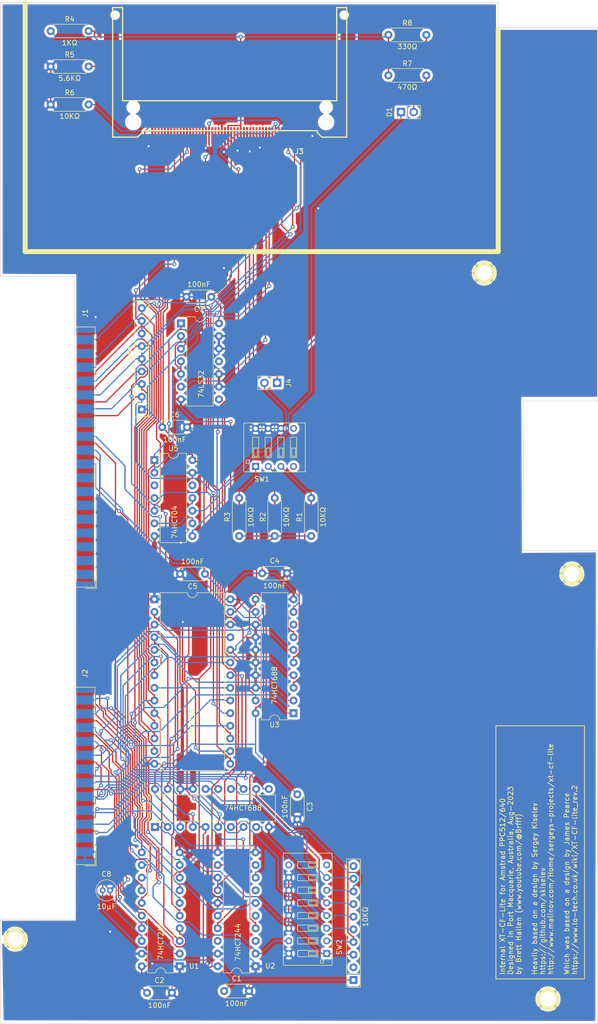
<source format=kicad_pcb>
(kicad_pcb (version 20221018) (generator pcbnew)
  (title_block (date "2023-08-24"))
  (layers (0 "F.Cu" signal) (31 "B.Cu" signal) (34 "B.Paste" user) (35 "F.Paste" user) (36 "B.SilkS" user "B.Silkscreen") (37 "F.SilkS" user "F.Silkscreen") (38 "B.Mask" user) (39 "F.Mask" user) (44 "Edge.Cuts" user))
  (net 0 "")
  (net 1 "VCC")
  (net 2 "GND")
  (net 3 "Net-(D1-K)")
  (net 4 "Net-(D1-A)")
  (net 14 "/~{MEMR}")
  (net 15 "/~{IOR}")
  (net 17 "/D7")
  (net 18 "/D5")
  (net 19 "/D3")
  (net 20 "/D1")
  (net 31 "/~{MEMW}")
  (net 32 "/~{IOW}")
  (net 33 "/RESET")
  (net 35 "/D6")
  (net 36 "/D4")
  (net 37 "/D2")
  (net 38 "/D0")
  (net 41 "/A19")
  (net 42 "/A17")
  (net 43 "/A15")
  (net 44 "/A13")
  (net 45 "/A11")
  (net 46 "/A09")
  (net 47 "/A07")
  (net 48 "/A05")
  (net 49 "/A03")
  (net 50 "/A01")
  (net 51 "/AEN")
  (net 53 "/A18")
  (net 54 "/A16")
  (net 55 "/A14")
  (net 56 "/A12")
  (net 57 "/A10")
  (net 58 "/A08")
  (net 59 "/A06")
  (net 60 "/A04")
  (net 61 "/A02")
  (net 62 "/A00")
  (net 63 "/~{CF_CS0}")
  (net 64 "/B_A02")
  (net 65 "/B_A01")
  (net 66 "/B_A00")
  (net 75 "/~{CF_CS1}")
  (net 77 "/~{B_IOR}")
  (net 78 "/~{B_IOW}")
  (net 81 "/~{CF_RESET}")
  (net 82 "/CF_IORDY")
  (net 83 "/CF_DMARQ")
  (net 84 "/~{CF_DASP}")
  (net 89 "Net-(J4-Pin_1)")
  (net 90 "Net-(J4-Pin_2)")
  (net 91 "Net-(U3-R0)")
  (net 92 "Net-(U3-R1)")
  (net 93 "Net-(U3-R2)")
  (net 97 "Net-(U6-G)")
  (net 98 "/~{ROMW}")
  (net 99 "Net-(U6-R2)")
  (net 100 "Net-(U6-R3)")
  (net 101 "Net-(U6-R4)")
  (net 102 "Net-(U6-R5)")
  (net 103 "Net-(U6-R6)")
  (net 106 "/B_A06")
  (net 107 "/B_A04")
  (net 108 "/B_A03")
  (net 109 "/B_A05")
  (net 110 "/B_A07")
  (net 111 "/B_RESET")
  (net 115 "/~{B_MEMR}")
  (net 116 "/~{B_MEMW}")
  (net 117 "/B_A08")
  (net 118 "Net-(U3-P=R)")
  (net 119 "Net-(U4-Pad4)")
  (net 122 "/~{ROM_CS}")
  (net 124 "Net-(U5-Pad11)")
  (footprint "My_Components:Hole_3mm" (layer "F.Cu") (at 144.78 139.7)
    (fp_text reference "HOLE2" hide)
    (fp_text value "HOLE" hide)
  )
  (footprint "Connector_Dsub:DSUB-25_Female_EdgeMount_P2.77mm" (layer "F.Cu") (at 47.0119 180.2307 -90)
    (fp_text reference "J2")
    (fp_text value "Amstrad_PPC_ISA_Connector_A" hide)
  )
  (footprint "Package_DIP:DIP-20_W7.62mm" (layer "F.Cu") (at 81.28 218.44 180)
    (fp_text reference "U2")
    (fp_text value "74HCT244")
  )
  (footprint "Capacitor_THT:C_Disc_D4.7mm_W2.5mm_P5.00mm" (layer "F.Cu") (at 72.39 84.074 180)
    (fp_text reference "C7")
    (fp_text value "100nF")
  )
  (footprint "Capacitor_THT:C_Disc_D4.7mm_W2.5mm_P5.00mm" (layer "F.Cu") (at 74.9675 223.4135)
    (fp_text reference "C1")
    (fp_text value "100nF")
  )
  (footprint "Resistor_THT:R_Axial_DIN0207_L6.3mm_D2.5mm_P7.62mm_Horizontal" (layer "F.Cu") (at 107.95 31.496)
    (fp_text reference "R8")
    (fp_text value "330Ω")
  )
  (footprint "My_Components:Hole_3mm" (layer "F.Cu") (at 33 213)
    (fp_text reference "HOLE3" hide)
    (fp_text value "HOLE" hide)
  )
  (footprint "Resistor_THT:R_Array_SIP9" (layer "F.Cu") (at 58.42 106.68 90)
    (fp_text reference "RN1")
    (fp_text value "10KΩ" hide)
  )
  (footprint "Resistor_THT:R_Axial_DIN0207_L6.3mm_D2.5mm_P7.62mm_Horizontal" (layer "F.Cu") (at 40.132 45.466)
    (fp_text reference "R6")
    (fp_text value "10KΩ")
  )
  (footprint "Connector_PinHeader_2.54mm:PinHeader_1x02_P2.54mm_Vertical" (layer "F.Cu") (at 110.49 46.99 90)
    (fp_text reference "D1")
    (fp_text value "LED")
  )
  (footprint "Resistor_THT:R_Array_SIP10" (layer "F.Cu") (at 100.935 221.1937 90)
    (fp_text reference "RR1" hide)
    (fp_text value "10KΩ")
  )
  (footprint "Package_DIP:DIP-20_W7.62mm" (layer "F.Cu") (at 66.04 218.44 180)
    (fp_text reference "U1")
    (fp_text value "74HCT244")
  )
  (footprint "Package_DIP:DIP-28_W15.24mm" (layer "F.Cu") (at 60.96 144.78)
    (fp_text reference "U7" hide)
    (fp_text value "28C256")
  )
  (footprint "My_Components:Hole_3mm" (layer "F.Cu") (at 127.1842 79.2926)
    (fp_text reference "HOLE1" hide)
    (fp_text value "HOLE" hide)
  )
  (footprint "Capacitor_THT:C_Disc_D4.7mm_W2.5mm_P5.00mm" (layer "F.Cu") (at 59.476 223.774)
    (fp_text reference "C2")
    (fp_text value "100nF")
  )
  (footprint "Capacitor_THT:C_Disc_D4.7mm_W2.5mm_P5.00mm" (layer "F.Cu") (at 62.524 110.236)
    (fp_text reference "C6")
    (fp_text value "100nF")
  )
  (footprint "Resistor_THT:R_Axial_DIN0207_L6.3mm_D2.5mm_P7.62mm_Horizontal" (layer "F.Cu") (at 77.978 132.08 90)
    (fp_text reference "R3")
    (fp_text value "10KΩ")
  )
  (footprint "Connector_PinHeader_2.54mm:PinHeader_1x02_P2.54mm_Vertical" (layer "F.Cu") (at 85.598 101.346 -90)
    (fp_text reference "J4")
    (fp_text value "Conn_01x02" hide)
  )
  (footprint "Resistor_THT:R_Axial_DIN0207_L6.3mm_D2.5mm_P7.62mm_Horizontal" (layer "F.Cu") (at 85.11 132.08 90)
    (fp_text reference "R2")
    (fp_text value "10KΩ")
  )
  (footprint "Package_DIP:DIP-14_W7.62mm" (layer "F.Cu") (at 60.96 116.84)
    (fp_text reference "U5")
    (fp_text value "74HCT04")
  )
  (footprint "My_Components:Conn_CF_N7E50-Q516XX-40" (layer "F.Cu") (at 76.0765 46.0227 180)
    (fp_text reference "J3")
    (fp_text value "CONN_CF_CARD" hide)
  )
  (footprint "Capacitor_THT:C_Radial_D4.0mm_H5.0mm_P1.50mm" (layer "F.Cu") (at 50.57 203.2)
    (fp_text reference "C8")
    (fp_text value "10µF")
  )
  (footprint "My_Components:Hole_3mm" (layer "F.Cu") (at 140 225)
    (fp_text reference "HOLE4" hide)
    (fp_text value "HOLE" hide)
  )
  (footprint "Package_DIP:DIP-14_W7.62mm" (layer "F.Cu") (at 66.294 89.408)
    (fp_text reference "U4" hide)
    (fp_text value "74LS32")
  )
  (footprint "Resistor_THT:R_Axial_DIN0207_L6.3mm_D2.5mm_P7.62mm_Horizontal" (layer "F.Cu") (at 107.95 39.624)
    (fp_text reference "R7")
    (fp_text value "470Ω")
  )
  (footprint "Resistor_THT:R_Axial_DIN0207_L6.3mm_D2.5mm_P7.62mm_Horizontal" (layer "F.Cu") (at 40.132 37.846)
    (fp_text reference "R5")
    (fp_text value "5.6KΩ")
  )
  (footprint "Capacitor_THT:C_Disc_D4.7mm_W2.5mm_P5.00mm" (layer "F.Cu") (at 89.662 183.936 -90)
    (fp_text reference "C3")
    (fp_text value "100nF")
  )
  (footprint "Capacitor_THT:C_Disc_D4.7mm_W2.5mm_P5.00mm" (layer "F.Cu") (at 71.12 139.7 180)
    (fp_text reference "C5")
    (fp_text value "100nF")
  )
  (footprint "Package_DIP:DIP-20_W7.62mm" (layer "F.Cu") (at 88.9 167.64 180)
    (fp_text reference "U3")
    (fp_text value "74HCT688")
  )
  (footprint "Connector_Dsub:DSUB-37_Female_EdgeMount_P2.77mm" (layer "F.Cu") (at 47.0778 116.2343 -90)
    (fp_text reference "J1")
    (fp_text value "Amstrad_PPC_ISA_Connector_B" hide)
  )
  (footprint "Resistor_THT:R_Axial_DIN0207_L6.3mm_D2.5mm_P7.62mm_Horizontal" (layer "F.Cu") (at 40.132 30.734)
    (fp_text reference "R4")
    (fp_text value "1KΩ")
  )
  (footprint "Capacitor_THT:C_Disc_D4.7mm_W2.5mm_P5.00mm" (layer "F.Cu") (at 82.6 139.5638)
    (fp_text reference "C4")
    (fp_text value "100nF")
  )
  (footprint "My_Components:Switch_DIP_4_Positions" (layer "F.Cu") (at 85.09 114.3)
    (fp_text reference "SW1")
    (fp_text value "Switch_DIP_4_Positions" hide)
  )
  (footprint "Package_DIP:DIP-20_W7.62mm" (layer "F.Cu") (at 61.0757 190.4833 90)
    (fp_text reference "U6")
    (fp_text value "74HCT688")
  )
  (footprint "My_Components:Switch_DIP_8_Positions" (layer "F.Cu") (at 91.7474 206.9937 90)
    (fp_text reference "SW2")
    (fp_text value "Switch_DIP_8_Positions" hide)
  )
  (footprint "Resistor_THT:R_Axial_DIN0207_L6.3mm_D2.5mm_P7.62mm_Horizontal" (layer "F.Cu") (at 92.456 132.08 90)
    (fp_text reference "R1")
    (fp_text value "10KΩ")
  )
  (gr_line (start 35 75) (end 130 75) (stroke (width 1)) (layer "F.SilkS"))
  (gr_line (start 130 30.48) (end 130 75) (stroke (width 1)) (layer "F.SilkS"))
  (gr_line (start 35 25) (end 35 75) (stroke (width 1)) (layer "F.SilkS"))
  (gr_line (start 135 105) (end 150 105) (stroke (width 0.1)) (layer "Edge.Cuts"))
  (gr_line (start 30 209) (end 45 209) (stroke (width 0.1)) (layer "Edge.Cuts"))
  (gr_line (start 30 215) (end 30 209) (stroke (width 0.1)) (layer "Edge.Cuts"))
  (gr_line (start 130 30) (end 150 30) (stroke (width 0.1)) (layer "Edge.Cuts"))
  (gr_line (start 45 105) (end 45 80) (stroke (width 0.1)) (layer "Edge.Cuts"))
  (gr_line (start 150 230) (end 150 135) (stroke (width 0.1)) (layer "Edge.Cuts"))
  (gr_line (start 30 25) (end 130 25) (stroke (width 0.1)) (layer "Edge.Cuts"))
  (gr_line (start 30 215) (end 30 230) (stroke (width 0.1)) (layer "Edge.Cuts"))
  (gr_line (start 30 25) (end 30 80) (stroke (width 0.1)) (layer "Edge.Cuts"))
  (gr_line (start 150 105) (end 150 30) (stroke (width 0.1)) (layer "Edge.Cuts"))
  (gr_line (start 150 135) (end 135 135) (stroke (width 0.1)) (layer "Edge.Cuts"))
  (gr_line (start 45 105) (end 45 209) (stroke (width 0.1)) (layer "Edge.Cuts"))
  (gr_line (start 130 25) (end 130 30) (stroke (width 0.1)) (layer "Edge.Cuts"))
  (gr_line (start 30 230) (end 150 230) (stroke (width 0.1)) (layer "Edge.Cuts"))
  (gr_line (start 135 135) (end 135 105) (stroke (width 0.1)) (layer "Edge.Cuts"))
  (gr_line (start 45 80) (end 30 80) (stroke (width 0.1)) (layer "Edge.Cuts"))
  (gr_text_box "Internal XT-CF-Lite for Amstrad PPC512/640\nDesigned in Port Macquarie, Australia, Aug-2023\nby Brett Hallen (www.youtube.com/@Brfff)\n\nHeavily based on a design by Sergey Kiselev\nhttps://github.com/skiselev\nhttp://www.malinov.com/Home/sergeys-projects/xt-cf-lite\n\nWhich was based on a design by James Pearce\nhttps://www.lo-tech.co.uk/wiki/XT-CF-lite_rev.2" (start 129.54 220.98) (end 147.32 170.18) (angle 90) (layer "F.SilkS") (effects (font (size 1 1)) (justify left top)) (stroke (width 0.15)))
  (segment (start 68.58 116.2765) (end 70.9189 118.6154) (width 0.25) (layer "F.Cu") (net 1))
  (segment (start 72.39 84.074) (end 76.394 80.07) (width 0.25) (layer "F.Cu") (net 1))
  (segment (start 81.5617 166.5131) (end 82.4294 165.6454) (width 0.25) (layer "F.Cu") (net 1))
  (segment (start 63.5688 86.3681) (end 63.5688 84.844) (width 0.25) (layer "F.Cu") (net 1))
  (segment (start 73.914 89.408) (end 73.914 88.2811) (width 0.25) (layer "F.Cu") (net 1))
  (segment (start 82.4294 165.6454) (end 82.4294 149.3628) (width 0.25) (layer "F.Cu") (net 1))
  (segment (start 73.914 88.2811) (end 74.2902 87.9049) (width 0.25) (layer "F.Cu") (net 1))
  (segment (start 81.5135 148.4469) (end 81.28 148.4469) (width 0.25) (layer "F.Cu") (net 1))
  (segment (start 62.7102 110.0498) (end 62.7102 87.2267) (width 0.25) (layer "F.Cu") (net 1))
  (segment (start 50.57 198.3419) (end 49.0788 196.8507) (width 0.25) (layer "F.Cu") (net 1))
  (segment (start 81.28 166.5131) (end 81.5617 166.5131) (width 0.25) (layer "F.Cu") (net 1))
  (segment (start 75.759 49.6963) (end 78.1784 49.6963) (width 0.25) (layer "F.Cu") (net 1))
  (segment (start 78.299 49.8169) (end 78.299 31.8991) (width 0.25) (layer "F.Cu") (net 1))
  (segment (start 74.2902 85.9742) (end 72.39 84.074) (width 0.25) (layer "F.Cu") (net 1))
  (segment (start 58.42 222.718) (end 58.42 218.44) (width 0.25) (layer "F.Cu") (net 1))
  (segment (start 82.6 139.5638) (end 82.6 134.59) (width 0.25) (layer "F.Cu") (net 1))
  (segment (start 75.759 51.7733) (end 75.759 49.6963) (width 0.25) (layer "F.Cu") (net 1))
  (segment (start 59.476 223.774) (end 58.42 222.718) (width 0.25) (layer "F.Cu") (net 1))
  (segment (start 78.1784 49.6963) (end 78.299 49.8169) (width 0.25) (layer "F.Cu") (net 1))
  (segment (start 68.2309 53.9422) (end 68.139 53.8503) (width 0.25) (layer "F.Cu") (net 1))
  (segment (start 81.28 147.32) (end 81.28 148.4469) (width 0.25) (layer "F.Cu") (net 1))
  (segment (start 61.0757 179.5824) (end 62.9268 177.7313) (width 0.25) (layer "F.Cu") (net 1))
  (segment (start 78.299 51.7733) (end 78.299 49.8169) (width 0.25) (layer "F.Cu") (net 1))
  (segment (start 74.2902 87.9049) (end 74.2902 85.9742) (width 0.25) (layer "F.Cu") (net 1))
  (segment (start 70.7781 218.2269) (end 71.1865 218.6353) (width 0.25) (layer "F.Cu") (net 1))
  (segment (start 75.759 52.6984) (end 75.759 51.7733) (width 0.25) (layer "F.Cu") (net 1))
  (segment (start 76.394 53.8503) (end 75.759 53.8503) (width 0.25) (layer "F.Cu") (net 1))
  (segment (start 61.0757 182.8633) (end 61.0757 179.5824) (width 0.25) (layer "F.Cu") (net 1))
  (segment (start 68.2309 80.1819) (end 68.2309 53.9422) (width 0.25) (layer "F.Cu") (net 1))
  (segment (start 68.58 116.2765) (end 68.58 115.7131) (width 0.25) (layer "F.Cu") (net 1))
  (segment (start 70.7781 192.0678) (end 70.7781 218.2269) (width 0.25) (layer "F.Cu") (net 1))
  (segment (start 62.7102 87.2267) (end 63.5688 86.3681) (width 0.25) (layer "F.Cu") (net 1))
  (segment (start 107.95 39.624) (end 107.95 31.496) (width 0.25) (layer "F.Cu") (net 1))
  (segment (start 72.3378 218.6353) (end 72.5331 218.44) (width 0.25) (layer "F.Cu") (net 1))
  (segment (start 62.524 110.236) (end 62.7102 110.0498) (width 0.25) (layer "F.Cu") (net 1))
  (segment (start 50.57 203.2) (end 50.57 198.3419) (width 0.25) (layer "F.Cu") (net 1))
  (segment (start 70.9189 139.4989) (end 71.12 139.7) (width 0.25) (layer "F.Cu") (net 1))
  (segment (start 81.28 167.64) (end 81.28 166.5131) (width 0.25) (layer "F.Cu") (net 1))
  (segment (start 71.2357 190.4833) (end 71.2357 191.6102) (width 0.25) (layer "F.Cu") (net 1))
  (segment (start 70.9189 118.6154) (end 70.9189 139.4989) (width 0.25) (layer "F.Cu") (net 1))
  (segment (start 63.5688 84.844) (end 68.2309 80.1819) (width 0.25) (layer "F.Cu") (net 1))
  (segment (start 76.394 51.7733) (end 76.394 53.8503) (width 0.25) (layer "F.Cu") (net 1))
  (segment (start 68.58 116.84) (end 68.58 116.2765) (width 0.25) (layer "F.Cu") (net 1))
  (segment (start 47.0119 196.8507) (end 49.0788 196.8507) (width 0.25) (layer "F.Cu") (net 1))
  (segment (start 82.4294 149.3628) (end 81.5135 148.4469) (width 0.25) (layer "F.Cu") (net 1))
  (segment (start 71.2357 191.6102) (end 70.7781 192.0678) (width 0.25) (layer "F.Cu") (net 1))
  (segment (start 82.6 134.59) (end 85.11 132.08) (width 0.25) (layer "F.Cu") (net 1))
  (segment (start 76.394 80.07) (end 76.394 53.8503) (width 0.25) (layer "F.Cu") (net 1))
  (segment (start 73.66 218.44) (end 72.5331 218.44) (width 0.25) (layer "F.Cu") (net 1))
  (segment (start 68.139 51.7733) (end 68.139 53.8503) (width 0.25) (layer "F.Cu") (net 1))
  (segment (start 68.58 115.7131) (end 68.0011 115.7131) (width 0.25) (layer "F.Cu") (net 1))
  (segment (start 75.759 52.6984) (end 75.759 53.8503) (width 0.25) (layer "F.Cu") (net 1))
  (segment (start 68.0011 115.7131) (end 62.524 110.236) (width 0.25) (layer "F.Cu") (net 1))
  (segment (start 71.1865 218.6353) (end 72.3378 218.6353) (width 0.25) (layer "F.Cu") (net 1))
  (via (at 78.299 31.8991) (size 0.8) (drill 0.4) (layers "F.Cu" "B.Cu") (net 1))
  (via (at 62.9268 177.7313) (size 0.8) (drill 0.4) (layers "F.Cu" "B.Cu") (net 1))
  (segment (start 47.0778 92.6893) (end 49.1447 92.6893) (width 0.25) (layer "B.Cu") (net 1))
  (segment (start 57.1755 84.6585) (end 49.1447 92.6893) (width 0.25) (layer "B.Cu") (net 1))
  (segment (start 65.9202 95.758) (end 66.6717 95.758) (width 0.25) (layer "B.Cu") (net 1))
  (segment (start 64.5273 177.7313) (end 62.9268 177.7313) (width 0.25) (layer "B.Cu") (net 1))
  (segment (start 81.28 147.32) (end 79.8669 147.32) (width 0.25) (layer "B.Cu") (net 1))
  (segment (start 71.2357 190.4833) (end 70.1088 190.4833) (width 0.25) (layer "B.Cu") (net 1))
  (segment (start 58.0391 214.63) (end 58.7557 214.63) (width 0.25) (layer "B.Cu") (net 1))
  (segment (start 90.0327 145.3421) (end 90.0327 144.2946) (width 0.25) (layer "B.Cu") (net 1))
  (segment (start 72.39 84.074) (end 71.2345 85.2295) (width 0.25) (layer "B.Cu") (net 1))
  (segment (start 107.5469 31.8991) (end 107.95 31.496) (width 0.25) (layer "B.Cu") (net 1))
  (segment (start 78.299 31.8991) (end 107.5469 31.8991) (width 0.25) (layer "B.Cu") (net 1))
  (segment (start 79.1624 139.5638) (end 75.0731 143.6531) (width 0.25) (layer "B.Cu") (net 1))
  (segment (start 59.5469 106.68) (end 59.5469 102.1313) (width 0.25) (layer "B.Cu") (net 1))
  (segment (start 78.299 31.899) (end 78.299 31.8991) (width 0.25) (layer "B.Cu") (net 1))
  (segment (start 89.662 183.936) (end 81.28 175.554) (width 0.25) (layer "B.Cu") (net 1))
  (segment (start 60.2381 217.1814) (end 59.5469 217.8726) (width 0.25) (layer "B.Cu") (net 1))
  (segment (start 59.5469 217.8726) (end 59.5469 218.44) (width 0.25) (layer "B.Cu") (net 1))
  (segment (start 66.1557 189.3465) (end 66.1557 190.4833) (width 0.25) (layer "B.Cu") (net 1))
  (segment (start 75.0731 143.6531) (end 75.0731 144.78) (width 0.25) (layer "B.Cu") (net 1))
  (segment (start 100.935 221.1937) (end 77.1873 221.1937) (width 0.25) (layer "B.Cu") (net 1))
  (segment (start 82.6 139.5638) (end 79.1624 139.5638) (width 0.25) (layer "B.Cu") (net 1))
  (segment (start 66.1557 189.3465) (end 69.2055 189.3465) (width 0.25) (layer "B.Cu") (net 1))
  (segment (start 76.2 144.78) (end 77.3269 144.78) (width 0.25) (layer "B.Cu") (net 1))
  (segment (start 60.2381 216.1124) (end 60.2381 217.1814) (width 0.25) (layer "B.Cu") (net 1))
  (segment (start 79.8669 147.32) (end 77.3269 144.78) (width 0.25) (layer "B.Cu") (net 1))
  (segment (start 62.7139 85.2295) (end 62.1429 84.6585) (width 0.25) (layer "B.Cu") (net 1))
  (segment (start 71.1624 89.408) (end 72.7871 89.408) (width 0.25) (layer "B.Cu") (net 1))
  (segment (start 62.524 109.6571) (end 59.5469 106.68) (width 0.25) (layer "B.Cu") (net 1))
  (segment (start 85.3019 139.5638) (end 82.6 139.5638) (width 0.25) (layer "B.Cu") (net 1))
  (segment (start 72.5331 217.858) (end 71.8565 217.1814) (width 0.25) (layer "B.Cu") (net 1))
  (segment (start 58.42 106.68) (end 59.5469 106.68) (width 0.25) (layer "B.Cu") (net 1))
  (segment (start 59.5469 102.1313) (end 65.9202 95.758) (width 0.25) (layer "B.Cu") (net 1))
  (segment (start 81.28 173.8764) (end 69.5884 173.8764) (width 0.25) (layer "B.Cu") (net 1))
  (segment (start 77.1873 221.1937) (end 74.9675 223.4135) (width 0.25) (layer "B.Cu") (net 1))
  (segment (start 89.1817 146.1931) (end 90.0327 145.3421) (width 0.25) (layer "B.Cu") (net 1))
  (segment (start 40.132 30.734) (end 41.297 31.899) (width 0.25) (layer "B.Cu") (net 1))
  (segment (start 77.1873 221.1937) (end 74.7869 218.7933) (width 0.25) (layer "B.Cu") (net 1))
  (segment (start 58.42 218.44) (end 59.5469 218.44) (width 0.25) (layer "B.Cu") (net 1))
  (segment (start 61.0757 182.8633) (end 61.0757 183.9902) (width 0.25) (layer "B.Cu") (net 1))
  (segment (start 69.5884 173.8764) (end 69.518 173.806) (width 0.25) (layer "B.Cu") (net 1))
  (segment (start 72.5331 218.44) (end 72.5331 217.858) (width 0.25) (layer "B.Cu") (net 1))
  (segment (start 58.7557 214.63) (end 60.2381 216.1124) (width 0.25) (layer "B.Cu") (net 1))
  (segment (start 88.9 146.1931) (end 89.1817 146.1931) (width 0.25) (layer "B.Cu") (net 1))
  (segment (start 50.57 207.1609) (end 58.0391 214.63) (width 0.25) (layer "B.Cu") (net 1))
  (segment (start 69.2055 189.3465) (end 70.1088 190.2498) (width 0.25) (layer "B.Cu") (net 1))
  (segment (start 90.0327 144.2946) (end 85.3019 139.5638) (width 0.25) (layer "B.Cu") (net 1))
  (segment (start 88.9 147.32) (end 88.9 146.1931) (width 0.25) (layer "B.Cu") (net 1))
  (segment (start 71.2345 85.2295) (end 62.7139 85.2295) (width 0.25) (layer "B.Cu") (net 1))
  (segment (start 81.28 175.554) (end 81.28 173.8764) (width 0.25) (layer "B.Cu") (net 1))
  (segment (start 50.57 203.2) (end 50.57 207.1609) (width 0.25) (layer "B.Cu") (net 1))
  (segment (start 69.518 173.806) (end 68.4526 173.806) (width 0.25) (layer "B.Cu") (net 1))
  (segment (start 71.8565 217.1814) (end 60.2381 217.1814) (width 0.25) (layer "B.Cu") (net 1))
  (segment (start 61.0757 183.9902) (end 66.1557 189.0702) (width 0.25) (layer "B.Cu") (net 1))
  (segment (start 70.1088 190.2498) (end 70.1088 190.4833) (width 0.25) (layer "B.Cu") (net 1))
  (segment (start 73.66 218.44) (end 72.5331 218.44) (width 0.25) (layer "B.Cu") (net 1))
  (segment (start 71.12 139.7) (end 75.0731 143.6531) (width 0.25) (layer "B.Cu") (net 1))
  (segment (start 85.11 132.08) (end 77.978 132.08) (width 0.25) (layer "B.Cu") (net 1))
  (segment (start 92.456 132.08) (end 85.11 132.08) (width 0.25) (layer "B.Cu") (net 1))
  (segment (start 76.2 144.78) (end 75.0731 144.78) (width 0.25) (layer "B.Cu") (net 1))
  (segment (start 69.5802 92.8495) (end 69.5802 90.9902) (width 0.25) (layer "B.Cu") (net 1))
  (segment (start 66.6717 95.758) (end 69.5802 92.8495) (width 0.25) (layer "B.Cu") (net 1))
  (segment (start 74.7869 218.7933) (end 74.7869 218.44) (width 0.25) (layer "B.Cu") (net 1))
  (segment (start 69.5802 90.9902) (end 71.1624 89.408) (width 0.25) (layer "B.Cu") (net 1))
  (segment (start 73.66 218.44) (end 74.7869 218.44) (width 0.25) (layer "B.Cu") (net 1))
  (segment (start 62.1429 84.6585) (end 57.1755 84.6585) (width 0.25) (layer "B.Cu") (net 1))
  (segment (start 68.4526 173.806) (end 64.5273 177.7313) (width 0.25) (layer "B.Cu") (net 1))
  (segment (start 81.28 173.8764) (end 81.28 167.64) (width 0.25) (layer "B.Cu") (net 1))
  (segment (start 66.1557 189.0702) (end 66.1557 189.3465) (width 0.25) (layer "B.Cu") (net 1))
  (segment (start 73.914 89.408) (end 72.7871 89.408) (width 0.25) (layer "B.Cu") (net 1))
  (segment (start 41.297 31.899) (end 78.299 31.899) (width 0.25) (layer "B.Cu") (net 1))
  (segment (start 62.524 110.236) (end 62.524 109.6571) (width 0.25) (layer "B.Cu") (net 1))
  (segment (start 66.3707 178.9874) (end 66.3707 181.5214) (width 0.25) (layer "F.Cu") (net 2))
  (segment (start 60.5229 217.9261) (end 59.5469 216.9501) (width 0.25) (layer "F.Cu") (net 2))
  (segment (start 81.28 157.48) (end 81.28 160.02) (width 0.25) (layer "F.Cu") (net 2))
  (segment (start 77.664 53.8503) (end 77.664 54.7223) (width 0.25) (layer "F.Cu") (net 2))
  (segment (start 92.0307 53.8503) (end 93.8788 55.6984) (width 0.25) (layer "F.Cu") (net 2))
  (segment (start 66.1557 182.8633) (end 66.1557 181.7364) (width 0.25) (layer "F.Cu") (net 2))
  (segment (start 66.04 194.4531) (end 66.04 192.1926) (width 0.25) (layer "F.Cu") (net 2))
  (segment (start 72.4623 215.8277) (end 72.4623 207.8311) (width 0.25) (layer "F.Cu") (net 2))
  (segment (start 66.12 139.7) (end 66.2872 139.5328) (width 0.25) (layer "F.Cu") (net 2))
  (segment (start 93.8788 55.6984) (end 93.8788 66.3327) (width 0.25) (layer "F.Cu") (net 2))
  (segment (start 40.132 45.466) (end 40.132 37.846) (width 0.25) (layer "F.Cu") (net 2))
  (segment (start 73.854 53.7369) (end 73.7406 53.8503) (width 0.25) (layer "F.Cu") (net 2))
  (segment (start 67.2826 185.1171) (end 66.1557 183.9902) (width 0.25) (layer "F.Cu") (net 2))
  (segment (start 81.28 218.44) (end 81.28 219.5669) (width 0.25) (layer "F.Cu") (net 2))
  (segment (start 71.3381 54.1285) (end 72.3058 54.1285) (width 0.25) (layer "F.Cu") (net 2))
  (segment (start 74.9198 54.9964) (end 74.9198 78.3047) (width 0.25) (layer "F.Cu") (net 2))
  (segment (start 72.6465 215.9) (end 72.5346 215.9) (width 0.25) (layer "F.Cu") (net 2))
  (segment (start 72.5331 216.9306) (end 71.5554 217.9083) (width 0.25) (layer "F.Cu") (net 2))
  (segment (start 59.78 53.8503) (end 59.78 53.8504) (width 0.25) (layer "F.Cu") (net 2))
  (segment (start 81.28 194.4531) (end 83.9357 191.7974) (width 0.25) (layer "F.Cu") (net 2))
  (segment (start 87.9374 205.7237) (end 87.9374 208.2637) (width 0.25) (layer "F.Cu") (net 2))
  (segment (start 74.489 53.4468) (end 74.489 53.8503) (width 0.25) (layer "F.Cu") (net 2))
  (segment (start 82.1267 53.8503) (end 82.744 53.8503) (width 0.25) (layer "F.Cu") (net 2))
  (segment (start 66.0883 161.6014) (end 66.3707 161.8838) (width 0.25) (layer "F.Cu") (net 2))
  (segment (start 80.1024 54.8937) (end 80.204 54.7921) (width 0.25) (layer "F.Cu") (net 2))
  (segment (start 47.0778 91.3043) (end 49.1447 91.3043) (width 0.25) (layer "F.Cu") (net 2))
  (segment (start 82.744 51.7733) (end 82.744 53.8503) (width 0.25) (layer "F.Cu") (net 2))
  (segment (start 75.124 53.8503) (end 74.9198 53.8503) (width 0.25) (layer "F.Cu") (net 2))
  (segment (start 87.9374 208.2637) (end 87.9374 210.8037) (width 0.25) (layer "F.Cu") (net 2))
  (segment (start 87.9374 203.1837) (end 87.9374 205.7237) (width 0.25) (layer "F.Cu") (net 2))
  (segment (start 73.854 52.8118) (end 73.854 53.7369) (width 0.25) (layer "F.Cu") (net 2))
  (segment (start 82.1267 53.8503) (end 82.1267 54.1296) (width 0.25) (layer "F.Cu") (net 2))
  (segment (start 66.04 195.58) (end 66.04 194.4531) (width 0.25) (layer "F.Cu") (net 2))
  (segment (start 68.0362 195.223) (end 67.5239 195.223) (width 0.25) (layer "F.Cu") (net 2))
  (segment (start 73.66 205.74) (end 73.66 206.8669) (width 0.25) (layer "F.Cu") (net 2))
  (segment (start 66.6547 149.3478) (end 66.0883 149.9142) (width 0.25) (layer "F.Cu") (net 2))
  (segment (start 58.42 215.9) (end 59.5469 215.9) (width 0.25) (layer "F.Cu") (net 2))
  (segment (start 87.9374 200.6437) (end 87.9374 203.1837) (width 0.25) (layer "F.Cu") (net 2))
  (segment (start 81.28 160.02) (end 81.28 162.56) (width 0.25) (layer "F.Cu") (net 2))
  (segment (start 67.39 84.074) (end 70.315 86.999) (width 0.25) (layer "F.Cu") (net 2))
  (segment (start 66.2872 139.5328) (end 66.2872 133.4181) (width 0.25) (layer "F.Cu") (net 2))
  (segment (start 75.124 51.7733) (end 75.124 53.8503) (width 0.25) (layer "F.Cu") (net 2))
  (segment (start 73.66 215.9) (end 72.6465 215.9) (width 0.25) (layer "F.Cu") (net 2))
  (segment (start 81.474 51.7733) (end 81.474 53.8503) (width 0.25) (layer "F.Cu") (net 2))
  (segment (start 89.662 191.4237) (end 89.662 188.936) (width 0.25) (layer "F.Cu") (net 2))
  (segment (start 70.315 86.999) (end 70.315 91.2837) (width 0.25) (layer "F.Cu") (net 2))
  (segment (start 60.519 53.8503) (end 59.78 53.8503) (width 0.25) (layer "F.Cu") (net 2))
  (segment (start 74.489 51.7733) (end 74.489 53.8503) (width 0.25) (layer "F.Cu") (net 2))
  (segment (start 72.5346 215.9) (end 72.4623 215.8277) (width 0.25) (layer "F.Cu") (net 2))
  (segment (start 83.9357 191.7974) (end 83.9357 190.4833) (width 0.25) (layer "F.Cu") (net 2))
  (segment (start 72.4623 207.8311) (end 73.4265 206.8669) (width 0.25) (layer "F.Cu") (net 2))
  (segment (start 74.9198 53.8503) (end 74.489 53.8503) (width 0.25) (layer "F.Cu") (net 2))
  (segment (start 92.0307 53.8503) (end 92.6916 53.1894) (width 0.25) (layer "F.Cu") (net 2))
  (segment (start 81.28 195.58) (end 81.28 194.4531) (width 0.25) (layer "F.Cu") (net 2))
  (segment (start 67.3899 131.0303) (end 67.3899 121.4635) (width 0.25) (layer "F.Cu") (net 2))
  (segment (start 73.4265 206.8669) (end 73.66 206.8669) (width 0.25) (layer "F.Cu") (net 2))
  (segment (start 60.519 51.7733) (end 60.519 53.8503) (width 0.25) (layer "F.Cu") (net 2))
  (segment (start 52.07 203.2) (end 52.07 211.4984) (width 0.25) (layer "F.Cu") (net 2))
  (segment (start 72.5346 215.9) (end 72.5331 215.9) (width 0.25) (layer "F.Cu") (net 2))
  (segment (start 72.584 51.7733) (end 72.584 53.8488) (width 0.25) (layer "F.Cu") (net 2))
  (segment (start 67.2826 190.9501) (end 67.2826 185.1171) (width 0.25) (layer "F.Cu") (net 2))
  (segment (start 59.5469 216.9501) (end 59.5469 215.9) (width 0.25) (layer "F.Cu") (net 2))
  (segment (start 68.58 119.38) (end 68.58 120.5069) (width 0.25) (layer "F.Cu") (net 2))
  (segment (start 82.1267 53.8503) (end 81.474 53.8503) (width 0.25) (layer "F.Cu") (net 2))
  (segment (start 74.9198 53.8503) (end 74.9198 54.9964) (width 0.25) (layer "F.Cu") (net 2))
  (segment (start 67.524 110.236) (end 66.294 109.006) (width 0.25) (layer "F.Cu") (net 2))
  (segment (start 71.2439 54.2227) (end 71.3381 54.1285) (width 0.25) (layer "F.Cu") (net 2))
  (segment (start 66.04 192.1926) (end 66.0401 192.1926) (width 0.25) (layer "F.Cu") (net 2))
  (segment (start 72.3058 54.1285) (end 72.584 53.8503) (width 0.25) (layer "F.Cu") (net 2))
  (segment (start 66.1557 183.4267) (end 66.1557 183.9902) (width 0.25) (layer "F.Cu") (net 2))
  (segment (start 73.914 94.488) (end 73.914 91.948) (width 0.25) (layer "F.Cu") (net 2))
  (segment (start 78.934 51.7733) (end 78.934 53.8503) (width 0.25) (layer "F.Cu") (net 2))
  (segment (start 81.28 154.94) (end 81.28 157.48) (width 0.25) (layer "F.Cu") (net 2))
  (segment (start 90.5973 192.359) (end 89.662 191.4237) (width 0.25) (layer "F.Cu") (net 2))
  (segment (start 92.6916 53.1894) (end 92.6916 51.7733) (width 0.25) (layer "F.Cu") (net 2))
  (segment (start 91.634 51.7733) (end 91.634 53.8503) (width 0.25) (layer "F.Cu") (net 2))
  (segment (start 87.6 142.3531) (end 87.6 139.5638) (width 0.25) (layer "F.Cu") (net 2))
  (segment (start 78.934 53.8503) (end 77.664 53.8503) (width 0.25) (layer "F.Cu") (net 2))
  (segment (start 74.9198 54.9964) (end 74.921 54.9964) (width 0.25) (layer "F.Cu") (net 2))
  (segment (start 49.1447 88.1453) (end 49.1447 91.3043) (width 0.25) (layer "F.Cu") (net 2))
  (segment (start 73.914 102.108) (end 73.914 99.568) (width 0.25) (layer "F.Cu") (net 2))
  (segment (start 79.9675 220.8794) (end 79.9675 223.4135) (width 0.25) (layer "F.Cu") (net 2))
  (segment (start 66.04 218.44) (end 66.04 219.5669) (width 0.25) (layer "F.Cu") (net 2))
  (segment (start 66.294 109.006) (end 66.294 104.648) (width 0.25) (layer "F.Cu") (net 2))
  (segment (start 66.0401 192.1926) (end 67.2826 190.9501) (width 0.25) (layer "F.Cu") (net 2))
  (segment (start 73.854 51.7733) (end 73.854 52.8118) (width 0.25) (layer "F.Cu") (net 2))
  (segment (start 88.9 143.6531) (end 87.6 142.3531) (width 0.25) (layer "F.Cu") (net 2))
  (segment (start 66.1557 183.4267) (end 66.1557 182.8633) (width 0.25) (layer "F.Cu") (net 2))
  (segment (start 66.3707 181.5214) (end 66.1557 181.7364) (width 0.25) (layer "F.Cu") (net 2))
  (segment (start 64.476 221.1309) (end 64.476 223.774) (width 0.25) (layer "F.Cu") (net 2))
  (segment (start 66.3707 161.8838) (end 66.3707 178.9874) (width 0.25) (layer "F.Cu") (net 2))
  (segment (start 91.634 53.8503) (end 92.0307 53.8503) (width 0.25) (layer "F.Cu") (net 2))
  (segment (start 68.3465 120.5069) (end 68.58 120.5069) (width 0.25) (layer "F.Cu") (net 2))
  (segment (start 81.28 152.4) (end 81.28 154.94) (width 0.25) (layer "F.Cu") (net 2))
  (segment (start 66.0883 149.9142) (end 66.0883 161.6014) (width 0.25) (layer "F.Cu") (net 2))
  (segment (start 73.854 52.8118) (end 74.489 53.4468) (width 0.25) (layer "F.Cu") (net 2))
  (segment (start 72.5331 215.9) (end 72.5331 216.9306) (width 0.25) (layer "F.Cu") (net 2))
  (segment (start 71.314 51.7733) (end 71.314 54.1044) (width 0.25) (layer "F.Cu") (net 2))
  (segment (start 88.9 144.78) (end 88.9 143.6531) (width 0.25) (layer "F.Cu") (net 2))
  (segment (start 66.04 219.5669) (end 64.476 221.1309) (width 0.25) (layer "F.Cu") (net 2))
  (segment (start 80.204 54.7921) (end 80.204 51.7733) (width 0.25) (layer "F.Cu") (net 2))
  (segment (start 67.5239 195.223) (end 67.1669 195.58) (width 0.25) (layer "F.Cu") (net 2))
  (segment (start 67.3899 121.4635) (end 68.3465 120.5069) (width 0.25) (layer "F.Cu") (net 2))
  (segment (start 77.664 51.7733) (end 77.664 53.8503) (width 0.25) (layer "F.Cu") (net 2))
  (segment (start 81.28 219.5669) (end 79.9675 220.8794) (width 0.25) (layer "F.Cu") (net 2))
  (segment (start 72.584 53.8503) (end 72.584 53.8488) (width 0.25) (layer "F.Cu") (net 2))
  (segment (start 81.28 149.86) (end 81.28 152.4) (width 0.25) (layer "F.Cu") (net 2))
  (segment (start 73.7406 53.8503) (end 72.584 53.8503) (width 0.25) (layer "F.Cu") (net 2))
  (segment (start 66.04 195.58) (end 67.1669 195.58) (width 0.25) (layer "F.Cu") (net 2))
  (segment (start 71.314 54.1044) (end 71.3381 54.1285) (width 0.25) (layer "F.Cu") (net 2))
  (via (at 74.921 54.9964) (size 0.8) (drill 0.4) (layers "F.Cu" "B.Cu") (net 2))
  (via (at 49.1447 88.1453) (size 0.8) (drill 0.4) (layers "F.Cu" "B.Cu") (net 2))
  (via (at 90.5973 192.359) (size 0.8) (drill 0.4) (layers "F.Cu" "B.Cu") (net 2))
  (via (at 52.07 211.4984) (size 0.8) (drill 0.4) (layers "F.Cu" "B.Cu") (net 2))
  (via (at 66.3707 178.9874) (size 0.8) (drill 0.4) (layers "F.Cu" "B.Cu") (net 2))
  (via (at 93.8788 66.3327) (size 0.8) (drill 0.4) (layers "F.Cu" "B.Cu") (net 2))
  (via (at 60.5229 217.9261) (size 0.8) (drill 0.4) (layers "F.Cu" "B.Cu") (net 2))
  (via (at 66.6547 149.3478) (size 0.8) (drill 0.4) (layers "F.Cu" "B.Cu") (net 2))
  (via (at 71.5554 217.9083) (size 0.8) (drill 0.4) (layers "F.Cu" "B.Cu") (net 2))
  (via (at 71.2439 54.2227) (size 0.8) (drill 0.4) (layers "F.Cu" "B.Cu") (net 2))
  (via (at 77.664 54.7223) (size 0.8) (drill 0.4) (layers "F.Cu" "B.Cu") (net 2))
  (via (at 80.1024 54.8937) (size 0.8) (drill 0.4) (layers "F.Cu" "B.Cu") (net 2))
  (via (at 92.6916 51.7733) (size 0.8) (drill 0.4) (layers "F.Cu" "B.Cu") (net 2))
  (via (at 70.315 91.2837) (size 0.8) (drill 0.4) (layers "F.Cu" "B.Cu") (net 2))
  (via (at 67.3899 131.0303) (size 0.8) (drill 0.4) (layers "F.Cu" "B.Cu") (net 2))
  (via (at 68.0362 195.223) (size 0.8) (drill 0.4) (layers "F.Cu" "B.Cu") (net 2))
  (via (at 66.2872 133.4181) (size 0.8) (drill 0.4) (layers "F.Cu" "B.Cu") (net 2))
  (via (at 74.9198 78.3047) (size 0.8) (drill 0.4) (layers "F.Cu" "B.Cu") (net 2))
  (via (at 59.78 53.8504) (size 0.8) (drill 0.4) (layers "F.Cu" "B.Cu") (net 2))
  (via (at 82.1267 54.1296) (size 0.8) (drill 0.4) (layers "F.Cu" "B.Cu") (net 2))
  (segment (start 80.1024 54.7223) (end 81.534 54.7223) (width 0.25) (layer "B.Cu") (net 2))
  (segment (start 144.6438 139.5638) (end 144.78 139.7) (width 0.25) (layer "B.Cu") (net 2))
  (segment (start 73.66 205.74) (end 73.66 204.6131) (width 0.25) (layer "B.Cu") (net 2))
  (segment (start 73.914 98.4411) (end 73.6323 98.4411) (width 0.25) (layer "B.Cu") (net 2))
  (segment (start 61.0368 218.44) (end 60.5229 217.9261) (width 0.25) (layer "B.Cu") (net 2))
  (segment (start 93.8788 66.3327) (end 106.8387 79.2926) (width 0.25) (layer "B.Cu") (net 2))
  (segment (start 82.6931 149.86) (end 81.28 149.86) (width 0.25) (layer "B.Cu") (net 2))
  (segment (start 66.6547 149.3478) (end 62.0869 144.78) (width 0.25) (layer "B.Cu") (net 2))
  (segment (start 56.4716 215.9) (end 52.07 211.4984) (width 0.25) (layer "B.Cu") (net 2))
  (segment (start 73.914 91.948) (end 70.9793 91.948) (width 0.25) (layer "B.Cu") (net 2))
  (segment (start 67.1669 149.86) (end 66.6547 149.3478) (width 0.25) (layer "B.Cu") (net 2))
  (segment (start 81.8435 218.44) (end 79.3035 215.9) (width 0.25) (layer "B.Cu") (net 2))
  (segment (start 87.6 139.5638) (end 144.6438 139.5638) (width 0.25) (layer "B.Cu") (net 2))
  (segment (start 69.7069 110.49) (end 69.7069 119.38) (width 0.25) (layer "B.Cu") (net 2))
  (segment (start 49.0788 195.4657) (end 49.0788 200.2088) (width 0.25) (layer "B.Cu") (net 2))
  (segment (start 62.0869 132.08) (end 63.425 133.4181) (width 0.25) (layer "B.Cu") (net 2))
  (segment (start 106.8387 79.2926) (end 127.1842 79.2926) (width 0.25) (layer "B.Cu") (net 2))
  (segment (start 67.39 84.074) (end 53.216 84.074) (width 0.25) (layer "B.Cu") (net 2))
  (segment (start 74.8094 203.6972) (end 73.8935 204.6131) (width 0.25) (layer "B.Cu") (net 2))
  (segment (start 86.36 110.49) (end 83.82 110.49) (width 0.25) (layer "B.Cu") (net 2))
  (segment (start 69.1505 84.074) (end 74.9198 78.3047) (width 0.25) (layer "B.Cu") (net 2))
  (segment (start 88.9797 214.8414) (end 88.9797 211.846) (width 0.25) (layer "B.Cu") (net 2))
  (segment (start 66.12 139.7) (end 62.0869 143.7331) (width 0.25) (layer "B.Cu") (net 2))
  (segment (start 72.5331 195.58) (end 72.1761 195.223) (width 0.25) (layer "B.Cu") (net 2))
  (segment (start 67.3899 131.0303) (end 66.2872 132.133) (width 0.25) (layer "B.Cu") (net 2))
  (segment (start 69.7069 110.49) (end 67.778 110.49) (width 0.25) (layer "B.Cu") (net 2))
  (segment (start 73.6323 98.4411) (end 72.7646 97.5734) (width 0.25) (layer "B.Cu") (net 2))
  (segment (start 77.664 54.7223) (end 77.3899 54.9964) (width 0.25) (layer "B.Cu") (net 2))
  (segment (start 73.914 94.488) (end 73.914 95.6149) (width 0.25) (layer "B.Cu") (net 2))
  (segment (start 134.9961 219.9961) (end 94.1344 219.9961) (width 0.25) (layer "B.Cu") (net 2))
  (segment (start 68.58 119.38) (end 69.7069 119.38) (width 0.25) (layer "B.Cu") (net 2))
  (segment (start 60.96 144.78) (end 62.0869 144.78) (width 0.25) (layer "B.Cu") (net 2))
  (segment (start 60.96 132.08) (end 62.0869 132.08) (width 0.25) (layer "B.Cu") (net 2))
  (segment (start 68.6957 182.8633) (end 66.1557 182.8633) (width 0.25) (layer "B.Cu") (net 2))
  (segment (start 69.9609 102.108) (end 73.914 102.108) (width 0.25) (layer "B.Cu") (net 2))
  (segment (start 94.1344 219.9961) (end 88.9797 214.8414) (width 0.25) (layer "B.Cu") (net 2))
  (segment (start 73.9417 201.7869) (end 74.8094 202.6546) (width 0.25) (layer "B.Cu") (net 2))
  (segment (start 71.0237 218.44) (end 71.5554 217.9083) (width 0.25) (layer "B.Cu") (net 2))
  (segment (start 67.39 84.074) (end 69.1505 84.074) (width 0.25) (layer "B.Cu") (net 2))
  (segment (start 77.664 54.7223) (end 80.1024 54.7223) (width 0.25) (layer "B.Cu") (net 2))
  (segment (start 65.946 178.5627) (end 66.3707 178.9874) (width 0.25) (layer "B.Cu") (net 2))
  (segment (start 71.12 200.66) (end 73.66 200.66) (width 0.25) (layer "B.Cu") (net 2))
  (segment (start 73.914 99.568) (end 73.914 98.4411) (width 0.25) (layer "B.Cu") (net 2))
  (segment (start 73.66 195.58) (end 72.5331 195.58) (width 0.25) (layer "B.Cu") (net 2))
  (segment (start 70.8716 53.8504) (end 71.2439 54.2227) (width 0.25) (layer "B.Cu") (net 2))
  (segment (start 73.66 200.66) (end 73.66 201.7869) (width 0.25) (layer "B.Cu") (net 2))
  (segment (start 81.534 54.7223) (end 82.1267 54.1296) (width 0.25) (layer "B.Cu") (net 2))
  (segment (start 81.28 110.49) (end 81.2276 110.4376) (width 0.25) (layer "B.Cu") (net 2))
  (segment (start 72.7646 97.5734) (end 72.7646 96.5308) (width 0.25) (layer "B.Cu") (net 2))
  (segment (start 70.9793 91.948) (end 70.315 91.2837) (width 0.25) (layer "B.Cu") (net 2))
  (segment (start 81.28 195.58) (end 73.66 195.58) (width 0.25) (layer "B.Cu") (net 2))
  (segment (start 90.3353 54.1296) (end 82.1267 54.1296) (width 0.25) (layer "B.Cu") (net 2))
  (segment (start 87.7731 144.78) (end 82.6931 149.86) (width 0.25) (layer "B.Cu") (net 2))
  (segment (start 88.9 144.78) (end 87.7731 144.78) (width 0.25) (layer "B.Cu") (net 2))
  (segment (start 62.7303 178.5627) (end 65.946 178.5627) (width 0.25) (layer "B.Cu") (net 2))
  (segment (start 60.96 177.8) (end 62.0869 177.8) (width 0.25) (layer "B.Cu") (net 2))
  (segment (start 77.3899 54.9964) (end 74.921 54.9964) (width 0.25) (layer "B.Cu") (net 2))
  (segment (start 80.1024 54.7223) (end 80.1024 54.8937) (width 0.25) (layer "B.Cu") (net 2))
  (segment (start 63.425 133.4181) (end 66.2872 133.4181) (width 0.25) (layer "B.Cu") (net 2))
  (segment (start 81.28 149.86) (end 76.2 149.86) (width 0.25) (layer "B.Cu") (net 2))
  (segment (start 92.6916 51.7733) (end 90.3353 54.1296) (width 0.25) (layer "B.Cu") (net 2))
  (segment (start 33 213) (end 34.5016 211.4984) (width 0.25) (layer "B.Cu") (net 2))
  (segment (start 67.4209 104.648) (end 69.9609 102.108) (width 0.25) (layer "B.Cu") (net 2))
  (segment (start 86.9383 192.359) (end 90.5973 192.359) (width 0.25) (layer "B.Cu") (net 2))
  (segment (start 74.8094 202.6546) (end 74.8094 203.6972) (width 0.25) (layer "B.Cu") (net 2))
  (segment (start 140 225) (end 134.9961 219.9961) (width 0.25) (layer "B.Cu") (net 2))
  (segment (start 81.8435 218.44) (end 82.4069 218.44) (width 0.25) (layer "B.Cu") (net 2))
  (segment (start 34.5016 211.4984) (end 52.07 211.4984) (width 0.25) (layer "B.Cu") (net 2))
  (segment (start 49.0788 200.2088) (end 52.07 203.2) (width 0.25) (layer "B.Cu") (net 2))
  (segment (start 79.3035 215.9) (end 73.66 215.9) (width 0.25) (layer "B.Cu") (net 2))
  (segment (start 62.0869 143.7331) (end 62.0869 144.78) (width 0.25) (layer "B.Cu") (net 2))
  (segment (start 81.28 218.44) (end 81.8435 218.44) (width 0.25) (layer "B.Cu") (net 2))
  (segment (start 66.294 104.648) (end 67.4209 104.648) (width 0.25) (layer "B.Cu") (net 2))
  (segment (start 72.1761 195.223) (end 68.0362 195.223) (width 0.25) (layer "B.Cu") (net 2))
  (segment (start 87.9374 215.8837) (end 88.9797 214.8414) (width 0.25) (layer "B.Cu") (net 2))
  (segment (start 72.7646 96.5308) (end 73.6805 95.6149) (width 0.25) (layer "B.Cu") (net 2))
  (segment (start 62.0869 177.8) (end 62.0869 177.9193) (width 0.25) (layer "B.Cu") (net 2))
  (segment (start 66.2872 132.133) (end 66.2872 133.4181) (width 0.25) (layer "B.Cu") (net 2))
  (segment (start 88.9797 211.846) (end 87.9374 210.8037) (width 0.25) (layer "B.Cu") (net 2))
  (segment (start 66.04 218.44) (end 61.0368 218.44) (width 0.25) (layer "B.Cu") (net 2))
  (segment (start 69.7593 110.4376) (end 69.7069 110.49) (width 0.25) (layer "B.Cu") (net 2))
  (segment (start 85.0626 190.4833) (end 86.9383 192.359) (width 0.25) (layer "B.Cu") (net 2))
  (segment (start 73.6805 95.6149) (end 73.914 95.6149) (width 0.25) (layer "B.Cu") (net 2))
  (segment (start 53.216 84.074) (end 49.1447 88.1453) (width 0.25) (layer "B.Cu") (net 2))
  (segment (start 67.778 110.49) (end 67.524 110.236) (width 0.25) (layer "B.Cu") (net 2))
  (segment (start 59.78 53.8504) (end 70.8716 53.8504) (width 0.25) (layer "B.Cu") (net 2))
  (segment (start 84.9632 215.8837) (end 87.9374 215.8837) (width 0.25) (layer "B.Cu") (net 2))
  (segment (start 83.82 110.49) (end 81.28 110.49) (width 0.25) (layer "B.Cu") (net 2))
  (segment (start 82.4069 218.44) (end 84.9632 215.8837) (width 0.25) (layer "B.Cu") (net 2))
  (segment (start 58.42 215.9) (end 56.4716 215.9) (width 0.25) (layer "B.Cu") (net 2))
  (segment (start 40.132 45.466) (end 48.5164 53.8504) (width 0.25) (layer "B.Cu") (net 2))
  (segment (start 73.66 201.7869) (end 73.9417 201.7869) (width 0.25) (layer "B.Cu") (net 2))
  (segment (start 48.5164 53.8504) (end 59.78 53.8504) (width 0.25) (layer "B.Cu") (net 2))
  (segment (start 81.2276 110.4376) (end 69.7593 110.4376) (width 0.25) (layer "B.Cu") (net 2))
  (segment (start 66.04 218.44) (end 71.0237 218.44) (width 0.25) (layer "B.Cu") (net 2))
  (segment (start 76.2 149.86) (end 67.1669 149.86) (width 0.25) (layer "B.Cu") (net 2))
  (segment (start 83.9357 190.4833) (end 85.0626 190.4833) (width 0.25) (layer "B.Cu") (net 2))
  (segment (start 73.8935 204.6131) (end 73.66 204.6131) (width 0.25) (layer "B.Cu") (net 2))
  (segment (start 62.0869 177.9193) (end 62.7303 178.5627) (width 0.25) (layer "B.Cu") (net 2))
  (segment (start 66.04 195.58) (end 71.12 200.66) (width 0.25) (layer "B.Cu") (net 2))
  (segment (start 47.0119 195.4657) (end 49.0788 195.4657) (width 0.25) (layer "B.Cu") (net 2))
  (segment (start 92.4981 66.1588) (end 110.49 48.1669) (width 0.25) (layer "B.Cu") (net 3))
  (segment (start 68.8135 130.9531) (end 75.1515 124.6151) (width 0.25) (layer "B.Cu") (net 3))
  (segment (start 87.8717 107.7836) (end 92.4981 103.1572) (width 0.25) (layer "B.Cu") (net 3))
  (segment (start 92.4981 103.1572) (end 92.4981 66.1588) (width 0.25) (layer "B.Cu") (net 3))
  (segment (start 68.58 130.9531) (end 68.8135 130.9531) (width 0.25) (layer "B.Cu") (net 3))
  (segment (start 75.1515 122.3227) (end 81.2386 116.2356) (width 0.25) (layer "B.Cu") (net 3))
  (segment (start 75.1515 124.6151) (end 75.1515 122.3227) (width 0.25) (layer "B.Cu") (net 3))
  (segment (start 81.2386 116.2356) (end 82.7115 116.2356) (width 0.25) (layer "B.Cu") (net 3))
  (segment (start 82.7115 116.2356) (end 87.8717 111.0754) (width 0.25) (layer "B.Cu") (net 3))
  (segment (start 68.58 132.08) (end 68.58 130.9531) (width 0.25) (layer "B.Cu") (net 3))
  (segment (start 87.8717 111.0754) (end 87.8717 107.7836) (width 0.25) (layer "B.Cu") (net 3))
  (segment (start 110.49 46.99) (end 110.49 48.1669) (width 0.25) (layer "B.Cu") (net 3))
  (segment (start 113.03 46.99) (end 113.03 43.2909) (width 0.25) (layer "F.Cu") (net 4))
  (segment (start 115.57 39.624) (end 115.57 40.7509) (width 0.25) (layer "F.Cu") (net 4))
  (segment (start 113.03 43.2909) (end 115.57 40.7509) (width 0.25) (layer "F.Cu") (net 4))
  (segment (start 49.1447 116.2343) (end 49.9714 117.061) (width 0.25) (layer "F.Cu") (net 14))
  (segment (start 49.9714 117.061) (end 49.9714 165.9887) (width 0.25) (layer "F.Cu") (net 14))
  (segment (start 47.0778 116.2343) (end 49.1447 116.2343) (width 0.25) (layer "F.Cu") (net 14))
  (segment (start 57.1324 188.7957) (end 57.1324 193.0816) (width 0.25) (layer "F.Cu") (net 14))
  (segment (start 57.0192 173.6926) (end 57.0192 185.8848) (width 0.25) (layer "F.Cu") (net 14))
  (segment (start 51.1617 167.179) (end 51.1617 167.8351) (width 0.25) (layer "F.Cu") (net 14))
  (segment (start 49.9714 165.9887) (end 51.1617 167.179) (width 0.25) (layer "F.Cu") (net 14))
  (segment (start 57.612 188.3161) (end 57.1324 188.7957) (width 0.25) (layer "F.Cu") (net 14))
  (segment (start 51.1617 167.8351) (end 57.0192 173.6926) (width 0.25) (layer "F.Cu") (net 14))
  (segment (start 57.612 186.4776) (end 57.612 188.3161) (width 0.25) (layer "F.Cu") (net 14))
  (segment (start 57.0192 185.8848) (end 57.612 186.4776) (width 0.25) (layer "F.Cu") (net 14))
  (via (at 57.1324 193.0816) (size 0.8) (drill 0.4) (layers "F.Cu" "B.Cu") (net 14))
  (segment (start 64.8661 200.4146) (end 57.5331 193.0816) (width 0.25) (layer "B.Cu") (net 14))
  (segment (start 57.5331 193.0816) (end 57.1324 193.0816) (width 0.25) (layer "B.Cu") (net 14))
  (segment (start 72.0323 206.9306) (end 67.0317 201.93) (width 0.25) (layer "B.Cu") (net 14))
  (segment (start 65.6841 201.93) (end 64.8661 201.112) (width 0.25) (layer "B.Cu") (net 14))
  (segment (start 64.8661 201.112) (end 64.8661 200.4146) (width 0.25) (layer "B.Cu") (net 14))
  (segment (start 81.28 205.74) (end 80.1531 205.74) (width 0.25) (layer "B.Cu") (net 14))
  (segment (start 67.0317 201.93) (end 65.6841 201.93) (width 0.25) (layer "B.Cu") (net 14))
  (segment (start 80.1531 205.74) (end 78.9625 206.9306) (width 0.25) (layer "B.Cu") (net 14))
  (segment (start 78.9625 206.9306) (end 72.0323 206.9306) (width 0.25) (layer "B.Cu") (net 14))
  (segment (start 49.1447 113.4643) (end 53.1415 117.4611) (width 0.25) (layer "F.Cu") (net 15))
  (segment (start 53.1415 117.4611) (end 53.1415 166.6194) (width 0.25) (layer "F.Cu") (net 15))
  (segment (start 47.0778 113.4643) (end 49.1447 113.4643) (width 0.25) (layer "F.Cu") (net 15))
  (segment (start 53.1415 166.6194) (end 55.1058 168.5837) (width 0.25) (layer "F.Cu") (net 15))
  (segment (start 55.1058 168.5837) (end 55.1058 169.8619) (width 0.25) (layer "F.Cu") (net 15))
  (segment (start 58.3749 184.9344) (end 58.6634 185.2229) (width 0.25) (layer "F.Cu") (net 15))
  (segment (start 55.1058 169.8619) (end 58.3749 173.131) (width 0.25) (layer "F.Cu") (net 15))
  (segment (start 58.3749 173.131) (end 58.3749 184.9344) (width 0.25) (layer "F.Cu") (net 15))
  (via (at 58.6634 185.2229) (size 0.8) (drill 0.4) (layers "F.Cu" "B.Cu") (net 15))
  (segment (start 81.5617 199.5331) (end 82.418 198.6768) (width 0.25) (layer "B.Cu") (net 15))
  (segment (start 64.8857 190.1463) (end 59.9623 185.2229) (width 0.25) (layer "B.Cu") (net 15))
  (segment (start 81.28 199.5331) (end 81.5617 199.5331) (width 0.25) (layer "B.Cu") (net 15))
  (segment (start 82.418 198.6768) (end 82.418 195.0834) (width 0.25) (layer "B.Cu") (net 15))
  (segment (start 68.2493 194.2535) (end 64.8857 190.8899) (width 0.25) (layer "B.Cu") (net 15))
  (segment (start 64.8857 190.8899) (end 64.8857 190.1463) (width 0.25) (layer "B.Cu") (net 15))
  (segment (start 81.28 200.66) (end 81.28 199.5331) (width 0.25) (layer "B.Cu") (net 15))
  (segment (start 59.9623 185.2229) (end 58.6634 185.2229) (width 0.25) (layer "B.Cu") (net 15))
  (segment (start 82.418 195.0834) (end 81.5881 194.2535) (width 0.25) (layer "B.Cu") (net 15))
  (segment (start 81.5881 194.2535) (end 68.2493 194.2535) (width 0.25) (layer "B.Cu") (net 15))
  (segment (start 72.8086 123.475) (end 72.8086 165.6943) (width 0.25) (layer "F.Cu") (net 17))
  (segment (start 71.8227 122.4743) (end 72.816 123.4676) (width 0.25) (layer "F.Cu") (net 17))
  (segment (start 71.2018 86.1326) (end 71.8227 86.7535) (width 0.25) (layer "F.Cu") (net 17))
  (segment (start 47.0778 107.9243) (end 53.5088 107.9243) (width 0.25) (layer "F.Cu") (net 17))
  (segment (start 71.2018 55.9966) (end 71.2018 86.1326) (width 0.25) (layer "F.Cu") (net 17))
  (segment (start 85.284 51.7733) (end 85.284 49.6963) (width 0.25) (layer "F.Cu") (net 17))
  (segment (start 58.42 104.14) (end 57.2931 104.14) (width 0.25) (layer "F.Cu") (net 17))
  (segment (start 85.284 49.6963) (end 85.284 49.4101) (width 0.25) (layer "F.Cu") (net 17))
  (segment (start 71.8227 86.7535) (end 71.8227 122.4743) (width 0.25) (layer "F.Cu") (net 17))
  (segment (start 53.5088 107.9243) (end 57.2931 104.14) (width 0.25) (layer "F.Cu") (net 17))
  (segment (start 72.816 123.4676) (end 72.8086 123.475) (width 0.25) (layer "F.Cu") (net 17))
  (via (at 72.816 123.4676) (size 0.8) (drill 0.4) (layers "F.Cu" "B.Cu") (net 17))
  (via (at 85.284 49.4101) (size 0.8) (drill 0.4) (layers "F.Cu" "B.Cu") (net 17))
  (via (at 71.2018 55.9966) (size 0.8) (drill 0.4) (layers "F.Cu" "B.Cu") (net 17))
  (via (at 72.8086 165.6943) (size 0.8) (drill 0.4) (layers "F.Cu" "B.Cu") (net 17))
  (segment (start 71.9883 50.7834) (end 71.9883 55.2101) (width 0.25) (layer "B.Cu") (net 17))
  (segment (start 71.9883 55.2101) (end 71.2018 55.9966) (width 0.25) (layer "B.Cu") (net 17))
  (segment (start 83.9107 50.7834) (end 85.284 49.4101) (width 0.25) (layer "B.Cu") (net 17))
  (segment (start 69.8553 120.5069) (end 72.816 123.4676) (width 0.25) (layer "B.Cu") (net 17))
  (segment (start 57.7157 105.2669) (end 57.2467 105.7359) (width 0.25) (layer "B.Cu") (net 17))
  (segment (start 58.42 105.2669) (end 57.7157 105.2669) (width 0.25) (layer "B.Cu") (net 17))
  (segment (start 74.7543 167.64) (end 72.8086 165.6943) (width 0.25) (layer "B.Cu") (net 17))
  (segment (start 54.1963 50.7834) (end 71.9883 50.7834) (width 0.25) (layer "B.Cu") (net 17))
  (segment (start 48.8789 45.466) (end 54.1963 50.7834) (width 0.25) (layer "B.Cu") (net 17))
  (segment (start 60.4832 120.5069) (end 69.8553 120.5069) (width 0.25) (layer "B.Cu") (net 17))
  (segment (start 76.2 167.64) (end 74.7543 167.64) (width 0.25) (layer "B.Cu") (net 17))
  (segment (start 71.9883 50.7834) (end 83.9107 50.7834) (width 0.25) (layer "B.Cu") (net 17))
  (segment (start 57.2467 117.2704) (end 60.4832 120.5069) (width 0.25) (layer "B.Cu") (net 17))
  (segment (start 47.752 45.466) (end 48.8789 45.466) (width 0.25) (layer "B.Cu") (net 17))
  (segment (start 58.42 104.14) (end 58.42 105.2669) (width 0.25) (layer "B.Cu") (net 17))
  (segment (start 57.2467 105.7359) (end 57.2467 117.2704) (width 0.25) (layer "B.Cu") (net 17))
  (segment (start 73.7124 148.7819) (end 73.9948 149.0643) (width 0.25) (layer "F.Cu") (net 18))
  (segment (start 57.2931 99.06) (end 51.1988 105.1543) (width 0.25) (layer "F.Cu") (net 18))
  (segment (start 58.42 99.06) (end 57.2931 99.06) (width 0.25) (layer "F.Cu") (net 18))
  (segment (start 73.9948 140.3023) (end 73.7124 140.5847) (width 0.25) (layer "F.Cu") (net 18))
  (segment (start 87.824 55.0424) (end 87.824 51.7733) (width 0.25) (layer "F.Cu") (net 18))
  (segment (start 73.9948 169.6186) (end 75.9693 171.5931) (width 0.25) (layer "F.Cu") (net 18))
  (segment (start 73.9948 149.0643) (end 73.9948 169.6186) (width 0.25) (layer "F.Cu") (net 18))
  (segment (start 72.7787 88.0312) (end 72.7787 121.7632) (width 0.25) (layer "F.Cu") (net 18))
  (segment (start 73.7124 140.5847) (end 73.7124 148.7819) (width 0.25) (layer "F.Cu") (net 18))
  (segment (start 73.562 87.2479) (end 72.7787 88.0312) (width 0.25) (layer "F.Cu") (net 18))
  (segment (start 75.9693 171.5931) (end 76.2 171.5931) (width 0.25) (layer "F.Cu") (net 18))
  (segment (start 51.1988 105.1543) (end 47.0778 105.1543) (width 0.25) (layer "F.Cu") (net 18))
  (segment (start 76.2 172.72) (end 76.2 171.5931) (width 0.25) (layer "F.Cu") (net 18))
  (segment (start 73.9948 122.9793) (end 73.9948 140.3023) (width 0.25) (layer "F.Cu") (net 18))
  (segment (start 72.7787 121.7632) (end 73.9948 122.9793) (width 0.25) (layer "F.Cu") (net 18))
  (via (at 87.824 55.0424) (size 0.8) (drill 0.4) (layers "F.Cu" "B.Cu") (net 18))
  (via (at 73.562 87.2479) (size 0.8) (drill 0.4) (layers "F.Cu" "B.Cu") (net 18))
  (segment (start 73.2984 87.5115) (end 73.562 87.2479) (width 0.25) (layer "B.Cu") (net 18))
  (segment (start 58.42 99.06) (end 59.5469 99.06) (width 0.25) (layer "B.Cu") (net 18))
  (segment (start 68.6764 91.1628) (end 68.6764 90.5664) (width 0.25) (layer "B.Cu") (net 18))
  (segment (start 59.5469 99.06) (end 65.3889 93.218) (width 0.25) (layer "B.Cu") (net 18))
  (segment (start 68.6764 90.5664) (end 71.7313 87.5115) (width 0.25) (layer "B.Cu") (net 18))
  (segment (start 90.2393 70.7049) (end 90.2393 57.4577) (width 0.25) (layer "B.Cu") (net 18))
  (segment (start 71.7313 87.5115) (end 73.2984 87.5115) (width 0.25) (layer "B.Cu") (net 18))
  (segment (start 73.562 87.2479) (end 73.6963 87.2479) (width 0.25) (layer "B.Cu") (net 18))
  (segment (start 73.6963 87.2479) (end 90.2393 70.7049) (width 0.25) (layer "B.Cu") (net 18))
  (segment (start 66.6212 93.218) (end 68.6764 91.1628) (width 0.25) (layer "B.Cu") (net 18))
  (segment (start 65.3889 93.218) (end 66.6212 93.218) (width 0.25) (layer "B.Cu") (net 18))
  (segment (start 90.2393 57.4577) (end 87.824 55.0424) (width 0.25) (layer "B.Cu") (net 18))
  (segment (start 90.364 65.4288) (end 90.364 51.7733) (width 0.25) (layer "F.Cu") (net 19))
  (segment (start 57.8566 93.98) (end 58.42 93.98) (width 0.25) (layer "F.Cu") (net 19))
  (segment (start 73.5429 123.1665) (end 73.5429 140.1151) (width 0.25) (layer "F.Cu") (net 19))
  (segment (start 73.5428 149.2514) (end 73.5428 174.2494) (width 0.25) (layer "F.Cu") (net 19))
  (segment (start 75.9665 176.6731) (end 76.2 176.6731) (width 0.25) (layer "F.Cu") (net 19))
  (segment (start 73.2605 140.3975) (end 73.2605 148.9691) (width 0.25) (layer "F.Cu") (net 19))
  (segment (start 89.5081 66.2847) (end 90.364 65.4288) (width 0.25) (layer "F.Cu") (net 19))
  (segment (start 73.5429 140.1151) (end 73.2605 140.3975) (width 0.25) (layer "F.Cu") (net 19))
  (segment (start 73.2605 148.9691) (end 73.5428 149.2514) (width 0.25) (layer "F.Cu") (net 19))
  (segment (start 49.1447 102.3843) (end 49.1447 102.1284) (width 0.25) (layer "F.Cu") (net 19))
  (segment (start 47.0778 102.3843) (end 49.1447 102.3843) (width 0.25) (layer "F.Cu") (net 19))
  (segment (start 57.8566 93.98) (end 57.2931 93.98) (width 0.25) (layer "F.Cu") (net 19))
  (segment (start 73.5428 174.2494) (end 75.9665 176.6731) (width 0.25) (layer "F.Cu") (net 19))
  (segment (start 72.2746 85.7993) (end 72.2746 121.8982) (width 0.25) (layer "F.Cu") (net 19))
  (segment (start 72.2746 121.8982) (end 73.5429 123.1665) (width 0.25) (layer "F.Cu") (net 19))
  (segment (start 76.2 177.8) (end 76.2 176.6731) (width 0.25) (layer "F.Cu") (net 19))
  (segment (start 49.1447 102.1284) (end 57.2931 93.98) (width 0.25) (layer "F.Cu") (net 19))
  (via (at 72.2746 85.7993) (size 0.8) (drill 0.4) (layers "F.Cu" "B.Cu") (net 19))
  (via (at 89.5081 66.2847) (size 0.8) (drill 0.4) (layers "F.Cu" "B.Cu") (net 19))
  (segment (start 58.42 93.98) (end 59.5469 93.98) (width 0.25) (layer "B.Cu") (net 19))
  (segment (start 59.5469 93.3637) (end 59.5469 93.98) (width 0.25) (layer "B.Cu") (net 19))
  (segment (start 76.1341 79.6587) (end 76.1341 81.9398) (width 0.25) (layer "B.Cu") (net 19))
  (segment (start 89.5081 66.2847) (end 76.1341 79.6587) (width 0.25) (layer "B.Cu") (net 19))
  (segment (start 72.2746 85.7993) (end 67.1113 85.7993) (width 0.25) (layer "B.Cu") (net 19))
  (segment (start 76.1341 81.9398) (end 72.2746 85.7993) (width 0.25) (layer "B.Cu") (net 19))
  (segment (start 67.1113 85.7993) (end 59.5469 93.3637) (width 0.25) (layer "B.Cu") (net 19))
  (segment (start 57.2395 88.2829) (end 57.2395 82.7881) (width 0.25) (layer "F.Cu") (net 20))
  (segment (start 58.42 89.4634) (end 58.42 90.0269) (width 0.25) (layer "F.Cu") (net 20))
  (segment (start 57.9523 110.4882) (end 57.9523 156.2121) (width 0.25) (layer "F.Cu") (net 20))
  (segment (start 47.0778 99.6143) (end 49.1447 99.6143) (width 0.25) (layer "F.Cu") (net 20))
  (segment (start 58.336 156.5958) (end 58.336 169.173) (width 0.25) (layer "F.Cu") (net 20))
  (segment (start 58.42 90.0269) (end 58.6535 90.0269) (width 0.25) (layer "F.Cu") (net 20))
  (segment (start 58.6535 90.0269) (end 60.4507 91.8241) (width 0.25) (layer "F.Cu") (net 20))
  (segment (start 58.42 88.9) (end 58.42 89.4634) (width 0.25) (layer "F.Cu") (net 20))
  (segment (start 57.9523 156.2121) (end 58.336 156.5958) (width 0.25) (layer "F.Cu") (net 20))
  (segment (start 58.1865 90.0269) (end 58.42 90.0269) (width 0.25) (layer "F.Cu") (net 20))
  (segment (start 60.4507 107.9898) (end 57.9523 110.4882) (width 0.25) (layer "F.Cu") (net 20))
  (segment (start 60.7561 171.5931) (end 60.96 171.5931) (width 0.25) (layer "F.Cu") (net 20))
  (segment (start 60.96 172.72) (end 60.96 171.5931) (width 0.25) (layer "F.Cu") (net 20))
  (segment (start 49.1447 99.6143) (end 49.1447 99.0687) (width 0.25) (layer "F.Cu") (net 20))
  (segment (start 60.4507 91.8241) (end 60.4507 107.9898) (width 0.25) (layer "F.Cu") (net 20))
  (segment (start 64.964 77.5156) (end 64.964 51.7733) (width 0.25) (layer "F.Cu") (net 20))
  (segment (start 58.336 169.173) (end 60.7561 171.5931) (width 0.25) (layer "F.Cu") (net 20))
  (segment (start 49.1447 99.0687) (end 58.1865 90.0269) (width 0.25) (layer "F.Cu") (net 20))
  (segment (start 58.42 89.4634) (end 57.2395 88.2829) (width 0.25) (layer "F.Cu") (net 20))
  (via (at 64.964 77.5156) (size 0.8) (drill 0.4) (layers "F.Cu" "B.Cu") (net 20))
  (via (at 57.2395 82.7881) (size 0.8) (drill 0.4) (layers "F.Cu" "B.Cu") (net 20))
  (segment (start 64.964 77.5156) (end 62.512 77.5156) (width 0.25) (layer "B.Cu") (net 20))
  (segment (start 62.512 77.5156) (end 57.2395 82.7881) (width 0.25) (layer "B.Cu") (net 20))
  (segment (start 61.854 201.6042) (end 61.854 201.2866) (width 0.25) (layer "F.Cu") (net 31))
  (segment (start 58.4882 189.3572) (end 59.3904 188.455) (width 0.25) (layer "F.Cu") (net 31))
  (segment (start 55.6203 169.7373) (end 55.6203 128.8379) (width 0.25) (layer "F.Cu") (net 31))
  (segment (start 61.4021 195.0447) (end 58.4882 192.1308) (width 0.25) (layer "F.Cu") (net 31))
  (segment (start 58.8268 184.0649) (end 58.8268 172.9438) (width 0.25) (layer "F.Cu") (net 31))
  (segment (start 59.3904 184.6285) (end 58.8268 184.0649) (width 0.25) (layer "F.Cu") (net 31))
  (segment (start 58.8268 172.9438) (end 55.6203 169.7373) (width 0.25) (layer "F.Cu") (net 31))
  (segment (start 59.3904 188.455) (end 59.3904 184.6285) (width 0.25) (layer "F.Cu") (net 31))
  (segment (start 55.6203 128.8379) (end 53.8684 127.086) (width 0.25) (layer "F.Cu") (net 31))
  (segment (start 61.854 201.2866) (end 61.8539 201.2866) (width 0.25) (layer "F.Cu") (net 31))
  (segment (start 61.4021 200.8348) (end 61.4021 195.0447) (width 0.25) (layer "F.Cu") (net 31))
  (segment (start 61.8539 201.2866) (end 61.4021 200.8348) (width 0.25) (layer "F.Cu") (net 31))
  (segment (start 58.4882 192.1308) (end 58.4882 189.3572) (width 0.25) (layer "F.Cu") (net 31))
  (via (at 53.8684 127.086) (size 0.8) (drill 0.4) (layers "F.Cu" "B.Cu") (net 31))
  (via (at 61.854 201.6042) (size 0.8) (drill 0.4) (layers "F.Cu" "B.Cu") (net 31))
  (segment (start 53.8684 127.086) (end 49.1447 122.3623) (width 0.25) (layer "B.Cu") (net 31))
  (segment (start 49.1447 122.3623) (end 49.1447 117.6193) (width 0.25) (layer "B.Cu") (net 31))
  (segment (start 47.0778 117.6193) (end 49.1447 117.6193) (width 0.25) (layer "B.Cu") (net 31))
  (segment (start 81.28 215.9) (end 81.8435 215.9) (width 0.25) (layer "B.Cu") (net 31))
  (segment (start 60.6926 204.5522) (end 60.6926 202.4341) (width 0.25) (layer "B.Cu") (net 31))
  (segment (start 61.5225 201.6042) (end 61.854 201.6042) (width 0.25) (layer "B.Cu") (net 31))
  (segment (start 84.9632 213.3437) (end 82.4069 215.9) (width 0.25) (layer "B.Cu") (net 31))
  (segment (start 67.9773 209.55) (end 65.6904 209.55) (width 0.25) (layer "B.Cu") (net 31))
  (segment (start 87.9374 213.3437) (end 84.9632 213.3437) (width 0.25) (layer "B.Cu") (net 31))
  (segment (start 81.8435 215.9) (end 82.4069 215.9) (width 0.25) (layer "B.Cu") (net 31))
  (segment (start 81.8435 215.9) (end 78.1196 212.1761) (width 0.25) (layer "B.Cu") (net 31))
  (segment (start 70.6034 212.1761) (end 67.9773 209.55) (width 0.25) (layer "B.Cu") (net 31))
  (segment (start 60.6926 202.4341) (end 61.5225 201.6042) (width 0.25) (layer "B.Cu") (net 31))
  (segment (start 78.1196 212.1761) (end 70.6034 212.1761) (width 0.25) (layer "B.Cu") (net 31))
  (segment (start 65.6904 209.55) (end 60.6926 204.5522) (width 0.25) (layer "B.Cu") (net 31))
  (segment (start 81.0465 209.6931) (end 81.28 209.6931) (width 0.25) (layer "F.Cu") (net 32))
  (segment (start 82.8835 146.4861) (end 82.8835 177.6646) (width 0.25) (layer "F.Cu") (net 32))
  (segment (start 82.8835 177.6646) (end 80.1258 180.4223) (width 0.25) (layer "F.Cu") (net 32))
  (segment (start 81.28 210.82) (end 81.28 209.6931) (width 0.25) (layer "F.Cu") (net 32))
  (segment (start 82.6452 146.2478) (end 82.8835 146.4861) (width 0.25) (layer "F.Cu") (net 32))
  (segment (start 80.1258 208.7724) (end 81.0465 209.6931) (width 0.25) (layer "F.Cu") (net 32))
  (segment (start 80.1258 180.4223) (end 80.1258 208.7724) (width 0.25) (layer "F.Cu") (net 32))
  (via (at 82.6452 146.2478) (size 0.8) (drill 0.4) (layers "F.Cu" "B.Cu") (net 32))
  (segment (start 54.5953 126.7849) (end 54.5953 127.3609) (width 0.25) (layer "B.Cu") (net 32))
  (segment (start 50.0485 122.2381) (end 54.5953 126.7849) (width 0.25) (layer "B.Cu") (net 32))
  (segment (start 79.0012 148.4469) (end 81.8293 148.4469) (width 0.25) (layer "B.Cu") (net 32))
  (segment (start 81.8293 148.4469) (end 82.6451 147.6311) (width 0.25) (layer "B.Cu") (net 32))
  (segment (start 82.6451 147.6311) (end 82.6451 146.2478) (width 0.25) (layer "B.Cu") (net 32))
  (segment (start 50.0485 115.7531) (end 50.0485 122.2381) (width 0.25) (layer "B.Cu") (net 32))
  (segment (start 54.5953 127.3609) (end 64.8236 137.5892) (width 0.25) (layer "B.Cu") (net 32))
  (segment (start 67.209 137.5892) (end 75.6698 146.05) (width 0.25) (layer "B.Cu") (net 32))
  (segment (start 47.0778 114.8493) (end 49.1447 114.8493) (width 0.25) (layer "B.Cu") (net 32))
  (segment (start 75.6698 146.05) (end 76.6043 146.05) (width 0.25) (layer "B.Cu") (net 32))
  (segment (start 49.1447 114.8493) (end 50.0485 115.7531) (width 0.25) (layer "B.Cu") (net 32))
  (segment (start 64.8236 137.5892) (end 67.209 137.5892) (width 0.25) (layer "B.Cu") (net 32))
  (segment (start 82.6451 146.2478) (end 82.6452 146.2478) (width 0.25) (layer "B.Cu") (net 32))
  (segment (start 76.6043 146.05) (end 79.0012 148.4469) (width 0.25) (layer "B.Cu") (net 32))
  (segment (start 67.5077 183.2965) (end 67.5077 162.1564) (width 0.25) (layer "F.Cu") (net 33))
  (segment (start 73.8935 209.6931) (end 73.66 209.6931) (width 0.25) (layer "F.Cu") (net 33))
  (segment (start 78.7979 192.9505) (end 78.7979 204.7887) (width 0.25) (layer "F.Cu") (net 33))
  (segment (start 67.4141 149.6228) (end 67.4141 148.8772) (width 0.25) (layer "F.Cu") (net 33))
  (segment (start 68.9906 184.7794) (end 67.5077 183.2965) (width 0.25) (layer "F.Cu") (net 33))
  (segment (start 73.66 210.82) (end 73.66 209.6931) (width 0.25) (layer "F.Cu") (net 33))
  (segment (start 67.4141 148.8772) (end 62.0869 143.55) (width 0.25) (layer "F.Cu") (net 33))
  (segment (start 67.5077 162.1564) (end 66.5958 161.2445) (width 0.25) (layer "F.Cu") (net 33))
  (segment (start 66.5958 150.4411) (end 67.4141 149.6228) (width 0.25) (layer "F.Cu") (net 33))
  (segment (start 66.5958 161.2445) (end 66.5958 150.4411) (width 0.25) (layer "F.Cu") (net 33))
  (segment (start 62.0869 143.55) (end 62.0869 128.2024) (width 0.25) (layer "F.Cu") (net 33))
  (segment (start 78.7979 204.7887) (end 73.8935 209.6931) (width 0.25) (layer "F.Cu") (net 33))
  (via (at 62.0869 128.2024) (size 0.8) (drill 0.4) (layers "F.Cu" "B.Cu") (net 33))
  (via (at 68.9906 184.7794) (size 0.8) (drill 0.4) (layers "F.Cu" "B.Cu") (net 33))
  (via (at 78.7979 192.9505) (size 0.8) (drill 0.4) (layers "F.Cu" "B.Cu") (net 33))
  (segment (start 72.5057 188.2945) (end 72.5057 190.83) (width 0.25) (layer "B.Cu") (net 33))
  (segment (start 68.9906 184.7794) (end 72.5057 188.2945) (width 0.25) (layer "B.Cu") (net 33))
  (segment (start 74.6262 192.9505) (end 78.7979 192.9505) (width 0.25) (layer "B.Cu") (net 33))
  (segment (start 55.0457 117.9803) (end 55.0457 122.6894) (width 0.25) (layer "B.Cu") (net 33))
  (segment (start 72.5057 190.83) (end 74.6262 192.9505) (width 0.25) (layer "B.Cu") (net 33))
  (segment (start 55.0457 122.6894) (end 60.5587 128.2024) (width 0.25) (layer "B.Cu") (net 33))
  (segment (start 49.1447 112.0793) (end 55.0457 117.9803) (width 0.25) (layer "B.Cu") (net 33))
  (segment (start 60.5587 128.2024) (end 62.0869 128.2024) (width 0.25) (layer "B.Cu") (net 33))
  (segment (start 47.0778 112.0793) (end 49.1447 112.0793) (width 0.25) (layer "B.Cu") (net 33))
  (segment (start 58.7018 102.7269) (end 59.5469 103.572) (width 0.25) (layer "F.Cu") (net 35))
  (segment (start 57.0397 110.1226) (end 57.0397 167.4315) (width 0.25) (layer "F.Cu") (net 35))
  (segment (start 58.42 101.6) (end 58.42 102.7269) (width 0.25) (layer "F.Cu") (net 35))
  (segment (start 57.0741 167.4659) (end 57.0741 169.5216) (width 0.25) (layer "F.Cu") (net 35))
  (segment (start 86.554 69.8001) (end 88.3019 71.548) (width 0.25) (layer "F.Cu") (net 35))
  (segment (start 86.554 51.7733) (end 86.554 69.8001) (width 0.25) (layer "F.Cu") (net 35))
  (segment (start 58.42 102.7269) (end 58.7018 102.7269) (width 0.25) (layer "F.Cu") (net 35))
  (segment (start 57.0397 167.4315) (end 57.0741 167.4659) (width 0.25) (layer "F.Cu") (net 35))
  (segment (start 59.5469 103.572) (end 59.5469 107.6154) (width 0.25) (layer "F.Cu") (net 35))
  (segment (start 59.5469 107.6154) (end 57.0397 110.1226) (width 0.25) (layer "F.Cu") (net 35))
  (via (at 88.3019 71.548) (size 0.8) (drill 0.4) (layers "F.Cu" "B.Cu") (net 35))
  (via (at 57.0741 169.5216) (size 0.8) (drill 0.4) (layers "F.Cu" "B.Cu") (net 35))
  (segment (start 58.027 97.79) (end 58.8396 97.79) (width 0.25) (layer "B.Cu") (net 35))
  (segment (start 56.5676 174.695) (end 55.9655 174.695) (width 0.25) (layer "B.Cu") (net 35))
  (segment (start 58.8396 97.79) (end 65.9947 90.6349) (width 0.25) (layer "B.Cu") (net 35))
  (segment (start 65.9947 90.6349) (end 67.7518 90.6349) (width 0.25) (layer "B.Cu") (net 35))
  (segment (start 55.9655 174.695) (end 55.5396 174.2691) (width 0.25) (layer "B.Cu") (net 35))
  (segment (start 57.2931 98.5239) (end 58.027 97.79) (width 0.25) (layer "B.Cu") (net 35))
  (segment (start 72.7224 87.0596) (end 88.234 71.548) (width 0.25) (layer "B.Cu") (net 35))
  (segment (start 71.3271 87.0596) (end 72.7224 87.0596) (width 0.25) (layer "B.Cu") (net 35))
  (segment (start 64.4411 174.1304) (end 57.1322 174.1304) (width 0.25) (layer "B.Cu") (net 35))
  (segment (start 55.5396 174.2691) (end 55.5396 173.6671) (width 0.25) (layer "B.Cu") (net 35))
  (segment (start 88.234 71.548) (end 88.3019 71.548) (width 0.25) (layer "B.Cu") (net 35))
  (segment (start 57.8566 101.6) (end 58.42 101.6) (width 0.25) (layer "B.Cu") (net 35))
  (segment (start 67.7518 90.6349) (end 71.3271 87.0596) (width 0.25) (layer "B.Cu") (net 35))
  (segment (start 57.2931 101.6) (end 52.3538 106.5393) (width 0.25) (layer "B.Cu") (net 35))
  (segment (start 57.1322 174.1304) (end 56.5676 174.695) (width 0.25) (layer "B.Cu") (net 35))
  (segment (start 68.3915 170.18) (end 64.4411 174.1304) (width 0.25) (layer "B.Cu") (net 35))
  (segment (start 76.2 170.18) (end 68.3915 170.18) (width 0.25) (layer "B.Cu") (net 35))
  (segment (start 57.0741 172.1326) (end 57.0741 169.5216) (width 0.25) (layer "B.Cu") (net 35))
  (segment (start 52.3538 106.5393) (end 47.0778 106.5393) (width 0.25) (layer "B.Cu") (net 35))
  (segment (start 57.2931 101.6) (end 57.2931 98.5239) (width 0.25) (layer "B.Cu") (net 35))
  (segment (start 55.5396 173.6671) (end 57.0741 172.1326) (width 0.25) (layer "B.Cu") (net 35))
  (segment (start 57.8566 101.6) (end 57.2931 101.6) (width 0.25) (layer "B.Cu") (net 35))
  (segment (start 58.42 96.52) (end 58.42 97.6469) (width 0.25) (layer "F.Cu") (net 36))
  (segment (start 58.42 97.6469) (end 58.7018 97.6469) (width 0.25) (layer "F.Cu") (net 36))
  (segment (start 69.2169 163.2265) (end 67.0477 161.0573) (width 0.25) (layer "F.Cu") (net 36))
  (segment (start 67.866 155.8118) (end 67.866 148.69) (width 0.25) (layer "F.Cu") (net 36))
  (segment (start 67.0477 156.6301) (end 67.866 155.8118) (width 0.25) (layer "F.Cu") (net 36))
  (segment (start 67.866 148.69) (end 63.2569 144.0809) (width 0.25) (layer "F.Cu") (net 36))
  (segment (start 63.2569 144.0809) (end 63.2569 127.6712) (width 0.25) (layer "F.Cu") (net 36))
  (segment (start 58.8968 100.1869) (end 58.1952 100.1869) (width 0.25) (layer "F.Cu") (net 36))
  (segment (start 88.7332 66.0317) (end 88.7332 70.0387) (width 0.25) (layer "F.Cu") (net 36))
  (segment (start 69.2169 174.5329) (end 69.2169 163.2265) (width 0.25) (layer "F.Cu") (net 36))
  (segment (start 89.094 65.6709) (end 88.7332 66.0317) (width 0.25) (layer "F.Cu") (net 36))
  (segment (start 89.094 51.7733) (end 89.094 65.6709) (width 0.25) (layer "F.Cu") (net 36))
  (segment (start 58.7018 97.6469) (end 59.5469 98.492) (width 0.25) (layer "F.Cu") (net 36))
  (segment (start 56.3697 102.0124) (end 56.3697 104.0296) (width 0.25) (layer "F.Cu") (net 36))
  (segment (start 58.1952 100.1869) (end 56.3697 102.0124) (width 0.25) (layer "F.Cu") (net 36))
  (segment (start 59.5469 99.5368) (end 58.8968 100.1869) (width 0.25) (layer "F.Cu") (net 36))
  (segment (start 67.0477 161.0573) (end 67.0477 156.6301) (width 0.25) (layer "F.Cu") (net 36))
  (segment (start 59.5469 98.492) (end 59.5469 99.5368) (width 0.25) (layer "F.Cu") (net 36))
  (via (at 56.3697 104.0296) (size 0.8) (drill 0.4) (layers "F.Cu" "B.Cu") (net 36))
  (via (at 69.2169 174.5329) (size 0.8) (drill 0.4) (layers "F.Cu" "B.Cu") (net 36))
  (via (at 63.2569 127.6712) (size 0.8) (drill 0.4) (layers "F.Cu" "B.Cu") (net 36))
  (via (at 88.7332 70.0387) (size 0.8) (drill 0.4) (layers "F.Cu" "B.Cu") (net 36))
  (segment (start 58.42 95.3931) (end 58.7965 95.3931) (width 0.25) (layer "B.Cu") (net 36))
  (segment (start 61.3157 125.73) (end 63.2569 127.6712) (width 0.25) (layer "B.Cu") (net 36))
  (segment (start 56.3697 104.0296) (end 56.3697 121.5072) (width 0.25) (layer "B.Cu") (net 36))
  (segment (start 66.9664 86.6077) (end 72.5047 86.6077) (width 0.25) (layer "B.Cu") (net 36))
  (segment (start 58.42 96.52) (end 58.42 95.3931) (width 0.25) (layer "B.Cu") (net 36))
  (segment (start 73.5289 85.243) (end 88.7332 70.0387) (width 0.25) (layer "B.Cu") (net 36))
  (segment (start 69.944 175.26) (end 76.2 175.26) (width 0.25) (layer "B.Cu") (net 36))
  (segment (start 57.8566 96.52) (end 57.2931 96.52) (width 0.25) (layer "B.Cu") (net 36))
  (segment (start 72.5047 86.6077) (end 73.5289 85.5835) (width 0.25) (layer "B.Cu") (net 36))
  (segment (start 73.5289 85.5835) (end 73.5289 85.243) (width 0.25) (layer "B.Cu") (net 36))
  (segment (start 56.3697 121.5072) (end 60.5925 125.73) (width 0.25) (layer "B.Cu") (net 36))
  (segment (start 58.7965 95.3931) (end 60.6481 93.5415) (width 0.25) (layer "B.Cu") (net 36))
  (segment (start 69.2169 174.5329) (end 69.944 175.26) (width 0.25) (layer "B.Cu") (net 36))
  (segment (start 57.8566 96.52) (end 58.42 96.52) (width 0.25) (layer "B.Cu") (net 36))
  (segment (start 60.6481 92.926) (end 66.9664 86.6077) (width 0.25) (layer "B.Cu") (net 36))
  (segment (start 47.0778 103.7693) (end 50.0438 103.7693) (width 0.25) (layer "B.Cu") (net 36))
  (segment (start 50.0438 103.7693) (end 57.2931 96.52) (width 0.25) (layer "B.Cu") (net 36))
  (segment (start 60.6481 93.5415) (end 60.6481 92.926) (width 0.25) (layer "B.Cu") (net 36))
  (segment (start 60.5925 125.73) (end 61.3157 125.73) (width 0.25) (layer "B.Cu") (net 36))
  (segment (start 58.7018 92.5669) (end 59.9988 93.8639) (width 0.25) (layer "F.Cu") (net 37))
  (segment (start 60.7265 174.1331) (end 60.96 174.1331) (width 0.25) (layer "F.Cu") (net 37))
  (segment (start 63.694 51.7733) (end 63.694 78.5849) (width 0.25) (layer "F.Cu") (net 37))
  (segment (start 57.5004 156.3993) (end 57.8841 156.783) (width 0.25) (layer "F.Cu") (net 37))
  (segment (start 59.9988 107.8026) (end 57.5004 110.301) (width 0.25) (layer "F.Cu") (net 37))
  (segment (start 57.8841 169.7169) (end 59.7474 171.5802) (width 0.25) (layer "F.Cu") (net 37))
  (segment (start 61.9381 80.3408) (end 61.9381 85.4817) (width 0.25) (layer "F.Cu") (net 37))
  (segment (start 59.7474 173.154) (end 60.7265 174.1331) (width 0.25) (layer "F.Cu") (net 37))
  (segment (start 59.7474 171.5802) (end 59.7474 173.154) (width 0.25) (layer "F.Cu") (net 37))
  (segment (start 57.5004 110.301) (end 57.5004 156.3993) (width 0.25) (layer "F.Cu") (net 37))
  (segment (start 57.8841 156.783) (end 57.8841 169.7169) (width 0.25) (layer "F.Cu") (net 37))
  (segment (start 59.9988 93.8639) (end 59.9988 107.8026) (width 0.25) (layer "F.Cu") (net 37))
  (segment (start 58.42 91.44) (end 58.42 92.5669) (width 0.25) (layer "F.Cu") (net 37))
  (segment (start 60.96 175.26) (end 60.96 174.1331) (width 0.25) (layer "F.Cu") (net 37))
  (segment (start 63.694 78.5849) (end 61.9381 80.3408) (width 0.25) (layer "F.Cu") (net 37))
  (segment (start 58.42 92.5669) (end 58.7018 92.5669) (width 0.25) (layer "F.Cu") (net 37))
  (via (at 61.9381 85.4817) (size 0.8) (drill 0.4) (layers "F.Cu" "B.Cu") (net 37))
  (segment (start 49.1447 100.9993) (end 57.5771 92.5669) (width 0.25) (layer "B.Cu") (net 37))
  (segment (start 58.42 91.44) (end 58.42 90.3131) (width 0.25) (layer "B.Cu") (net 37))
  (segment (start 58.42 90.3131) (end 58.6535 90.3131) (width 0.25) (layer "B.Cu") (net 37))
  (segment (start 58.42 91.44) (end 58.42 92.5669) (width 0.25) (layer "B.Cu") (net 37))
  (segment (start 61.9381 87.0285) (end 61.9381 85.4817) (width 0.25) (layer "B.Cu") (net 37))
  (segment (start 47.0778 100.9993) (end 49.1447 100.9993) (width 0.25) (layer "B.Cu") (net 37))
  (segment (start 58.6535 90.3131) (end 61.9381 87.0285) (width 0.25) (layer "B.Cu") (net 37))
  (segment (start 57.5771 92.5669) (end 58.42 92.5669) (width 0.25) (layer "B.Cu") (net 37))
  (segment (start 62.2138 86.234) (end 61.5653 86.234) (width 0.25) (layer "F.Cu") (net 38))
  (segment (start 62.665 85.7828) (end 62.2138 86.234) (width 0.25) (layer "F.Cu") (net 38))
  (segment (start 60.96 170.18) (end 60.96 169.0531) (width 0.25) (layer "F.Cu") (net 38))
  (segment (start 60.9026 108.177) (end 58.4042 110.6754) (width 0.25) (layer "F.Cu") (net 38))
  (segment (start 58.8323 156.453) (end 58.8323 167.16) (width 0.25) (layer "F.Cu") (net 38))
  (segment (start 58.4042 110.6754) (end 58.4042 156.0249) (width 0.25) (layer "F.Cu") (net 38))
  (segment (start 58.6535 87.4869) (end 60.9026 89.736) (width 0.25) (layer "F.Cu") (net 38))
  (segment (start 60.7254 169.0531) (end 60.96 169.0531) (width 0.25) (layer "F.Cu") (net 38))
  (segment (start 61.5653 86.234) (end 60.9361 85.6048) (width 0.25) (layer "F.Cu") (net 38))
  (segment (start 60.9361 85.6048) (end 60.9361 85.3854) (width 0.25) (layer "F.Cu") (net 38))
  (segment (start 66.234 51.7733) (end 66.234 80.7904) (width 0.25) (layer "F.Cu") (net 38))
  (segment (start 58.42 87.4869) (end 58.6535 87.4869) (width 0.25) (layer "F.Cu") (net 38))
  (segment (start 62.665 84.3594) (end 62.665 85.7828) (width 0.25) (layer "F.Cu") (net 38))
  (segment (start 58.4042 156.0249) (end 58.8323 156.453) (width 0.25) (layer "F.Cu") (net 38))
  (segment (start 66.234 80.7904) (end 62.665 84.3594) (width 0.25) (layer "F.Cu") (net 38))
  (segment (start 58.42 86.36) (end 58.42 87.4869) (width 0.25) (layer "F.Cu") (net 38))
  (segment (start 58.8323 167.16) (end 60.7254 169.0531) (width 0.25) (layer "F.Cu") (net 38))
  (segment (start 60.9026 89.736) (end 60.9026 108.177) (width 0.25) (layer "F.Cu") (net 38))
  (via (at 60.9361 85.3854) (size 0.8) (drill 0.4) (layers "F.Cu" "B.Cu") (net 38))
  (segment (start 58.42 86.36) (end 58.42 86.9234) (width 0.25) (layer "B.Cu") (net 38))
  (segment (start 49.1447 96.5287) (end 58.1865 87.4869) (width 0.25) (layer "B.Cu") (net 38))
  (segment (start 58.42 86.9234) (end 58.42 87.4869) (width 0.25) (layer "B.Cu") (net 38))
  (segment (start 58.1865 87.4869) (end 58.42 87.4869) (width 0.25) (layer "B.Cu") (net 38))
  (segment (start 47.0778 98.2293) (end 49.1447 98.2293) (width 0.25) (layer "B.Cu") (net 38))
  (segment (start 59.958 85.3854) (end 60.9361 85.3854) (width 0.25) (layer "B.Cu") (net 38))
  (segment (start 49.1447 98.2293) (end 49.1447 96.5287) (width 0.25) (layer "B.Cu") (net 38))
  (segment (start 58.42 86.9234) (end 59.958 85.3854) (width 0.25) (layer "B.Cu") (net 38))
  (segment (start 49.3633 191.5952) (end 49.0788 191.3107) (width 0.25) (layer "F.Cu") (net 41))
  (segment (start 47.0119 191.3107) (end 49.0788 191.3107) (width 0.25) (layer "F.Cu") (net 41))
  (via (at 49.3633 191.5952) (size 0.8) (drill 0.4) (layers "F.Cu" "B.Cu") (net 41))
  (segment (start 51.3951 191.5952) (end 49.3633 191.5952) (width 0.25) (layer "B.Cu") (net 41))
  (segment (start 60.4304 187.298) (end 55.6923 187.298) (width 0.25) (layer "B.Cu") (net 41))
  (segment (start 55.6923 187.298) (end 51.3951 191.5952) (width 0.25) (layer "B.Cu") (net 41))
  (segment (start 63.6157 190.4833) (end 60.4304 187.298) (width 0.25) (layer "B.Cu") (net 41))
  (segment (start 47.0119 188.5407) (end 49.0788 188.5407) (width 0.25) (layer "F.Cu") (net 42))
  (segment (start 49.0788 187.2706) (end 49.4882 186.8612) (width 0.25) (layer "F.Cu") (net 42))
  (segment (start 49.0788 188.5407) (end 49.0788 187.2706) (width 0.25) (layer "F.Cu") (net 42))
  (segment (start 73.7757 190.4833) (end 73.7757 189.3564) (width 0.25) (layer "F.Cu") (net 42))
  (segment (start 74.0508 189.0813) (end 74.0508 187.9528) (width 0.25) (layer "F.Cu") (net 42))
  (segment (start 73.7757 189.3564) (end 74.0508 189.0813) (width 0.25) (layer "F.Cu") (net 42))
  (via (at 74.0508 187.9528) (size 0.8) (drill 0.4) (layers "F.Cu" "B.Cu") (net 42))
  (via (at 49.4882 186.8612) (size 0.8) (drill 0.4) (layers "F.Cu" "B.Cu") (net 42))
  (segment (start 58.8172 180.8222) (end 64.621 180.8222) (width 0.25) (layer "B.Cu") (net 42))
  (segment (start 65.5248 181.726) (end 69.1626 181.726) (width 0.25) (layer "B.Cu") (net 42))
  (segment (start 69.1626 181.726) (end 69.9657 182.5291) (width 0.25) (layer "B.Cu") (net 42))
  (segment (start 64.621 180.8222) (end 65.5248 181.726) (width 0.25) (layer "B.Cu") (net 42))
  (segment (start 69.9657 183.8677) (end 74.0508 187.9528) (width 0.25) (layer "B.Cu") (net 42))
  (segment (start 49.4882 186.8612) (end 52.7782 186.8612) (width 0.25) (layer "B.Cu") (net 42))
  (segment (start 52.7782 186.8612) (end 58.8172 180.8222) (width 0.25) (layer "B.Cu") (net 42))
  (segment (start 69.9657 182.5291) (end 69.9657 183.8677) (width 0.25) (layer "B.Cu") (net 42))
  (segment (start 49.0788 185.7707) (end 49.0788 184.9337) (width 0.25) (layer "F.Cu") (net 43))
  (segment (start 49.0788 184.9337) (end 50.3193 183.6932) (width 0.25) (layer "F.Cu") (net 43))
  (segment (start 47.0119 185.7707) (end 49.0788 185.7707) (width 0.25) (layer "F.Cu") (net 43))
  (via (at 50.3193 183.6932) (size 0.8) (drill 0.4) (layers "F.Cu" "B.Cu") (net 43))
  (segment (start 57.2853 179.0146) (end 54.2372 182.0627) (width 0.25) (layer "B.Cu") (net 43))
  (segment (start 80.0974 179.9184) (end 66.2736 179.9184) (width 0.25) (layer "B.Cu") (net 43))
  (segment (start 82.8088 182.8633) (end 82.8088 182.6298) (width 0.25) (layer "B.Cu") (net 43))
  (segment (start 83.9357 182.8633) (end 82.8088 182.8633) (width 0.25) (layer "B.Cu") (net 43))
  (segment (start 54.2372 182.0627) (end 51.5099 182.0627) (width 0.25) (layer "B.Cu") (net 43))
  (segment (start 51.5099 182.0627) (end 50.3193 183.2533) (width 0.25) (layer "B.Cu") (net 43))
  (segment (start 50.3193 183.2533) (end 50.3193 183.6932) (width 0.25) (layer "B.Cu") (net 43))
  (segment (start 66.2736 179.9184) (end 65.3698 179.0146) (width 0.25) (layer "B.Cu") (net 43))
  (segment (start 65.3698 179.0146) (end 57.2853 179.0146) (width 0.25) (layer "B.Cu") (net 43))
  (segment (start 82.8088 182.6298) (end 80.0974 179.9184) (width 0.25) (layer "B.Cu") (net 43))
  (segment (start 49.1132 182.9663) (end 51.4236 182.9663) (width 0.25) (layer "F.Cu") (net 44))
  (segment (start 47.0119 183.0007) (end 49.0788 183.0007) (width 0.25) (layer "F.Cu") (net 44))
  (segment (start 51.4236 182.9663) (end 52.2252 183.7679) (width 0.25) (layer "F.Cu") (net 44))
  (segment (start 49.0788 183.0007) (end 49.1132 182.9663) (width 0.25) (layer "F.Cu") (net 44))
  (via (at 52.2252 183.7679) (size 0.8) (drill 0.4) (layers "F.Cu" "B.Cu") (net 44))
  (segment (start 54.5956 183.7679) (end 57.9932 180.3703) (width 0.25) (layer "B.Cu") (net 44))
  (segment (start 52.2252 183.7679) (end 54.5956 183.7679) (width 0.25) (layer "B.Cu") (net 44))
  (segment (start 65.712 181.2741) (end 72.1865 181.2741) (width 0.25) (layer "B.Cu") (net 44))
  (segment (start 64.8082 180.3703) (end 65.712 181.2741) (width 0.25) (layer "B.Cu") (net 44))
  (segment (start 57.9932 180.3703) (end 64.8082 180.3703) (width 0.25) (layer "B.Cu") (net 44))
  (segment (start 72.1865 181.2741) (end 73.7757 182.8633) (width 0.25) (layer "B.Cu") (net 44))
  (segment (start 47.0119 180.2307) (end 49.0788 180.2307) (width 0.25) (layer "F.Cu") (net 45))
  (segment (start 49.0788 179.0818) (end 49.0788 180.2307) (width 0.25) (layer "F.Cu") (net 45))
  (segment (start 49.3599 178.8007) (end 49.0788 179.0818) (width 0.25) (layer "F.Cu") (net 45))
  (via (at 49.3599 178.8007) (size 0.8) (drill 0.4) (layers "F.Cu" "B.Cu") (net 45))
  (segment (start 54.2096 160.0896) (end 54.2096 172.4407) (width 0.25) (layer "B.Cu") (net 45))
  (segment (start 76.2 157.48) (end 66.53 157.48) (width 0.25) (layer "B.Cu") (net 45))
  (segment (start 53.732 174.4286) (end 49.3599 178.8007) (width 0.25) (layer "B.Cu") (net 45))
  (segment (start 62.8431 153.7931) (end 60.5061 153.7931) (width 0.25) (layer "B.Cu") (net 45))
  (segment (start 54.2096 172.4407) (end 53.732 172.9183) (width 0.25) (layer "B.Cu") (net 45))
  (segment (start 53.732 172.9183) (end 53.732 174.4286) (width 0.25) (layer "B.Cu") (net 45))
  (segment (start 60.5061 153.7931) (end 54.2096 160.0896) (width 0.25) (layer "B.Cu") (net 45))
  (segment (start 66.53 157.48) (end 62.8431 153.7931) (width 0.25) (layer "B.Cu") (net 45))
  (segment (start 50.2444 178.6263) (end 49.0788 177.4607) (width 0.25) (layer "F.Cu") (net 46))
  (segment (start 81.28 144.78) (end 81.28 145.9069) (width 0.25) (layer "F.Cu") (net 46))
  (segment (start 80.0461 151.4535) (end 80.0461 146.9073) (width 0.25) (layer "F.Cu") (net 46))
  (segment (start 78.2407 158.4794) (end 79.3064 159.5451) (width 0.25) (layer "F.Cu") (net 46))
  (segment (start 79.3064 159.5451) (end 79.3064 180.6486) (width 0.25) (layer "F.Cu") (net 46))
  (segment (start 81.0465 145.9069) (end 81.28 145.9069) (width 0.25) (layer "F.Cu") (net 46))
  (segment (start 80.0461 146.9073) (end 81.0465 145.9069) (width 0.25) (layer "F.Cu") (net 46))
  (segment (start 76.2 154.94) (end 78.2407 156.9807) (width 0.25) (layer "F.Cu") (net 46))
  (segment (start 78.2407 156.9807) (end 78.2407 158.4794) (width 0.25) (layer "F.Cu") (net 46))
  (segment (start 47.0119 177.4607) (end 49.0788 177.4607) (width 0.25) (layer "F.Cu") (net 46))
  (segment (start 50.2444 182.1489) (end 50.2444 178.6263) (width 0.25) (layer "F.Cu") (net 46))
  (via (at 80.0461 151.4535) (size 0.8) (drill 0.4) (layers "F.Cu" "B.Cu") (net 46))
  (via (at 50.2444 182.1489) (size 0.8) (drill 0.4) (layers "F.Cu" "B.Cu") (net 46))
  (via (at 79.3064 180.6486) (size 0.8) (drill 0.4) (layers "F.Cu" "B.Cu") (net 46))
  (segment (start 49.9834 184.4201) (end 50.6222 184.4201) (width 0.25) (layer "B.Cu") (net 46))
  (segment (start 49.5692 182.8241) (end 49.5692 184.0059) (width 0.25) (layer "B.Cu") (net 46))
  (segment (start 51.7264 182.5891) (end 54.4137 182.5891) (width 0.25) (layer "B.Cu") (net 46))
  (segment (start 49.5692 184.0059) (end 49.9834 184.4201) (width 0.25) (layer "B.Cu") (net 46))
  (segment (start 50.2444 182.1489) (end 49.5692 182.8241) (width 0.25) (layer "B.Cu") (net 46))
  (segment (start 76.7635 154.94) (end 77.3269 154.94) (width 0.25) (layer "B.Cu") (net 46))
  (segment (start 50.6222 184.4201) (end 51.0463 183.996) (width 0.25) (layer "B.Cu") (net 46))
  (segment (start 76.7635 154.94) (end 76.2 154.94) (width 0.25) (layer "B.Cu") (net 46))
  (segment (start 54.4137 182.5891) (end 57.5363 179.4665) (width 0.25) (layer "B.Cu") (net 46))
  (segment (start 66.0864 180.3703) (end 79.0281 180.3703) (width 0.25) (layer "B.Cu") (net 46))
  (segment (start 65.1826 179.4665) (end 66.0864 180.3703) (width 0.25) (layer "B.Cu") (net 46))
  (segment (start 79.0281 180.3703) (end 79.3064 180.6486) (width 0.25) (layer "B.Cu") (net 46))
  (segment (start 51.0463 183.2692) (end 51.7264 182.5891) (width 0.25) (layer "B.Cu") (net 46))
  (segment (start 51.0463 183.996) (end 51.0463 183.2692) (width 0.25) (layer "B.Cu") (net 46))
  (segment (start 77.3269 154.94) (end 77.3269 154.1727) (width 0.25) (layer "B.Cu") (net 46))
  (segment (start 77.3269 154.1727) (end 80.0461 151.4535) (width 0.25) (layer "B.Cu") (net 46))
  (segment (start 57.5363 179.4665) (end 65.1826 179.4665) (width 0.25) (layer "B.Cu") (net 46))
  (segment (start 50.6041 174.1883) (end 49.5812 174.1883) (width 0.25) (layer "F.Cu") (net 47))
  (segment (start 53.404 200.6968) (end 53.404 180.8498) (width 0.25) (layer "F.Cu") (net 47))
  (segment (start 49.5812 174.1883) (end 49.0788 174.6907) (width 0.25) (layer "F.Cu") (net 47))
  (segment (start 52.2526 179.0594) (end 51.8921 178.6989) (width 0.25) (layer "F.Cu") (net 47))
  (segment (start 54.044 204.5424) (end 53.7577 204.2561) (width 0.25) (layer "F.Cu") (net 47))
  (segment (start 52.2526 179.6985) (end 52.2526 179.0594) (width 0.25) (layer "F.Cu") (net 47))
  (segment (start 53.404 180.8498) (end 53.4039 180.8498) (width 0.25) (layer "F.Cu") (net 47))
  (segment (start 53.7577 201.0505) (end 53.404 200.6968) (width 0.25) (layer "F.Cu") (net 47))
  (segment (start 51.8921 175.4763) (end 50.6041 174.1883) (width 0.25) (layer "F.Cu") (net 47))
  (segment (start 53.4039 180.8498) (end 52.2526 179.6985) (width 0.25) (layer "F.Cu") (net 47))
  (segment (start 47.0119 174.6907) (end 49.0788 174.6907) (width 0.25) (layer "F.Cu") (net 47))
  (segment (start 53.7577 204.2561) (end 53.7577 201.0505) (width 0.25) (layer "F.Cu") (net 47))
  (segment (start 51.8921 178.6989) (end 51.8921 175.4763) (width 0.25) (layer "F.Cu") (net 47))
  (via (at 54.044 204.5424) (size 0.8) (drill 0.4) (layers "F.Cu" "B.Cu") (net 47))
  (segment (start 66.04 215.9) (end 64.9131 215.9) (width 0.25) (layer "B.Cu") (net 47))
  (segment (start 64.9131 215.9) (end 64.9131 215.6183) (width 0.25) (layer "B.Cu") (net 47))
  (segment (start 54.044 205.5045) (end 54.044 204.5424) (width 0.25) (layer "B.Cu") (net 47))
  (segment (start 58.8448 209.55) (end 58.0895 209.55) (width 0.25) (layer "B.Cu") (net 47))
  (segment (start 64.9131 215.6183) (end 58.8448 209.55) (width 0.25) (layer "B.Cu") (net 47))
  (segment (start 58.0895 209.55) (end 54.044 205.5045) (width 0.25) (layer "B.Cu") (net 47))
  (segment (start 65.5223 214.5331) (end 64.7267 213.7375) (width 0.25) (layer "F.Cu") (net 48))
  (segment (start 54.6615 200.6761) (end 54.3078 200.3224) (width 0.25) (layer "F.Cu") (net 48))
  (segment (start 52.5694 175.4268) (end 49.0788 171.9362) (width 0.25) (layer "F.Cu") (net 48))
  (segment (start 66.5143 214.5331) (end 65.5223 214.5331) (width 0.25) (layer "F.Cu") (net 48))
  (segment (start 66.04 211.9469) (end 66.2735 211.9469) (width 0.25) (layer "F.Cu") (net 48))
  (segment (start 64.7267 212.9211) (end 58.8156 207.01) (width 0.25) (layer "F.Cu") (net 48))
  (segment (start 56.3715 205.2935) (end 56.3715 205.0764) (width 0.25) (layer "F.Cu") (net 48))
  (segment (start 54.6615 203.3664) (end 54.6615 200.6761) (width 0.25) (layer "F.Cu") (net 48))
  (segment (start 58.8156 207.01) (end 58.088 207.01) (width 0.25) (layer "F.Cu") (net 48))
  (segment (start 66.04 210.82) (end 66.04 211.9469) (width 0.25) (layer "F.Cu") (net 48))
  (segment (start 64.7267 213.7375) (end 64.7267 212.9211) (width 0.25) (layer "F.Cu") (net 48))
  (segment (start 54.3078 179.0895) (end 52.5694 177.3511) (width 0.25) (layer "F.Cu") (net 48))
  (segment (start 56.3715 205.0764) (end 54.6615 203.3664) (width 0.25) (layer "F.Cu") (net 48))
  (segment (start 66.2735 211.9469) (end 67.1952 212.8686) (width 0.25) (layer "F.Cu") (net 48))
  (segment (start 58.088 207.01) (end 56.3715 205.2935) (width 0.25) (layer "F.Cu") (net 48))
  (segment (start 52.5694 177.3511) (end 52.5694 175.4268) (width 0.25) (layer "F.Cu") (net 48))
  (segment (start 47.0119 171.9207) (end 49.0788 171.9207) (width 0.25) (layer "F.Cu") (net 48))
  (segment (start 54.3078 200.3224) (end 54.3078 179.0895) (width 0.25) (layer "F.Cu") (net 48))
  (segment (start 49.0788 171.9362) (end 49.0788 171.9207) (width 0.25) (layer "F.Cu") (net 48))
  (segment (start 67.1952 212.8686) (end 67.1952 213.8522) (width 0.25) (layer "F.Cu") (net 48))
  (segment (start 67.1952 213.8522) (end 66.5143 214.5331) (width 0.25) (layer "F.Cu") (net 48))
  (segment (start 49.3425 169.1507) (end 56.1154 175.9236) (width 0.25) (layer "F.Cu") (net 49))
  (segment (start 56.1154 194.8929) (end 56.3991 195.1766) (width 0.25) (layer "F.Cu") (net 49))
  (segment (start 56.1154 175.9236) (end 56.1154 194.8929) (width 0.25) (layer "F.Cu") (net 49))
  (segment (start 47.0119 169.1507) (end 49.0788 169.1507) (width 0.25) (layer "F.Cu") (net 49))
  (segment (start 49.0788 169.1507) (end 49.3425 169.1507) (width 0.25) (layer "F.Cu") (net 49))
  (via (at 56.3991 195.1766) (size 0.8) (drill 0.4) (layers "F.Cu" "B.Cu") (net 49))
  (segment (start 62.856 201.7109) (end 62.856 200.2328) (width 0.25) (layer "B.Cu") (net 49))
  (segment (start 59.4732 196.85) (end 58.0725 196.85) (width 0.25) (layer "B.Cu") (net 49))
  (segment (start 58.0725 196.85) (end 56.3991 195.1766) (width 0.25) (layer "B.Cu") (net 49))
  (segment (start 66.04 204.6131) (end 65.7582 204.6131) (width 0.25) (layer "B.Cu") (net 49))
  (segment (start 65.7582 204.6131) (end 62.856 201.7109) (width 0.25) (layer "B.Cu") (net 49))
  (segment (start 66.04 205.74) (end 66.04 204.6131) (width 0.25) (layer "B.Cu") (net 49))
  (segment (start 62.856 200.2328) (end 59.4732 196.85) (width 0.25) (layer "B.Cu") (net 49))
  (segment (start 56.5673 187.7172) (end 56.875 188.0249) (width 0.25) (layer "F.Cu") (net 50))
  (segment (start 47.0119 166.3807) (end 49.0788 166.3807) (width 0.25) (layer "F.Cu") (net 50))
  (segment (start 56.5673 175.2968) (end 56.5673 187.7172) (width 0.25) (layer "F.Cu") (net 50))
  (segment (start 49.0788 166.3807) (end 49.0788 167.8083) (width 0.25) (layer "F.Cu") (net 50))
  (segment (start 49.0788 167.8083) (end 56.5673 175.2968) (width 0.25) (layer "F.Cu") (net 50))
  (via (at 56.875 188.0249) (size 0.8) (drill 0.4) (layers "F.Cu" "B.Cu") (net 50))
  (segment (start 66.04 199.5331) (end 65.7582 199.5331) (width 0.25) (layer "B.Cu") (net 50))
  (segment (start 56.875 190.6499) (end 56.875 188.0249) (width 0.25) (layer "B.Cu") (net 50))
  (segment (start 65.7582 199.5331) (end 56.875 190.6499) (width 0.25) (layer "B.Cu") (net 50))
  (segment (start 66.04 200.66) (end 66.04 199.5331) (width 0.25) (layer "B.Cu") (net 50))
  (segment (start 49.0788 165.7352) (end 50.7098 167.3662) (width 0.25) (layer "F.Cu") (net 51))
  (segment (start 47.0119 163.6107) (end 49.0788 163.6107) (width 0.25) (layer "F.Cu") (net 51))
  (segment (start 49.0788 163.6107) (end 49.0788 165.7352) (width 0.25) (layer "F.Cu") (net 51))
  (segment (start 50.7098 167.3662) (end 50.7098 168.4114) (width 0.25) (layer "F.Cu") (net 51))
  (segment (start 50.7098 168.4114) (end 56.2665 173.9681) (width 0.25) (layer "F.Cu") (net 51))
  (via (at 56.2665 173.9681) (size 0.8) (drill 0.4) (layers "F.Cu" "B.Cu") (net 51))
  (segment (start 87.7731 167.64) (end 84.1062 163.9731) (width 0.25) (layer "B.Cu") (net 51))
  (segment (start 88.9 167.64) (end 87.7731 167.64) (width 0.25) (layer "B.Cu") (net 51))
  (segment (start 58.9277 171.3069) (end 56.2665 173.9681) (width 0.25) (layer "B.Cu") (net 51))
  (segment (start 84.1062 163.9731) (end 69.3996 163.9731) (width 0.25) (layer "B.Cu") (net 51))
  (segment (start 62.0658 171.3069) (end 58.9277 171.3069) (width 0.25) (layer "B.Cu") (net 51))
  (segment (start 69.3996 163.9731) (end 62.0658 171.3069) (width 0.25) (layer "B.Cu") (net 51))
  (segment (start 68.6957 187.9021) (end 68.6957 190.4833) (width 0.25) (layer "F.Cu") (net 53))
  (via (at 68.6957 187.9021) (size 0.8) (drill 0.4) (layers "F.Cu" "B.Cu") (net 53))
  (segment (start 60.0748 181.726) (end 61.545 181.726) (width 0.25) (layer "B.Cu") (net 53))
  (segment (start 61.545 181.726) (end 62.3457 182.5267) (width 0.25) (layer "B.Cu") (net 53))
  (segment (start 62.3457 182.5267) (end 62.3457 183.2577) (width 0.25) (layer "B.Cu") (net 53))
  (segment (start 62.3457 183.2577) (end 66.9901 187.9021) (width 0.25) (layer "B.Cu") (net 53))
  (segment (start 66.9901 187.9021) (end 68.6957 187.9021) (width 0.25) (layer "B.Cu") (net 53))
  (segment (start 47.0119 189.9257) (end 51.8751 189.9257) (width 0.25) (layer "B.Cu") (net 53))
  (segment (start 51.8751 189.9257) (end 60.0748 181.726) (width 0.25) (layer "B.Cu") (net 53))
  (segment (start 63.665 181.2741) (end 59.0544 181.2741) (width 0.25) (layer "B.Cu") (net 54))
  (segment (start 75.8288 191.6461) (end 75.0457 190.863) (width 0.25) (layer "B.Cu") (net 54))
  (segment (start 59.0544 181.2741) (end 52.7404 187.5881) (width 0.25) (layer "B.Cu") (net 54))
  (segment (start 64.8857 183.2637) (end 64.8857 182.4948) (width 0.25) (layer "B.Cu") (net 54))
  (segment (start 69.7175 184.7577) (end 69.7175 184.4783) (width 0.25) (layer "B.Cu") (net 54))
  (segment (start 52.7404 187.5881) (end 47.4443 187.5881) (width 0.25) (layer "B.Cu") (net 54))
  (segment (start 78.8557 190.4833) (end 77.6929 191.6461) (width 0.25) (layer "B.Cu") (net 54))
  (segment (start 75.0457 190.863) (end 75.0457 190.0859) (width 0.25) (layer "B.Cu") (net 54))
  (segment (start 75.0457 190.0859) (end 69.7175 184.7577) (width 0.25) (layer "B.Cu") (net 54))
  (segment (start 65.6745 184.0525) (end 64.8857 183.2637) (width 0.25) (layer "B.Cu") (net 54))
  (segment (start 47.4443 187.5881) (end 47.0119 187.1557) (width 0.25) (layer "B.Cu") (net 54))
  (segment (start 64.8857 182.4948) (end 63.665 181.2741) (width 0.25) (layer "B.Cu") (net 54))
  (segment (start 69.7175 184.4783) (end 69.2917 184.0525) (width 0.25) (layer "B.Cu") (net 54))
  (segment (start 69.2917 184.0525) (end 65.6745 184.0525) (width 0.25) (layer "B.Cu") (net 54))
  (segment (start 77.6929 191.6461) (end 75.8288 191.6461) (width 0.25) (layer "B.Cu") (net 54))
  (segment (start 54.6833 183.041) (end 57.8059 179.9184) (width 0.25) (layer "B.Cu") (net 55))
  (segment (start 51.914 183.041) (end 54.6833 183.041) (width 0.25) (layer "B.Cu") (net 55))
  (segment (start 57.8059 179.9184) (end 64.9954 179.9184) (width 0.25) (layer "B.Cu") (net 55))
  (segment (start 51.4982 183.4568) (end 51.914 183.041) (width 0.25) (layer "B.Cu") (net 55))
  (segment (start 49.0788 184.3857) (end 49.5651 184.872) (width 0.25) (layer "B.Cu") (net 55))
  (segment (start 49.5651 184.872) (end 50.8094 184.872) (width 0.25) (layer "B.Cu") (net 55))
  (segment (start 64.9954 179.9184) (end 65.8992 180.8222) (width 0.25) (layer "B.Cu") (net 55))
  (segment (start 51.4982 184.1832) (end 51.4982 183.4568) (width 0.25) (layer "B.Cu") (net 55))
  (segment (start 47.0119 184.3857) (end 49.0788 184.3857) (width 0.25) (layer "B.Cu") (net 55))
  (segment (start 65.8992 180.8222) (end 76.8146 180.8222) (width 0.25) (layer "B.Cu") (net 55))
  (segment (start 50.8094 184.872) (end 51.4982 184.1832) (width 0.25) (layer "B.Cu") (net 55))
  (segment (start 76.8146 180.8222) (end 78.8557 182.8633) (width 0.25) (layer "B.Cu") (net 55))
  (segment (start 65.6268 152.8802) (end 65.6268 174.8358) (width 0.25) (layer "F.Cu") (net 56))
  (segment (start 60.96 148.4469) (end 61.1935 148.4469) (width 0.25) (layer "F.Cu") (net 56))
  (segment (start 61.1935 148.4469) (end 65.6268 152.8802) (width 0.25) (layer "F.Cu") (net 56))
  (segment (start 60.96 147.32) (end 60.96 148.4469) (width 0.25) (layer "F.Cu") (net 56))
  (via (at 65.6268 174.8358) (size 0.8) (drill 0.4) (layers "F.Cu" "B.Cu") (net 56))
  (segment (start 59.1307 176.53) (end 54.2387 181.422) (width 0.25) (layer "B.Cu") (net 56))
  (segment (start 49.2725 181.422) (end 49.0788 181.6157) (width 0.25) (layer "B.Cu") (net 56))
  (segment (start 54.2387 181.422) (end 49.2725 181.422) (width 0.25) (layer "B.Cu") (net 56))
  (segment (start 63.9326 176.53) (end 59.1307 176.53) (width 0.25) (layer "B.Cu") (net 56))
  (segment (start 47.0119 181.6157) (end 49.0788 181.6157) (width 0.25) (layer "B.Cu") (net 56))
  (segment (start 65.6268 174.8358) (end 63.9326 176.53) (width 0.25) (layer "B.Cu") (net 56))
  (segment (start 55.5653 169.9125) (end 58.9647 166.5131) (width 0.25) (layer "B.Cu") (net 57))
  (segment (start 55.5653 173.0023) (end 55.5653 169.9125) (width 0.25) (layer "B.Cu") (net 57))
  (segment (start 55.7689 175.1375) (end 55.0877 174.4563) (width 0.25) (layer "B.Cu") (net 57))
  (segment (start 48.44 180.2738) (end 53.4365 180.2738) (width 0.25) (layer "B.Cu") (net 57))
  (segment (start 55.0877 173.4799) (end 55.5653 173.0023) (width 0.25) (layer "B.Cu") (net 57))
  (segment (start 53.4365 180.2738) (end 55.7689 177.9414) (width 0.25) (layer "B.Cu") (net 57))
  (segment (start 47.0119 178.8457) (end 48.44 180.2738) (width 0.25) (layer "B.Cu") (net 57))
  (segment (start 55.7689 177.9414) (end 55.7689 175.1375) (width 0.25) (layer "B.Cu") (net 57))
  (segment (start 62.8144 166.5131) (end 66.7675 162.56) (width 0.25) (layer "B.Cu") (net 57))
  (segment (start 66.7675 162.56) (end 76.2 162.56) (width 0.25) (layer "B.Cu") (net 57))
  (segment (start 55.0877 174.4563) (end 55.0877 173.4799) (width 0.25) (layer "B.Cu") (net 57))
  (segment (start 58.9647 166.5131) (end 62.8144 166.5131) (width 0.25) (layer "B.Cu") (net 57))
  (segment (start 47.0119 176.0757) (end 50.2239 176.0757) (width 0.25) (layer "B.Cu") (net 58))
  (segment (start 52.9129 172.8702) (end 53.5326 172.2505) (width 0.25) (layer "B.Cu") (net 58))
  (segment (start 52.9129 173.3867) (end 52.9129 172.8702) (width 0.25) (layer "B.Cu") (net 58))
  (segment (start 61.8738 151.2561) (end 63.0177 152.4) (width 0.25) (layer "B.Cu") (net 58))
  (segment (start 53.5326 158.221) (end 60.4975 151.2561) (width 0.25) (layer "B.Cu") (net 58))
  (segment (start 50.2239 176.0757) (end 52.9129 173.3867) (width 0.25) (layer "B.Cu") (net 58))
  (segment (start 53.5326 172.2505) (end 53.5326 158.221) (width 0.25) (layer "B.Cu") (net 58))
  (segment (start 63.0177 152.4) (end 76.2 152.4) (width 0.25) (layer "B.Cu") (net 58))
  (segment (start 60.4975 151.2561) (end 61.8738 151.2561) (width 0.25) (layer "B.Cu") (net 58))
  (segment (start 51.8006 179.2465) (end 50.3293 177.7752) (width 0.25) (layer "F.Cu") (net 59))
  (segment (start 58.42 210.82) (end 58.42 209.6931) (width 0.25) (layer "F.Cu") (net 59))
  (segment (start 53.3058 204.8606) (end 53.3058 201.2377) (width 0.25) (layer "F.Cu") (net 59))
  (segment (start 50.3293 177.7752) (end 50.3293 174.9418) (width 0.25) (layer "F.Cu") (net 59))
  (segment (start 58.42 209.6931) (end 58.1383 209.6931) (width 0.25) (layer "F.Cu") (net 59))
  (segment (start 53.3058 201.2377) (end 52.9521 200.884) (width 0.25) (layer "F.Cu") (net 59))
  (segment (start 52.9521 183.4668) (end 51.8006 182.3153) (width 0.25) (layer "F.Cu") (net 59))
  (segment (start 52.9521 200.884) (end 52.9521 183.4668) (width 0.25) (layer "F.Cu") (net 59))
  (segment (start 51.8006 182.3153) (end 51.8006 179.2465) (width 0.25) (layer "F.Cu") (net 59))
  (segment (start 58.1383 209.6931) (end 53.3058 204.8606) (width 0.25) (layer "F.Cu") (net 59))
  (via (at 50.3293 174.9418) (size 0.8) (drill 0.4) (layers "F.Cu" "B.Cu") (net 59))
  (segment (start 47.0119 173.3057) (end 49.0788 173.3057) (width 0.25) (layer "B.Cu") (net 59))
  (segment (start 49.0788 173.3057) (end 50.3293 174.5562) (width 0.25) (layer "B.Cu") (net 59))
  (segment (start 50.3293 174.5562) (end 50.3293 174.9418) (width 0.25) (layer "B.Cu") (net 59))
  (segment (start 59.5514 203.7634) (end 58.7017 204.6131) (width 0.25) (layer "F.Cu") (net 60))
  (segment (start 59.3933 199.4843) (end 59.5514 199.6424) (width 0.25) (layer "F.Cu") (net 60))
  (segment (start 58.42 205.74) (end 58.42 204.6131) (width 0.25) (layer "F.Cu") (net 60))
  (segment (start 59.5514 198.7242) (end 59.3933 198.8823) (width 0.25) (layer "F.Cu") (net 60))
  (segment (start 59.5514 199.6424) (end 59.5514 203.7634) (width 0.25) (layer "F.Cu") (net 60))
  (segment (start 52.186 173.0624) (end 55.6635 176.5399) (width 0.25) (layer "F.Cu") (net 60))
  (segment (start 58.8866 196.9929) (end 59.5514 197.6577) (width 0.25) (layer "F.Cu") (net 60))
  (segment (start 55.6635 176.5399) (end 55.6635 195.4821) (width 0.25) (layer "F.Cu") (net 60))
  (segment (start 55.6635 195.4821) (end 57.1743 196.9929) (width 0.25) (layer "F.Cu") (net 60))
  (segment (start 58.7017 204.6131) (end 58.42 204.6131) (width 0.25) (layer "F.Cu") (net 60))
  (segment (start 59.3933 198.8823) (end 59.3933 199.4843) (width 0.25) (layer "F.Cu") (net 60))
  (segment (start 59.5514 197.6577) (end 59.5514 198.7242) (width 0.25) (layer "F.Cu") (net 60))
  (segment (start 57.1743 196.9929) (end 58.8866 196.9929) (width 0.25) (layer "F.Cu") (net 60))
  (via (at 52.186 173.0624) (size 0.8) (drill 0.4) (layers "F.Cu" "B.Cu") (net 60))
  (segment (start 50.9131 173.0624) (end 49.0788 171.2281) (width 0.25) (layer "B.Cu") (net 60))
  (segment (start 52.186 173.0624) (end 50.9131 173.0624) (width 0.25) (layer "B.Cu") (net 60))
  (segment (start 49.0788 171.2281) (end 49.0788 170.5357) (width 0.25) (layer "B.Cu") (net 60))
  (segment (start 47.0119 170.5357) (end 49.0788 170.5357) (width 0.25) (layer "B.Cu") (net 60))
  (segment (start 54.6539 170.0491) (end 54.6539 169.0042) (width 0.25) (layer "F.Cu") (net 61))
  (segment (start 60.1202 199.1833) (end 60.1202 194.402) (width 0.25) (layer "F.Cu") (net 61))
  (segment (start 58.0362 189.1701) (end 58.5437 188.6626) (width 0.25) (layer "F.Cu") (net 61))
  (segment (start 54.6539 169.0042) (end 52.2717 166.622) (width 0.25) (layer "F.Cu") (net 61))
  (segment (start 58.0362 192.318) (end 58.0362 189.1701) (width 0.25) (layer "F.Cu") (net 61))
  (segment (start 57.923 185.5104) (end 57.923 173.3182) (width 0.25) (layer "F.Cu") (net 61))
  (segment (start 58.5437 188.6626) (end 58.5437 186.1311) (width 0.25) (layer "F.Cu") (net 61))
  (segment (start 58.5437 186.1311) (end 57.923 185.5104) (width 0.25) (layer "F.Cu") (net 61))
  (segment (start 57.923 173.3182) (end 54.6539 170.0491) (width 0.25) (layer "F.Cu") (net 61))
  (segment (start 60.1202 194.402) (end 58.0362 192.318) (width 0.25) (layer "F.Cu") (net 61))
  (via (at 52.2717 166.622) (size 0.8) (drill 0.4) (layers "F.Cu" "B.Cu") (net 61))
  (via (at 60.1202 199.1833) (size 0.8) (drill 0.4) (layers "F.Cu" "B.Cu") (net 61))
  (segment (start 47.0119 167.7657) (end 49.0788 167.7657) (width 0.25) (layer "B.Cu") (net 61))
  (segment (start 50.2225 166.622) (end 49.0788 167.7657) (width 0.25) (layer "B.Cu") (net 61))
  (segment (start 59.5469 199.7566) (end 60.1202 199.1833) (width 0.25) (layer "B.Cu") (net 61))
  (segment (start 52.2717 166.622) (end 50.2225 166.622) (width 0.25) (layer "B.Cu") (net 61))
  (segment (start 58.42 200.66) (end 59.5469 200.66) (width 0.25) (layer "B.Cu") (net 61))
  (segment (start 59.5469 200.66) (end 59.5469 199.7566) (width 0.25) (layer "B.Cu") (net 61))
  (segment (start 54.0149 170.0492) (end 57.4711 173.5054) (width 0.25) (layer "F.Cu") (net 62))
  (segment (start 58.42 195.58) (end 58.42 194.4531) (width 0.25) (layer "F.Cu") (net 62))
  (segment (start 57.4711 185.6976) (end 58.0639 186.2904) (width 0.25) (layer "F.Cu") (net 62))
  (segment (start 54.0149 169.393) (end 54.0149 170.0492) (width 0.25) (layer "F.Cu") (net 62))
  (segment (start 57.4711 173.5054) (end 57.4711 185.6976) (width 0.25) (layer "F.Cu") (net 62))
  (segment (start 58.42 193.3409) (end 58.42 194.4531) (width 0.25) (layer "F.Cu") (net 62))
  (segment (start 57.5843 188.9829) (end 57.5843 192.5052) (width 0.25) (layer "F.Cu") (net 62))
  (segment (start 51.5398 166.918) (end 54.0148 169.393) (width 0.25) (layer "F.Cu") (net 62))
  (segment (start 51.5398 164.6726) (end 51.5398 166.918) (width 0.25) (layer "F.Cu") (net 62))
  (segment (start 57.5843 192.5052) (end 58.42 193.3409) (width 0.25) (layer "F.Cu") (net 62))
  (segment (start 54.0148 169.393) (end 54.0149 169.393) (width 0.25) (layer "F.Cu") (net 62))
  (segment (start 58.0639 186.2904) (end 58.0639 188.5033) (width 0.25) (layer "F.Cu") (net 62))
  (segment (start 58.0639 188.5033) (end 57.5843 188.9829) (width 0.25) (layer "F.Cu") (net 62))
  (via (at 51.5398 164.6726) (size 0.8) (drill 0.4) (layers "F.Cu" "B.Cu") (net 62))
  (segment (start 47.0119 164.9957) (end 49.0788 164.9957) (width 0.25) (layer "B.Cu") (net 62))
  (segment (start 49.4019 164.6726) (end 49.0788 164.9957) (width 0.25) (layer "B.Cu") (net 62))
  (segment (start 51.5398 164.6726) (end 49.4019 164.6726) (width 0.25) (layer "B.Cu") (net 62))
  (segment (start 84.014 51.7733) (end 84.014 81.948) (width 0.25) (layer "F.Cu") (net 63))
  (via (at 84.014 81.948) (size 0.8) (drill 0.4) (layers "F.Cu" "B.Cu") (net 63))
  (segment (start 69.1283 90.803) (end 71.9565 87.9748) (width 0.25) (layer "B.Cu") (net 63))
  (segment (start 66.294 94.488) (end 69.1283 91.6537) (width 0.25) (layer "B.Cu") (net 63))
  (segment (start 69.1283 91.6537) (end 69.1283 90.803) (width 0.25) (layer "B.Cu") (net 63))
  (segment (start 77.9872 87.9748) (end 84.014 81.948) (width 0.25) (layer "B.Cu") (net 63))
  (segment (start 71.9565 87.9748) (end 77.9872 87.9748) (width 0.25) (layer "B.Cu") (net 63))
  (segment (start 65.941 201.974) (end 65.7603 201.974) (width 0.25) (layer "F.Cu") (net 64))
  (segment (start 69.9438 195.8628) (end 69.9438 160.8045) (width 0.25) (layer "F.Cu") (net 64))
  (segment (start 70.044 86.0262) (end 71.3708 87.353) (width 0.25) (layer "F.Cu") (net 64))
  (segment (start 66.04 202.0731) (end 65.941 201.9741) (width 0.25) (layer "F.Cu") (net 64))
  (segment (start 69.8837 160.7444) (end 67.7985 160.7444) (width 0.25) (layer "F.Cu") (net 64))
  (segment (start 65.7603 201.974) (end 64.9131 201.1268) (width 0.25) (layer "F.Cu") (net 64))
  (segment (start 66.2735 199.5331) (end 69.9438 195.8628) (width 0.25) (layer "F.Cu") (net 64))
  (segment (start 71.3708 87.353) (end 71.3708 123.0503) (width 0.25) (layer "F.Cu") (net 64))
  (segment (start 65.5732 199.5331) (end 66.2735 199.5331) (width 0.25) (layer "F.Cu") (net 64))
  (segment (start 72.2761 123.9556) (end 72.2761 158.352) (width 0.25) (layer "F.Cu") (net 64))
  (segment (start 71.3708 123.0503) (end 72.2761 123.9556) (width 0.25) (layer "F.Cu") (net 64))
  (segment (start 64.9131 200.1932) (end 65.5732 199.5331) (width 0.25) (layer "F.Cu") (net 64))
  (segment (start 70.044 51.7733) (end 70.044 86.0262) (width 0.25) (layer "F.Cu") (net 64))
  (segment (start 69.9438 160.8045) (end 69.8837 160.7444) (width 0.25) (layer "F.Cu") (net 64))
  (segment (start 66.04 203.2) (end 66.04 202.0731) (width 0.25) (layer "F.Cu") (net 64))
  (segment (start 64.9131 201.1268) (end 64.9131 200.1932) (width 0.25) (layer "F.Cu") (net 64))
  (segment (start 65.941 201.9741) (end 65.941 201.974) (width 0.25) (layer "F.Cu") (net 64))
  (segment (start 72.2761 158.352) (end 69.8837 160.7444) (width 0.25) (layer "F.Cu") (net 64))
  (via (at 67.7985 160.7444) (size 0.8) (drill 0.4) (layers "F.Cu" "B.Cu") (net 64))
  (segment (start 60.96 162.56) (end 65.9829 162.56) (width 0.25) (layer "B.Cu") (net 64))
  (segment (start 65.9829 162.56) (end 67.7985 160.7444) (width 0.25) (layer "B.Cu") (net 64))
  (segment (start 59.7964 163.043) (end 60.7265 163.9731) (width 0.25) (layer "F.Cu") (net 65))
  (segment (start 59.8423 184.4413) (end 59.2787 183.8777) (width 0.25) (layer "F.Cu") (net 65))
  (segment (start 60.7265 163.9731) (end 60.96 163.9731) (width 0.25) (layer "F.Cu") (net 65))
  (segment (start 61.854 194.8575) (end 58.9401 191.9436) (width 0.25) (layer "F.Cu") (net 65))
  (segment (start 58.9401 191.9436) (end 58.9401 189.5444) (width 0.25) (layer "F.Cu") (net 65))
  (segment (start 61.8064 108.5514) (end 59.308 111.0498) (width 0.25) (layer "F.Cu") (net 65))
  (segment (start 68.48 49.6588) (end 60.2306 49.6588) (width 0.25) (layer "F.Cu") (net 65))
  (segment (start 61.8064 87.284) (end 61.8064 108.5514) (width 0.25) (layer "F.Cu") (net 65))
  (segment (start 59.2787 183.8777) (end 59.2787 172.7566) (width 0.25) (layer "F.Cu") (net 65))
  (segment (start 59.308 111.0498) (end 59.308 155.6504) (width 0.25) (layer "F.Cu") (net 65))
  (segment (start 61.854 200.2588) (end 61.854 194.8575) (width 0.25) (layer "F.Cu") (net 65))
  (segment (start 60.2306 49.6588) (end 59.0288 50.8606) (width 0.25) (layer "F.Cu") (net 65))
  (segment (start 59.0288 84.5064) (end 61.8064 87.284) (width 0.25) (layer "F.Cu") (net 65))
  (segment (start 59.2787 172.7566) (end 56.3472 169.8251) (width 0.25) (layer "F.Cu") (net 65))
  (segment (start 58.9401 189.5444) (end 59.8423 188.6422) (width 0.25) (layer "F.Cu") (net 65))
  (segment (start 59.8423 188.6422) (end 59.8423 184.4413) (width 0.25) (layer "F.Cu") (net 65))
  (segment (start 59.7964 156.1388) (end 59.7964 163.043) (width 0.25) (layer "F.Cu") (net 65))
  (segment (start 68.774 51.7733) (end 68.774 49.9528) (width 0.25) (layer "F.Cu") (net 65))
  (segment (start 62.1291 200.5339) (end 61.854 200.2588) (width 0.25) (layer "F.Cu") (net 65))
  (segment (start 59.0288 50.8606) (end 59.0288 84.5064) (width 0.25) (layer "F.Cu") (net 65))
  (segment (start 56.3472 169.8251) (end 56.3472 167.767) (width 0.25) (layer "F.Cu") (net 65))
  (segment (start 59.308 155.6504) (end 59.7964 156.1388) (width 0.25) (layer "F.Cu") (net 65))
  (segment (start 68.774 49.9528) (end 68.48 49.6588) (width 0.25) (layer "F.Cu") (net 65))
  (segment (start 60.96 165.1) (end 60.96 163.9731) (width 0.25) (layer "F.Cu") (net 65))
  (via (at 62.1291 200.5339) (size 0.8) (drill 0.4) (layers "F.Cu" "B.Cu") (net 65))
  (via (at 56.3472 167.767) (size 0.8) (drill 0.4) (layers "F.Cu" "B.Cu") (net 65))
  (segment (start 56.3472 167.767) (end 59.0142 165.1) (width 0.25) (layer "B.Cu") (net 65))
  (segment (start 58.42 198.12) (end 59.5469 198.12) (width 0.25) (layer "B.Cu") (net 65))
  (segment (start 60.0849 198.12) (end 59.5469 198.12) (width 0.25) (layer "B.Cu") (net 65))
  (segment (start 62.1291 200.5339) (end 62.1291 200.1642) (width 0.25) (layer "B.Cu") (net 65))
  (segment (start 62.1291 200.1642) (end 60.0849 198.12) (width 0.25) (layer "B.Cu") (net 65))
  (segment (start 59.0142 165.1) (end 60.96 165.1) (width 0.25) (layer "B.Cu") (net 65))
  (segment (start 59.3079 165.0945) (end 60.7265 166.5131) (width 0.25) (layer "F.Cu") (net 66))
  (segment (start 57.9809 58.4403) (end 57.9809 84.0976) (width 0.25) (layer "F.Cu") (net 66))
  (segment (start 60.96 167.64) (end 60.96 166.5131) (width 0.25) (layer "F.Cu") (net 66))
  (segment (start 61.3545 87.4712) (end 61.3545 108.3642) (width 0.25) (layer "F.Cu") (net 66))
  (segment (start 61.3333 176.53) (end 62.132 175.7313) (width 0.25) (layer "F.Cu") (net 66))
  (segment (start 59.6685 191.5045) (end 59.6685 189.509) (width 0.25) (layer "F.Cu") (net 66))
  (segment (start 60.3258 188.8517) (end 60.3258 184.1545) (width 0.25) (layer "F.Cu") (net 66))
  (segment (start 62.132 175.7313) (end 62.132 168.812) (width 0.25) (layer "F.Cu") (net 66))
  (segment (start 60.7265 166.5131) (end 60.96 166.5131) (width 0.25) (layer "F.Cu") (net 66))
  (segment (start 60.5813 176.53) (end 61.3333 176.53) (width 0.25) (layer "F.Cu") (net 66))
  (segment (start 58.8561 155.8377) (end 59.3079 156.2895) (width 0.25) (layer "F.Cu") (net 66))
  (segment (start 58.8561 110.8626) (end 58.8561 155.8377) (width 0.25) (layer "F.Cu") (net 66))
  (segment (start 60.3258 184.1545) (end 59.8027 183.6314) (width 0.25) (layer "F.Cu") (net 66))
  (segment (start 61.3545 108.3642) (end 58.8561 110.8626) (width 0.25) (layer "F.Cu") (net 66))
  (segment (start 57.9809 84.0976) (end 61.3545 87.4712) (width 0.25) (layer "F.Cu") (net 66))
  (segment (start 59.3079 156.2895) (end 59.3079 165.0945) (width 0.25) (layer "F.Cu") (net 66))
  (segment (start 62.132 168.812) (end 60.96 167.64) (width 0.25) (layer "F.Cu") (net 66))
  (segment (start 59.6685 189.509) (end 60.3258 188.8517) (width 0.25) (layer "F.Cu") (net 66))
  (segment (start 59.8027 177.3086) (end 60.5813 176.53) (width 0.25) (layer "F.Cu") (net 66))
  (segment (start 67.504 51.7733) (end 67.504 54.9953) (width 0.25) (layer "F.Cu") (net 66))
  (segment (start 59.8027 183.6314) (end 59.8027 177.3086) (width 0.25) (layer "F.Cu") (net 66))
  (via (at 59.6685 191.5045) (size 0.8) (drill 0.4) (layers "F.Cu" "B.Cu") (net 66))
  (via (at 67.504 54.9953) (size 0.8) (drill 0.4) (layers "F.Cu" "B.Cu") (net 66))
  (via (at 57.9809 58.4403) (size 0.8) (drill 0.4) (layers "F.Cu" "B.Cu") (net 66))
  (segment (start 64.059 58.4403) (end 57.9809 58.4403) (width 0.25) (layer "B.Cu") (net 66))
  (segment (start 67.504 54.9953) (end 64.059 58.4403) (width 0.25) (layer "B.Cu") (net 66))
  (segment (start 66.04 198.12) (end 66.04 196.9931) (width 0.25) (layer "B.Cu") (net 66))
  (segment (start 65.1571 196.9931) (end 59.6685 191.5045) (width 0.25) (layer "B.Cu") (net 66))
  (segment (start 66.04 196.9931) (end 65.1571 196.9931) (width 0.25) (layer "B.Cu") (net 66))
  (segment (start 83.379 51.7733) (end 83.379 81.5551) (width 0.25) (layer "F.Cu") (net 75))
  (segment (start 83.379 81.5551) (end 83.2483 81.6858) (width 0.25) (layer "F.Cu") (net 75))
  (segment (start 83.2483 81.6858) (end 83.2483 92.6927) (width 0.25) (layer "F.Cu") (net 75))
  (via (at 83.2483 92.6927) (size 0.8) (drill 0.4) (layers "F.Cu" "B.Cu") (net 75))
  (segment (start 74.9599 100.9811) (end 83.2483 92.6927) (width 0.25) (layer "B.Cu") (net 75))
  (segment (start 68.5478 100.9811) (end 74.9599 100.9811) (width 0.25) (layer "B.Cu") (net 75))
  (segment (start 67.4209 102.108) (end 68.5478 100.9811) (width 0.25) (layer "B.Cu") (net 75))
  (segment (start 66.294 102.108) (end 67.4209 102.108) (width 0.25) (layer "B.Cu") (net 75))
  (segment (start 74.6162 148.4075) (end 75.0681 148.8594) (width 0.25) (layer "F.Cu") (net 77))
  (segment (start 73.66 198.12) (end 74.7869 198.12) (width 0.25) (layer "F.Cu") (net 77))
  (segment (start 77.7352 158.6132) (end 77.7903 158.6683) (width 0.25) (layer "F.Cu") (net 77))
  (segment (start 75.0681 140.5072) (end 74.6162 140.9591) (width 0.25) (layer "F.Cu") (net 77))
  (segment (start 75.8418 156.21) (end 76.5416 156.21) (width 0.25) (layer "F.Cu") (net 77))
  (segment (start 76.5416 156.21) (end 77.7352 157.4036) (width 0.25) (layer "F.Cu") (net 77))
  (segment (start 77.7352 157.4036) (end 77.7352 158.6132) (width 0.25) (layer "F.Cu") (net 77))
  (segment (start 80.839 102.2709) (end 75.0681 108.0418) (width 0.25) (layer "F.Cu") (net 77))
  (segment (start 80.839 51.7733) (end 80.839 102.2709) (width 0.25) (layer "F.Cu") (net 77))
  (segment (start 75.0681 108.0418) (end 75.0681 140.5072) (width 0.25) (layer "F.Cu") (net 77))
  (segment (start 75.0681 148.8594) (end 75.0681 155.4363) (width 0.25) (layer "F.Cu") (net 77))
  (segment (start 77.7903 158.6683) (end 77.7903 178.5411) (width 0.25) (layer "F.Cu") (net 77))
  (segment (start 74.6162 140.9591) (end 74.6162 148.4075) (width 0.25) (layer "F.Cu") (net 77))
  (segment (start 75.0747 197.8322) (end 74.7869 198.12) (width 0.25) (layer "F.Cu") (net 77))
  (segment (start 75.0747 181.2567) (end 75.0747 197.8322) (width 0.25) (layer "F.Cu") (net 77))
  (segment (start 75.0681 155.4363) (end 75.8418 156.21) (width 0.25) (layer "F.Cu") (net 77))
  (segment (start 77.7903 178.5411) (end 75.0747 181.2567) (width 0.25) (layer "F.Cu") (net 77))
  (segment (start 74.6154 107.2072) (end 79.274 102.5486) (width 0.25) (layer "F.Cu") (net 78))
  (segment (start 77.3326 159.5526) (end 76.53 158.75) (width 0.25) (layer "F.Cu") (net 78))
  (segment (start 72.5157 182.5114) (end 75.3625 179.6646) (width 0.25) (layer "F.Cu") (net 78))
  (segment (start 74.0296 204.47) (end 73.317 204.47) (width 0.25) (layer "F.Cu") (net 78))
  (segment (start 74.1643 148.5947) (end 74.1643 140.7719) (width 0.25) (layer "F.Cu") (net 78))
  (segment (start 73.66 208.28) (end 74.7938 207.1462) (width 0.25) (layer "F.Cu") (net 78))
  (segment (start 74.1643 140.7719) (end 74.6154 140.3208) (width 0.25) (layer "F.Cu") (net 78))
  (segment (start 74.6154 140.3208) (end 74.6154 107.2072) (width 0.25) (layer "F.Cu") (net 78))
  (segment (start 79.274 102.5486) (end 79.274 54.6942) (width 0.25) (layer "F.Cu") (net 78))
  (segment (start 75.9481 179.6646) (end 77.3326 178.2801) (width 0.25) (layer "F.Cu") (net 78))
  (segment (start 77.3326 178.2801) (end 77.3326 159.5526) (width 0.25) (layer "F.Cu") (net 78))
  (segment (start 74.7938 207.1462) (end 74.7938 205.2342) (width 0.25) (layer "F.Cu") (net 78))
  (segment (start 73.317 204.47) (end 72.5157 203.6687) (width 0.25) (layer "F.Cu") (net 78))
  (segment (start 74.6154 149.0458) (end 74.1643 148.5947) (width 0.25) (layer "F.Cu") (net 78))
  (segment (start 74.7938 205.2342) (end 74.0296 204.47) (width 0.25) (layer "F.Cu") (net 78))
  (segment (start 74.6154 157.5552) (end 74.6154 149.0458) (width 0.25) (layer "F.Cu") (net 78))
  (segment (start 75.8102 158.75) (end 74.6154 157.5552) (width 0.25) (layer "F.Cu") (net 78))
  (segment (start 72.5157 203.6687) (end 72.5157 182.5114) (width 0.25) (layer "F.Cu") (net 78))
  (segment (start 79.569 54.3992) (end 79.569 51.7733) (width 0.25) (layer "F.Cu") (net 78))
  (segment (start 76.53 158.75) (end 75.8102 158.75) (width 0.25) (layer "F.Cu") (net 78))
  (segment (start 75.3625 179.6646) (end 75.9481 179.6646) (width 0.25) (layer "F.Cu") (net 78))
  (segment (start 79.274 54.6942) (end 79.569 54.3992) (width 0.25) (layer "F.Cu") (net 78))
  (segment (start 73.6971 111.1645) (end 73.6971 106.4586) (width 0.25) (layer "F.Cu") (net 81))
  (segment (start 73.6971 106.4586) (end 77.834 102.3217) (width 0.25) (layer "F.Cu") (net 81))
  (segment (start 77.834 102.3217) (end 77.834 58.4403) (width 0.25) (layer "F.Cu") (net 81))
  (segment (start 71.949 49.3092) (end 71.949 51.7733) (width 0.25) (layer "F.Cu") (net 81))
  (via (at 77.834 58.4403) (size 0.8) (drill 0.4) (layers "F.Cu" "B.Cu") (net 81))
  (via (at 73.6971 111.1645) (size 0.8) (drill 0.4) (layers "F.Cu" "B.Cu") (net 81))
  (via (at 71.949 49.3092) (size 0.8) (drill 0.4) (layers "F.Cu" "B.Cu") (net 81))
  (segment (start 62.0869 124.46) (end 63.2138 123.3331) (width 0.25) (layer "B.Cu") (net 81))
  (segment (start 77.834 58.4403) (end 77.3301 58.4403) (width 0.25) (layer "B.Cu") (net 81))
  (segment (start 73.5429 111.3187) (end 73.6971 111.1645) (width 0.25) (layer "B.Cu") (net 81))
  (segment (start 73.0782 124.2334) (end 73.5429 123.7687) (width 0.25) (layer "B.Cu") (net 81))
  (segment (start 85.5745 48.6692) (end 72.589 48.6692) (width 0.25) (layer "B.Cu") (net 81))
  (segment (start 74.1648 55.275) (end 74.1648 54.7245) (width 0.25) (layer "B.Cu") (net 81))
  (segment (start 60.96 124.46) (end 62.0869 124.46) (width 0.25) (layer "B.Cu") (net 81))
  (segment (start 73.5429 123.7687) (end 73.5429 111.3187) (width 0.25) (layer "B.Cu") (net 81))
  (segment (start 72.589 48.6692) (end 71.949 49.3092) (width 0.25) (layer "B.Cu") (net 81))
  (segment (start 86.0575 49.7272) (end 86.0575 49.1522) (width 0.25) (layer "B.Cu") (net 81))
  (segment (start 77.3301 58.4403) (end 74.1648 55.275) (width 0.25) (layer "B.Cu") (net 81))
  (segment (start 86.0575 49.1522) (end 85.5745 48.6692) (width 0.25) (layer "B.Cu") (net 81))
  (segment (start 84.4618 51.3229) (end 86.0575 49.7272) (width 0.25) (layer "B.Cu") (net 81))
  (segment (start 72.5206 124.2334) (end 73.0782 124.2334) (width 0.25) (layer "B.Cu") (net 81))
  (segment (start 71.6203 123.3331) (end 72.5206 124.2334) (width 0.25) (layer "B.Cu") (net 81))
  (segment (start 77.5664 51.3229) (end 84.4618 51.3229) (width 0.25) (layer "B.Cu") (net 81))
  (segment (start 63.2138 123.3331) (end 71.6203 123.3331) (width 0.25) (layer "B.Cu") (net 81))
  (segment (start 74.1648 54.7245) (end 77.5664 51.3229) (width 0.25) (layer "B.Cu") (net 81))
  (segment (start 70.679 51.7733) (end 70.679 49.6963) (width 0.25) (layer "F.Cu") (net 82))
  (segment (start 48.8789 31.8609) (end 48.8789 30.734) (width 0.25) (layer "F.Cu") (net 82))
  (segment (start 47.752 30.734) (end 48.8789 30.734) (width 0.25) (layer "F.Cu") (net 82))
  (segment (start 70.679 49.6963) (end 54.9531 33.9704) (width 0.25) (layer "F.Cu") (net 82))
  (segment (start 54.9531 33.9704) (end 50.9884 33.9704) (width 0.25) (layer "F.Cu") (net 82))
  (segment (start 50.9884 33.9704) (end 48.8789 31.8609) (width 0.25) (layer "F.Cu") (net 82))
  (segment (start 69.409 51.7733) (end 69.409 49.6963) (width 0.25) (layer "F.Cu") (net 83))
  (segment (start 69.409 49.6963) (end 57.5587 37.846) (width 0.25) (layer "F.Cu") (net 83))
  (segment (start 57.5587 37.846) (end 47.752 37.846) (width 0.25) (layer "F.Cu") (net 83))
  (segment (start 62.2583 108.7386) (end 62.2583 86.8286) (width 0.25) (layer "F.Cu") (net 84))
  (segment (start 66.7771 53.9422) (end 66.869 53.8503) (width 0.25) (layer "F.Cu") (net 84))
  (segment (start 60.96 127) (end 60.96 125.8731) (width 0.25) (layer "F.Cu") (net 84))
  (segment (start 62.1335 113.3491) (end 61.3846 112.6002) (width 0.25) (layer "F.Cu") (net 84))
  (segment (start 62.1335 124.9331) (end 62.1335 113.3491) (width 0.25) (layer "F.Cu") (net 84))
  (segment (start 66.7771 80.8864) (end 66.7771 53.9422) (width 0.25) (layer "F.Cu") (net 84))
  (segment (start 60.96 125.8731) (end 61.1935 125.8731) (width 0.25) (layer "F.Cu") (net 84))
  (segment (start 61.3846 109.6123) (end 62.2583 108.7386) (width 0.25) (layer "F.Cu") (net 84))
  (segment (start 66.869 51.7733) (end 66.869 53.8503) (width 0.25) (layer "F.Cu") (net 84))
  (segment (start 63.1169 84.5466) (end 66.7771 80.8864) (width 0.25) (layer "F.Cu") (net 84))
  (segment (start 61.3846 112.6002) (end 61.3846 109.6123) (width 0.25) (layer "F.Cu") (net 84))
  (segment (start 63.1169 85.97) (end 63.1169 84.5466) (width 0.25) (layer "F.Cu") (net 84))
  (segment (start 61.1935 125.8731) (end 62.1335 124.9331) (width 0.25) (layer "F.Cu") (net 84))
  (segment (start 62.2583 86.8286) (end 63.1169 85.97) (width 0.25) (layer "F.Cu") (net 84))
  (segment (start 115.57 31.496) (end 115.57 32.6229) (width 0.25) (layer "F.Cu") (net 89))
  (segment (start 111.76 74.0071) (end 111.76 36.4329) (width 0.25) (layer "F.Cu") (net 89))
  (segment (start 111.76 36.4329) (end 115.57 32.6229) (width 0.25) (layer "F.Cu") (net 89))
  (segment (start 85.598 101.346) (end 85.598 100.1691) (width 0.25) (layer "F.Cu") (net 89))
  (segment (start 85.598 100.1691) (end 111.76 74.0071) (width 0.25) (layer "F.Cu") (net 89))
  (segment (start 83.1098 115.1982) (end 87.4167 110.8913) (width 0.25) (layer "B.Cu") (net 90))
  (segment (start 68.58 127) (end 69.7069 127) (width 0.25) (layer "B.Cu") (net 90))
  (segment (start 69.7069 127) (end 70.9507 127) (width 0.25) (layer "B.Cu") (net 90))
  (segment (start 87.4167 106.8816) (end 83.058 102.5229) (width 0.25) (layer "B.Cu") (net 90))
  (segment (start 87.4167 110.8913) (end 87.4167 106.8816) (width 0.25) (layer "B.Cu") (net 90))
  (segment (start 83.058 101.346) (end 83.058 102.5229) (width 0.25) (layer "B.Cu") (net 90))
  (segment (start 81.5842 115.1982) (end 83.1098 115.1982) (width 0.25) (layer "B.Cu") (net 90))
  (segment (start 70.9507 127) (end 73.9948 123.9559) (width 0.25) (layer "B.Cu") (net 90))
  (segment (start 73.9948 123.9559) (end 73.9948 122.7876) (width 0.25) (layer "B.Cu") (net 90))
  (segment (start 73.9948 122.7876) (end 81.5842 115.1982) (width 0.25) (layer "B.Cu") (net 90))
  (segment (start 92.456 124.46) (end 92.456 125.5869) (width 0.25) (layer "F.Cu") (net 91))
  (segment (start 89.1817 161.4331) (end 91.1146 159.5002) (width 0.25) (layer "F.Cu") (net 91))
  (segment (start 91.1146 159.5002) (end 91.1146 126.9283) (width 0.25) (layer "F.Cu") (net 91))
  (segment (start 88.9 162.56) (end 88.9 161.4331) (width 0.25) (layer "F.Cu") (net 91))
  (segment (start 88.9 161.4331) (end 89.1817 161.4331) (width 0.25) (layer "F.Cu") (net 91))
  (segment (start 91.1146 126.9283) (end 92.456 125.5869) (width 0.25) (layer "F.Cu") (net 91))
  (segment (start 86.36 118.11) (end 91.5831 123.3331) (width 0.25) (layer "B.Cu") (net 91))
  (segment (start 92.456 124.46) (end 92.456 123.3331) (width 0.25) (layer "B.Cu") (net 91))
  (segment (start 91.5831 123.3331) (end 92.456 123.3331) (width 0.25) (layer "B.Cu") (net 91))
  (segment (start 90.0308 130.5077) (end 85.11 125.5869) (width 0.25) (layer "F.Cu") (net 92))
  (segment (start 90.0308 155.504) (end 90.0308 130.5077) (width 0.25) (layer "F.Cu") (net 92))
  (segment (start 83.82 118.11) (end 85.11 119.4) (width 0.25) (layer "F.Cu") (net 92))
  (segment (start 85.11 119.4) (end 85.11 124.46) (width 0.25) (layer "F.Cu") (net 92))
  (segment (start 85.11 124.46) (end 85.11 125.5869) (width 0.25) (layer "F.Cu") (net 92))
  (segment (start 89.1817 156.3531) (end 90.0308 155.504) (width 0.25) (layer "F.Cu") (net 92))
  (segment (start 88.9 157.48) (end 88.9 156.3531) (width 0.25) (layer "F.Cu") (net 92))
  (segment (start 88.9 156.3531) (end 89.1817 156.3531) (width 0.25) (layer "F.Cu") (net 92))
  (segment (start 88.9 151.2731) (end 88.6182 151.2731) (width 0.25) (layer "F.Cu") (net 93))
  (segment (start 88.6182 151.2731) (end 87.7731 150.428) (width 0.25) (layer "F.Cu") (net 93))
  (segment (start 87.7731 150.428) (end 87.7731 147.1081) (width 0.25) (layer "F.Cu") (net 93))
  (segment (start 87.7731 147.1081) (end 81.4628 140.7978) (width 0.25) (layer "F.Cu") (net 93))
  (segment (start 81.4628 129.0717) (end 77.978 125.5869) (width 0.25) (layer "F.Cu") (net 93))
  (segment (start 81.4628 140.7978) (end 81.4628 129.0717) (width 0.25) (layer "F.Cu") (net 93))
  (segment (start 88.9 152.4) (end 88.9 151.2731) (width 0.25) (layer "F.Cu") (net 93))
  (segment (start 77.978 124.46) (end 77.978 125.5869) (width 0.25) (layer "F.Cu") (net 93))
  (segment (start 77.978 124.46) (end 77.978 123.3331) (width 0.25) (layer "B.Cu") (net 93))
  (segment (start 77.978 123.3331) (end 81.28 120.0311) (width 0.25) (layer "B.Cu") (net 93))
  (segment (start 81.28 118.11) (end 81.28 119.1354) (width 0.25) (layer "B.Cu") (net 93))
  (segment (start 81.28 120.0311) (end 81.28 119.1354) (width 0.25) (layer "B.Cu") (net 93))
  (segment (start 94.532 215.8837) (end 88.182 209.5337) (width 0.25) (layer "B.Cu") (net 97))
  (segment (start 81.6113 204.47) (end 79.2205 204.47) (width 0.25) (layer "B.Cu") (net 97))
  (segment (start 79.2205 204.47) (end 74.139 199.3885) (width 0.25) (layer "B.Cu") (net 97))
  (segment (start 74.139 199.3885) (end 71.1738 199.3885) (width 0.25) (layer "B.Cu") (net 97))
  (segment (start 95.5574 215.8837) (end 99.5781 215.8837) (width 0.25) (layer "B.Cu") (net 97))
  (segment (start 63.0477 191.6102) (end 62.2026 190.7651) (width 0.25) (layer "B.Cu") (net 97))
  (segment (start 67.3093 195.2051) (end 63.7144 191.6102) (width 0.25) (layer "B.Cu") (net 97))
  (segment (start 67.3093 195.524) (end 67.3093 195.2051) (width 0.25) (layer "B.Cu") (net 97))
  (segment (start 100.935 216.1137) (end 99.8081 216.1137) (width 0.25) (layer "B.Cu") (net 97))
  (segment (start 62.2026 190.7651) (end 62.2026 190.4833) (width 0.25) (layer "B.Cu") (net 97))
  (segment (start 95.5574 215.8837) (end 94.532 215.8837) (width 0.25) (layer "B.Cu") (net 97))
  (segment (start 63.7144 191.6102) (end 63.0477 191.6102) (width 0.25) (layer "B.Cu") (net 97))
  (segment (start 86.675 209.5337) (end 81.6113 204.47) (width 0.25) (layer "B.Cu") (net 97))
  (segment (start 61.0757 190.4833) (end 62.2026 190.4833) (width 0.25) (layer "B.Cu") (net 97))
  (segment (start 71.1738 199.3885) (end 67.3093 195.524) (width 0.25) (layer "B.Cu") (net 97))
  (segment (start 88.182 209.5337) (end 86.675 209.5337) (width 0.25) (layer "B.Cu") (net 97))
  (segment (start 99.5781 215.8837) (end 99.8081 216.1137) (width 0.25) (layer "B.Cu") (net 97))
  (segment (start 100.935 213.5737) (end 100.935 212.4468) (width 0.25) (layer "F.Cu") (net 98))
  (segment (start 100.6532 212.4468) (end 99.8081 211.6017) (width 0.25) (layer "F.Cu") (net 98))
  (segment (start 80.7609 143.6233) (end 77.3269 147.0573) (width 0.25) (layer "F.Cu") (net 98))
  (segment (start 100.935 212.4468) (end 100.6532 212.4468) (width 0.25) (layer "F.Cu") (net 98))
  (segment (start 83.3917 145.2845) (end 81.7305 143.6233) (width 0.25) (layer "F.Cu") (net 98))
  (segment (start 77.3269 147.0573) (end 77.3269 147.32) (width 0.25) (layer "F.Cu") (net 98))
  (segment (start 76.2 147.32) (end 77.3269 147.32) (width 0.25) (layer "F.Cu") (net 98))
  (segment (start 99.8081 184.2447) (end 83.3917 167.8283) (width 0.25) (layer "F.Cu") (net 98))
  (segment (start 81.7305 143.6233) (end 80.7609 143.6233) (width 0.25) (layer "F.Cu") (net 98))
  (segment (start 99.8081 211.6017) (end 99.8081 184.2447) (width 0.25) (layer "F.Cu") (net 98))
  (segment (start 83.3917 167.8283) (end 83.3917 145.2845) (width 0.25) (layer "F.Cu") (net 98))
  (segment (start 95.5574 213.3437) (end 99.5781 213.3437) (width 0.25) (layer "B.Cu") (net 98))
  (segment (start 100.935 213.5737) (end 99.8081 213.5737) (width 0.25) (layer "B.Cu") (net 98))
  (segment (start 99.5781 213.3437) (end 99.8081 213.5737) (width 0.25) (layer "B.Cu") (net 98))
  (segment (start 95.5574 210.8037) (end 99.5781 210.8037) (width 0.25) (layer "B.Cu") (net 99))
  (segment (start 80.1257 190.9273) (end 85.8323 196.6339) (width 0.25) (layer "B.Cu") (net 99))
  (segment (start 87.7156 204.4537) (end 89.2074 204.4537) (width 0.25) (layer "B.Cu") (net 99))
  (segment (start 78.3268 189.3174) (end 79.3397 189.3174) (width 0.25) (layer "B.Cu") (net 99))
  (segment (start 100.935 211.0337) (end 99.8081 211.0337) (width 0.25) (layer "B.Cu") (net 99))
  (segment (start 99.5781 210.8037) (end 99.8081 211.0337) (width 0.25) (layer "B.Cu") (net 99))
  (segment (start 89.2074 204.4537) (end 95.5574 210.8037) (width 0.25) (layer "B.Cu") (net 99))
  (segment (start 77.4426 190.4833) (end 77.4426 190.2016) (width 0.25) (layer "B.Cu") (net 99))
  (segment (start 79.3397 189.3174) (end 80.1257 190.1034) (width 0.25) (layer "B.Cu") (net 99))
  (segment (start 85.8323 202.5704) (end 87.7156 204.4537) (width 0.25) (layer "B.Cu") (net 99))
  (segment (start 77.4426 190.2016) (end 78.3268 189.3174) (width 0.25) (layer "B.Cu") (net 99))
  (segment (start 80.1257 190.1034) (end 80.1257 190.9273) (width 0.25) (layer "B.Cu") (net 99))
  (segment (start 85.8323 196.6339) (end 85.8323 202.5704) (width 0.25) (layer "B.Cu") (net 99))
  (segment (start 76.3157 190.4833) (end 77.4426 190.4833) (width 0.25) (layer "B.Cu") (net 99))
  (segment (start 99.5781 208.2637) (end 99.8081 208.4937) (width 0.25) (layer "B.Cu") (net 100))
  (segment (start 93.2809 201.9895) (end 93.2809 205.9872) (width 0.25) (layer "B.Cu") (net 100))
  (segment (start 82.5226 191.2312) (end 93.2809 201.9895) (width 0.25) (layer "B.Cu") (net 100))
  (segment (start 81.3957 190.4833) (end 82.5226 190.4833) (width 0.25) (layer "B.Cu") (net 100))
  (segment (start 95.5574 208.2637) (end 99.5781 208.2637) (width 0.25) (layer "B.Cu") (net 100))
  (segment (start 93.2809 205.9872) (end 95.5574 208.2637) (width 0.25) (layer "B.Cu") (net 100))
  (segment (start 82.5226 190.4833) (end 82.5226 191.2312) (width 0.25) (layer "B.Cu") (net 100))
  (segment (start 100.935 208.4937) (end 99.8081 208.4937) (width 0.25) (layer "B.Cu") (net 100))
  (segment (start 95.5574 205.7237) (end 94.0428 204.2091) (width 0.25) (layer "F.Cu") (net 101))
  (segment (start 94.0428 196.8324) (end 81.3957 184.1853) (width 0.25) (layer "F.Cu") (net 101))
  (segment (start 81.3957 182.8633) (end 81.3957 183.9902) (width 0.25) (layer "F.Cu") (net 101))
  (segment (start 94.0428 204.2091) (end 94.0428 196.8324) (width 0.25) (layer "F.Cu") (net 101))
  (segment (start 81.3957 184.1853) (end 81.3957 183.9902) (width 0.25) (layer "F.Cu") (net 101))
  (segment (start 95.5574 205.7237) (end 99.5781 205.7237) (width 0.25) (layer "B.Cu") (net 101))
  (segment (start 99.5781 205.7237) (end 99.8081 205.9537) (width 0.25) (layer "B.Cu") (net 101))
  (segment (start 100.935 205.9537) (end 99.8081 205.9537) (width 0.25) (layer "B.Cu") (net 101))
  (segment (start 101.328 199.6037) (end 100.0201 199.6037) (width 0.25) (layer "B.Cu") (net 102))
  (segment (start 100.935 203.4137) (end 99.8081 203.4137) (width 0.25) (layer "B.Cu") (net 102))
  (segment (start 101.1685 202.2868) (end 102.0942 201.3611) (width 0.25) (layer "B.Cu") (net 102))
  (segment (start 102.0942 201.3611) (end 102.0942 200.3699) (width 0.25) (layer "B.Cu") (net 102))
  (segment (start 99.5781 203.1837) (end 99.8081 203.4137) (width 0.25) (layer "B.Cu") (net 102))
  (segment (start 76.3157 182.8633) (end 77.4426 182.8633) (width 0.25) (layer "B.Cu") (net 102))
  (segment (start 88 191.1568) (end 80.8334 183.9902) (width 0.25) (layer "B.Cu") (net 102))
  (segment (start 100.935 203.4137) (end 100.935 202.2868) (width 0.25) (layer "B.Cu") (net 102))
  (segment (start 95.5574 203.1837) (end 99.5781 203.1837) (width 0.25) (layer "B.Cu") (net 102))
  (segment (start 100.935 202.2868) (end 101.1685 202.2868) (width 0.25) (layer "B.Cu") (net 102))
  (segment (start 91.5732 191.1568) (end 88 191.1568) (width 0.25) (layer "B.Cu") (net 102))
  (segment (start 100.0201 199.6037) (end 91.5732 191.1568) (width 0.25) (layer "B.Cu") (net 102))
  (segment (start 77.4426 183.1451) (end 77.4426 182.8633) (width 0.25) (layer "B.Cu") (net 102))
  (segment (start 102.0942 200.3699) (end 101.328 199.6037) (width 0.25) (layer "B.Cu") (net 102))
  (segment (start 80.8334 183.9902) (end 78.2877 183.9902) (width 0.25) (layer "B.Cu") (net 102))
  (segment (start 78.2877 183.9902) (end 77.4426 183.1451) (width 0.25) (layer "B.Cu") (net 102))
  (segment (start 95.5574 200.6437) (end 99.5781 200.6437) (width 0.25) (layer "B.Cu") (net 103))
  (segment (start 87.7249 191.6088) (end 81.3748 185.2587) (width 0.25) (layer "B.Cu") (net 103))
  (segment (start 81.3748 185.2587) (end 74.5245 185.2587) (width 0.25) (layer "B.Cu") (net 103))
  (segment (start 91.5731 196.6594) (end 91.5731 192.2915) (width 0.25) (layer "B.Cu") (net 103))
  (segment (start 100.935 200.8737) (end 99.8081 200.8737) (width 0.25) (layer "B.Cu") (net 103))
  (segment (start 90.8904 191.6088) (end 87.7249 191.6088) (width 0.25) (layer "B.Cu") (net 103))
  (segment (start 72.3626 183.0968) (end 72.3626 182.8633) (width 0.25) (layer "B.Cu") (net 103))
  (segment (start 99.5781 200.6437) (end 99.8081 200.8737) (width 0.25) (layer "B.Cu") (net 103))
  (segment (start 95.5574 200.6437) (end 91.5731 196.6594) (width 0.25) (layer "B.Cu") (net 103))
  (segment (start 91.5731 192.2915) (end 90.8904 191.6088) (width 0.25) (layer "B.Cu") (net 103))
  (segment (start 71.2357 182.8633) (end 72.3626 182.8633) (width 0.25) (layer "B.Cu") (net 103))
  (segment (start 74.5245 185.2587) (end 72.3626 183.0968) (width 0.25) (layer "B.Cu") (net 103))
  (segment (start 66.04 213.36) (end 62.856 210.176) (width 0.25) (layer "F.Cu") (net 106))
  (segment (start 60.96 152.4) (end 60.96 153.5269) (width 0.25) (layer "F.Cu") (net 106))
  (segment (start 63.6538 155.9872) (end 61.1935 153.5269) (width 0.25) (layer "F.Cu") (net 106))
  (segment (start 62.439 199.8158) (end 62.439 179.4775) (width 0.25) (layer "F.Cu") (net 106))
  (segment (start 62.856 210.176) (end 62.856 200.2328) (width 0.25) (layer "F.Cu") (net 106))
  (segment (start 62.439 179.4775) (end 63.6538 178.2627) (width 0.25) (layer "F.Cu") (net 106))
  (segment (start 61.1935 153.5269) (end 60.96 153.5269) (width 0.25) (layer "F.Cu") (net 106))
  (segment (start 63.6538 178.2627) (end 63.6538 155.9872) (width 0.25) (layer "F.Cu") (net 106))
  (segment (start 62.856 200.2328) (end 62.439 199.8158) (width 0.25) (layer "F.Cu") (net 106))
  (segment (start 84.0835 156.3304) (end 66.0195 156.3304) (width 0.25) (layer "B.Cu") (net 106))
  (segment (start 60.96 152.4) (end 62.0869 152.4) (width 0.25) (layer "B.Cu") (net 106))
  (segment (start 87.7731 160.02) (end 84.0835 156.3304) (width 0.25) (layer "B.Cu") (net 106))
  (segment (start 66.0195 156.3304) (end 62.0891 152.4) (width 0.25) (layer "B.Cu") (net 106))
  (segment (start 88.9 160.02) (end 87.7731 160.02) (width 0.25) (layer "B.Cu") (net 106))
  (segment (start 62.0891 152.4) (end 62.0869 152.4) (width 0.25) (layer "B.Cu") (net 106))
  (segment (start 60.7265 156.3531) (end 59.7986 155.4252) (width 0.25) (layer "F.Cu") (net 107))
  (segment (start 65.8065 207.1531) (end 66.04 207.1531) (width 0.25) (layer "F.Cu") (net 107))
  (segment (start 64.4529 205.7995) (end 65.8065 207.1531) (width 0.25) (layer "F.Cu") (net 107))
  (segment (start 63.8675 92.6797) (end 63.8675 109.5491) (width 0.25) (layer "F.Cu") (net 107))
  (segment (start 66.04 208.28) (end 66.04 207.1531) (width 0.25) (layer "F.Cu") (net 107))
  (segment (start 64.802 191.6836) (end 64.4529 192.0327) (width 0.25) (layer "F.Cu") (net 107))
  (segment (start 65.1741 155.0048) (end 65.1741 173.3416) (width 0.25) (layer "F.Cu") (net 107))
  (segment (start 59.7986 151.2511) (end 59.7986 118.8494) (width 0.25) (layer "F.Cu") (net 107))
  (segment (start 59.7986 155.4252) (end 59.7986 151.2511) (width 0.25) (layer "F.Cu") (net 107))
  (segment (start 59.7986 118.8494) (end 60.6811 117.9669) (width 0.25) (layer "F.Cu") (net 107))
  (segment (start 66.0123 90.5349) (end 63.8675 92.6797) (width 0.25) (layer "F.Cu") (net 107))
  (segment (start 60.6811 117.9669) (end 60.96 117.9669) (width 0.25) (layer "F.Cu") (net 107))
  (segment (start 60.96 157.48) (end 60.96 156.3531) (width 0.25) (layer "F.Cu") (net 107))
  (segment (start 65.1741 173.3416) (end 64.802 173.7137) (width 0.25) (layer "F.Cu") (net 107))
  (segment (start 66.294 90.5349) (end 66.0123 90.5349) (width 0.25) (layer "F.Cu") (net 107))
  (segment (start 64.802 173.7137) (end 64.802 191.6836) (width 0.25) (layer "F.Cu") (net 107))
  (segment (start 64.4529 192.0327) (end 64.4529 205.7995) (width 0.25) (layer "F.Cu") (net 107))
  (segment (start 61.4204 151.2511) (end 65.1741 155.0048) (width 0.25) (layer "F.Cu") (net 107))
  (segment (start 60.96 156.3531) (end 60.7265 156.3531) (width 0.25) (layer "F.Cu") (net 107))
  (segment (start 60.96 116.84) (end 60.96 117.9669) (width 0.25) (layer "F.Cu") (net 107))
  (segment (start 59.7986 151.2511) (end 61.4204 151.2511) (width 0.25) (layer "F.Cu") (net 107))
  (segment (start 66.294 89.408) (end 66.294 90.5349) (width 0.25) (layer "F.Cu") (net 107))
  (via (at 63.8675 109.5491) (size 0.8) (drill 0.4) (layers "F.Cu" "B.Cu") (net 107))
  (segment (start 60.96 116.84) (end 60.96 115.7131) (width 0.25) (layer "B.Cu") (net 107))
  (segment (start 63.8675 109.5491) (end 63.8675 112.8056) (width 0.25) (layer "B.Cu") (net 107))
  (segment (start 63.8675 112.8056) (end 60.96 115.7131) (width 0.25) (layer "B.Cu") (net 107))
  (segment (start 62.2406 157.8942) (end 62.2406 156.2711) (width 0.25) (layer "F.Cu") (net 108))
  (segment (start 60.96 158.8931) (end 61.2417 158.8931) (width 0.25) (layer "F.Cu") (net 108))
  (segment (start 55.2116 199.0982) (end 55.2116 177.5156) (width 0.25) (layer "F.Cu") (net 108))
  (segment (start 55.2116 177.5156) (end 54.5334 176.8374) (width 0.25) (layer "F.Cu") (net 108))
  (segment (start 61.2417 158.8931) (end 62.2406 157.8942) (width 0.25) (layer "F.Cu") (net 108))
  (segment (start 60.96 160.02) (end 60.96 158.8931) (width 0.25) (layer "F.Cu") (net 108))
  (segment (start 58.1865 202.0731) (end 55.2116 199.0982) (width 0.25) (layer "F.Cu") (net 108))
  (segment (start 58.42 202.0731) (end 58.1865 202.0731) (width 0.25) (layer "F.Cu") (net 108))
  (segment (start 58.42 203.2) (end 58.42 202.0731) (width 0.25) (layer "F.Cu") (net 108))
  (via (at 54.5334 176.8374) (size 0.8) (drill 0.4) (layers "F.Cu" "B.Cu") (net 108))
  (via (at 62.2406 156.2711) (size 0.8) (drill 0.4) (layers "F.Cu" "B.Cu") (net 108))
  (segment (start 54.6615 172.6279) (end 54.1839 173.1055) (width 0.25) (layer "B.Cu") (net 108))
  (segment (start 62.2406 156.2711) (end 60.5118 156.2711) (width 0.25) (layer "B.Cu") (net 108))
  (segment (start 54.1839 176.4879) (end 54.5334 176.8374) (width 0.25) (layer "B.Cu") (net 108))
  (segment (start 54.6615 162.1214) (end 54.6615 172.6279) (width 0.25) (layer "B.Cu") (net 108))
  (segment (start 54.1839 173.1055) (end 54.1839 176.4879) (width 0.25) (layer "B.Cu") (net 108))
  (segment (start 60.5118 156.2711) (end 54.6615 162.1214) (width 0.25) (layer "B.Cu") (net 108))
  (segment (start 54.2096 203.5536) (end 54.2096 200.8633) (width 0.25) (layer "F.Cu") (net 109))
  (segment (start 55.9196 205.7796) (end 55.9196 205.2636) (width 0.25) (layer "F.Cu") (net 109))
  (segment (start 54.2096 200.8633) (end 53.8559 200.5096) (width 0.25) (layer "F.Cu") (net 109))
  (segment (start 58.42 208.28) (end 55.9196 205.7796) (width 0.25) (layer "F.Cu") (net 109))
  (segment (start 53.8559 200.5096) (end 53.8559 180.2739) (width 0.25) (layer "F.Cu") (net 109))
  (segment (start 53.8559 180.2739) (end 53.1289 179.5469) (width 0.25) (layer "F.Cu") (net 109))
  (segment (start 55.9196 205.2636) (end 54.2096 203.5536) (width 0.25) (layer "F.Cu") (net 109))
  (via (at 53.1289 179.5469) (size 0.8) (drill 0.4) (layers "F.Cu" "B.Cu") (net 109))
  (segment (start 84.1027 161.4296) (end 69.5117 161.4296) (width 0.25) (layer "B.Cu") (net 109))
  (segment (start 54.6358 173.2927) (end 54.6358 174.6435) (width 0.25) (layer "B.Cu") (net 109))
  (segment (start 55.1134 172.8151) (end 54.6358 173.2927) (width 0.25) (layer "B.Cu") (net 109))
  (segment (start 63.6015 156.4546) (end 61.3061 158.75) (width 0.25) (layer "B.Cu") (net 109))
  (segment (start 87.7731 165.1) (end 84.1027 161.4296) (width 0.25) (layer "B.Cu") (net 109))
  (segment (start 55.2672 177.4086) (end 53.1289 179.5469) (width 0.25) (layer "B.Cu") (net 109))
  (segment (start 60.616 158.75) (end 55.1134 164.2526) (width 0.25) (layer "B.Cu") (net 109))
  (segment (start 60.96 154.94) (end 62.0869 154.94) (width 0.25) (layer "B.Cu") (net 109))
  (segment (start 54.6358 174.6435) (end 55.2672 175.2749) (width 0.25) (layer "B.Cu") (net 109))
  (segment (start 62.0869 154.94) (end 63.6015 156.4546) (width 0.25) (layer "B.Cu") (net 109))
  (segment (start 55.2672 175.2749) (end 55.2672 177.4086) (width 0.25) (layer "B.Cu") (net 109))
  (segment (start 61.3061 158.75) (end 60.616 158.75) (width 0.25) (layer "B.Cu") (net 109))
  (segment (start 64.5367 156.4546) (end 63.6015 156.4546) (width 0.25) (layer "B.Cu") (net 109))
  (segment (start 88.9 165.1) (end 87.7731 165.1) (width 0.25) (layer "B.Cu") (net 109))
  (segment (start 69.5117 161.4296) (end 64.5367 156.4546) (width 0.25) (layer "B.Cu") (net 109))
  (segment (start 55.1134 164.2526) (end 55.1134 172.8151) (width 0.25) (layer "B.Cu") (net 109))
  (segment (start 55.6669 201.0484) (end 55.6669 200.8171) (width 0.25) (layer "F.Cu") (net 110))
  (segment (start 54.7597 199.9099) (end 54.7597 178.9023) (width 0.25) (layer "F.Cu") (net 110))
  (segment (start 54.7597 178.9023) (end 53.2462 177.3888) (width 0.25) (layer "F.Cu") (net 110))
  (segment (start 55.6669 200.8171) (end 54.7597 199.9099) (width 0.25) (layer "F.Cu") (net 110))
  (segment (start 50.2177 172.4359) (end 50.2177 171.2615) (width 0.25) (layer "F.Cu") (net 110))
  (segment (start 53.2462 177.3888) (end 53.2462 175.4644) (width 0.25) (layer "F.Cu") (net 110))
  (segment (start 53.2462 175.4644) (end 50.2177 172.4359) (width 0.25) (layer "F.Cu") (net 110))
  (via (at 50.2177 171.2615) (size 0.8) (drill 0.4) (layers "F.Cu" "B.Cu") (net 110))
  (via (at 55.6669 201.0484) (size 0.8) (drill 0.4) (layers "F.Cu" "B.Cu") (net 110))
  (segment (start 83.82 150.9869) (end 80.6075 150.9869) (width 0.25) (layer "B.Cu") (net 110))
  (segment (start 87.7731 154.94) (end 83.82 150.9869) (width 0.25) (layer "B.Cu") (net 110))
  (segment (start 53.2439 207.2905) (end 58.1865 212.2331) (width 0.25) (layer "B.Cu") (net 110))
  (segment (start 58.1865 212.2331) (end 58.42 212.2331) (width 0.25) (layer "B.Cu") (net 110))
  (segment (start 79.4848 150.9869) (end 63.2138 150.9869) (width 0.25) (layer "B.Cu") (net 110))
  (segment (start 58.42 213.36) (end 58.42 212.2331) (width 0.25) (layer "B.Cu") (net 110))
  (segment (start 50.2177 171.2615) (end 52.9986 168.4806) (width 0.25) (layer "B.Cu") (net 110))
  (segment (start 52.9986 157.8214) (end 60.96 149.86) (width 0.25) (layer "B.Cu") (net 110))
  (segment (start 80.3472 150.7266) (end 79.7451 150.7266) (width 0.25) (layer "B.Cu") (net 110))
  (segment (start 52.9986 168.4806) (end 52.9986 157.8214) (width 0.25) (layer "B.Cu") (net 110))
  (segment (start 63.2138 150.9869) (end 62.0869 149.86) (width 0.25) (layer "B.Cu") (net 110))
  (segment (start 79.7451 150.7266) (end 79.4848 150.9869) (width 0.25) (layer "B.Cu") (net 110))
  (segment (start 53.2439 203.4714) (end 53.2439 207.2905) (width 0.25) (layer "B.Cu") (net 110))
  (segment (start 55.6669 201.0484) (end 53.2439 203.4714) (width 0.25) (layer "B.Cu") (net 110))
  (segment (start 61.2563 149.86) (end 62.0869 149.86) (width 0.25) (layer "B.Cu") (net 110))
  (segment (start 80.6075 150.9869) (end 80.3472 150.7266) (width 0.25) (layer "B.Cu") (net 110))
  (segment (start 88.9 154.94) (end 87.7731 154.94) (width 0.25) (layer "B.Cu") (net 110))
  (segment (start 61.2563 149.86) (end 60.96 149.86) (width 0.25) (layer "B.Cu") (net 110))
  (segment (start 73.8914 202.0731) (end 73.66 202.0731) (width 0.25) (layer "F.Cu") (net 115))
  (segment (start 73.66 203.2) (end 73.66 202.0731) (width 0.25) (layer "F.Cu") (net 115))
  (segment (start 77.47 180.4552) (end 77.47 198.4945) (width 0.25) (layer "F.Cu") (net 115))
  (segment (start 78.5547 160.1865) (end 78.5547 179.3705) (width 0.25) (layer "F.Cu") (net 115))
  (segment (start 78.5547 179.3705) (end 77.47 180.4552) (width 0.25) (layer "F.Cu") (net 115))
  (segment (start 77.47 198.4945) (end 73.8914 202.0731) (width 0.25) (layer "F.Cu") (net 115))
  (via (at 78.5547 160.1865) (size 0.8) (drill 0.4) (layers "F.Cu" "B.Cu") (net 115))
  (segment (start 78.3882 160.02) (end 78.5547 160.1865) (width 0.25) (layer "B.Cu") (net 115))
  (segment (start 76.2 160.02) (end 78.3882 160.02) (width 0.25) (layer "B.Cu") (net 115))
  (segment (start 81.28 163.9731) (end 81.0486 163.9731) (width 0.25) (layer "F.Cu") (net 118))
  (segment (start 65.1613 93.9741) (end 66.0605 93.0749) (width 0.25) (layer "F.Cu") (net 118))
  (segment (start 75.0681 141.3713) (end 76.2462 140.1932) (width 0.25) (layer "F.Cu") (net 118))
  (segment (start 66.294 98.4411) (end 66.0123 98.4411) (width 0.25) (layer "F.Cu") (net 118))
  (segment (start 75.0681 147.7977) (end 75.0681 141.3713) (width 0.25) (layer "F.Cu") (net 118))
  (segment (start 76.4045 148.4469) (end 75.7173 148.4469) (width 0.25) (layer "F.Cu") (net 118))
  (segment (start 78.7512 158.1259) (end 78.7512 150.7936) (width 0.25) (layer "F.Cu") (net 118))
  (segment (start 66.294 99.568) (end 66.294 98.4411) (width 0.25) (layer "F.Cu") (net 118))
  (segment (start 81.28 165.1) (end 81.28 163.9731) (width 0.25) (layer "F.Cu") (net 118))
  (segment (start 66.0123 98.4411) (end 65.1613 97.5901) (width 0.25) (layer "F.Cu") (net 118))
  (segment (start 79.9898 159.3645) (end 78.7512 158.1259) (width 0.25) (layer "F.Cu") (net 118))
  (segment (start 75.7173 148.4469) (end 75.0681 147.7977) (width 0.25) (layer "F.Cu") (net 118))
  (segment (start 81.0486 163.9731) (end 79.9898 162.9143) (width 0.25) (layer "F.Cu") (net 118))
  (segment (start 66.0605 93.0749) (end 66.294 93.0749) (width 0.25) (layer "F.Cu") (net 118))
  (segment (start 76.2462 140.1932) (end 76.2462 109.103) (width 0.25) (layer "F.Cu") (net 118))
  (segment (start 78.7512 150.7936) (end 76.4045 148.4469) (width 0.25) (layer "F.Cu") (net 118))
  (segment (start 65.1613 97.5901) (end 65.1613 93.9741) (width 0.25) (layer "F.Cu") (net 118))
  (segment (start 66.294 91.948) (end 66.294 93.0749) (width 0.25) (layer "F.Cu") (net 118))
  (segment (start 79.9898 162.9143) (end 79.9898 159.3645) (width 0.25) (layer "F.Cu") (net 118))
  (via (at 76.2462 109.103) (size 0.8) (drill 0.4) (layers "F.Cu" "B.Cu") (net 118))
  (segment (start 66.294 99.568) (end 66.294 100.6949) (width 0.25) (layer "B.Cu") (net 118))
  (segment (start 65.1671 105.1223) (end 69.1478 109.103) (width 0.25) (layer "B.Cu") (net 118))
  (segment (start 66.294 100.6949) (end 66.0122 100.6949) (width 0.25) (layer "B.Cu") (net 118))
  (segment (start 69.1478 109.103) (end 76.2462 109.103) (width 0.25) (layer "B.Cu") (net 118))
  (segment (start 65.1671 101.54) (end 65.1671 105.1223) (width 0.25) (layer "B.Cu") (net 118))
  (segment (start 66.0122 100.6949) (end 65.1671 101.54) (width 0.25) (layer "B.Cu") (net 118))
  (segment (start 64.7138 115.1877) (end 61.6484 118.2531) (width 0.25) (layer "B.Cu") (net 119))
  (segment (start 64.7138 99.4533) (end 64.7138 115.1877) (width 0.25) (layer "B.Cu") (net 119))
  (segment (start 61.6484 118.2531) (end 60.96 118.2531) (width 0.25) (layer "B.Cu") (net 119))
  (segment (start 66.294 97.028) (end 66.294 98.1549) (width 0.25) (layer "B.Cu") (net 119))
  (segment (start 60.96 119.38) (end 60.96 118.2531) (width 0.25) (layer "B.Cu") (net 119))
  (segment (start 66.0122 98.1549) (end 64.7138 99.4533) (width 0.25) (layer "B.Cu") (net 119))
  (segment (start 66.294 98.1549) (end 66.0122 98.1549) (width 0.25) (layer "B.Cu") (net 119))
  (segment (start 64.1057 181.2464) (end 63.6157 181.7364) (width 0.25) (layer "F.Cu") (net 122))
  (segment (start 64.1057 173.0797) (end 64.1057 181.2464) (width 0.25) (layer "F.Cu") (net 122))
  (segment (start 63.6157 182.8633) (end 63.6157 181.7364) (width 0.25) (layer "F.Cu") (net 122))
  (segment (start 64.3881 172.7973) (end 64.1057 173.0797) (width 0.25) (layer "F.Cu") (net 122))
  (via (at 64.3881 172.7973) (size 0.8) (drill 0.4) (layers "F.Cu" "B.Cu") (net 122))
  (segment (start 74.9323 164.9592) (end 72.2262 164.9592) (width 0.25) (layer "B.Cu") (net 122))
  (segment (start 76.2 165.1) (end 75.0731 165.1) (width 0.25) (layer "B.Cu") (net 122))
  (segment (start 72.2262 164.9592) (end 64.3881 172.7973) (width 0.25) (layer "B.Cu") (net 122))
  (segment (start 75.0731 165.1) (end 74.9323 164.9592) (width 0.25) (layer "B.Cu") (net 122))
  (segment (start 68.58 125.5869) (end 68.2983 125.5869) (width 0.25) (layer "B.Cu") (net 124))
  (segment (start 68.58 124.46) (end 68.58 125.5869) (width 0.25) (layer "B.Cu") (net 124))
  (segment (start 67.6871 128.4131) (end 67.4306 128.1566) (width 0.25) (layer "B.Cu") (net 124))
  (segment (start 68.58 128.4131) (end 67.6871 128.4131) (width 0.25) (layer "B.Cu") (net 124))
  (segment (start 67.4306 126.4546) (end 67.4306 128.1566) (width 0.25) (layer "B.Cu") (net 124))
  (segment (start 66.0472 129.54) (end 67.4306 128.1566) (width 0.25) (layer "B.Cu") (net 124))
  (segment (start 68.2983 125.5869) (end 67.4306 126.4546) (width 0.25) (layer "B.Cu") (net 124))
  (segment (start 68.58 129.54) (end 68.58 128.4131) (width 0.25) (layer "B.Cu") (net 124))
  (segment (start 62.0869 129.54) (end 66.0472 129.54) (width 0.25) (layer "B.Cu") (net 124))
  (segment (start 60.96 129.54) (end 62.0869 129.54) (width 0.25) (layer "B.Cu") (net 124))
  (zone (net 2) (net_name "GND") (layers "F&B.Cu") (connect_pads (clearance 0.5)) (min_thickness 0.25) (fill yes (thermal_gap 0.5) (thermal_bridge_width 0.5))
    (polygon (pts (xy 30.48 25.4) (xy 129.54 25.4) (xy 129.54 30.48) (xy 149.86 30.48) (xy 149.86 104.14) (xy 134.62 104.14) (xy 134.74586 135.50102) (xy 149.597351 135.37516) (xy 149.49257 229.398877) (xy 30.690246 229.276401) (xy 30.322816 209.312711) (xy 45.202303 209.278414) (xy 45.289148 79.51791) (xy 30.496563 79.446102) (xy 30.503841 25.377246) (xy 30.503841 25.353948)))
  )
)
</source>
